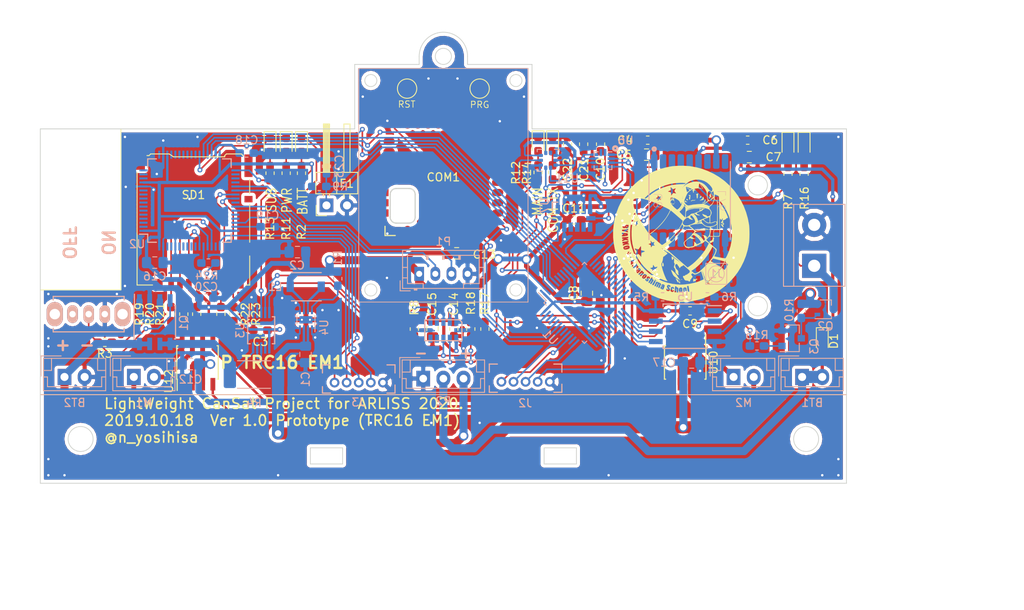
<source format=kicad_pcb>
(kicad_pcb (version 20171130) (host pcbnew "(5.0.0)")
  (layers (0 F.Cu signal) (31 B.Cu signal) (34 B.Paste user) (35 F.Paste user) (36 B.SilkS user) (37 F.SilkS user) (38 B.Mask user) (39 F.Mask user) (44 Edge.Cuts user))
  (net 0 "")
  (net 1 "Net-(L1-Pad1)")
  (net 2 +3V3)
  (net 3 "Net-(U9-Pad7)")
  (net 4 /SDA)
  (net 5 /SCL)
  (net 6 "Net-(R8-Pad1)")
  (net 7 "Net-(J1-Pad1)")
  (net 8 "Net-(COM1-Pad1)")
  (net 9 "Net-(COM1-Pad2)")
  (net 10 "Net-(COM1-Pad3)")
  (net 11 "Net-(COM1-Pad4)")
  (net 12 "Net-(COM1-Pad6)")
  (net 13 "Net-(COM1-Pad7)")
  (net 14 /STM←COM)
  (net 15 /STM→COM)
  (net 16 "Net-(COM1-Pad10)")
  (net 17 "Net-(COM1-Pad11)")
  (net 18 "Net-(COM1-Pad12)")
  (net 19 "Net-(COM1-Pad13)")
  (net 20 "Net-(COM1-Pad14)")
  (net 21 "Net-(COM1-Pad15)")
  (net 22 "Net-(COM1-Pad16)")
  (net 23 "Net-(COM1-Pad17)")
  (net 24 "Net-(COM1-Pad18)")
  (net 25 "Net-(COM1-Pad19)")
  (net 26 "Net-(COM1-Pad21)")
  (net 27 "Net-(COM1-Pad22)")
  (net 28 "Net-(COM1-Pad23)")
  (net 29 "Net-(COM1-Pad24)")
  (net 30 "Net-(COM1-Pad25)")
  (net 31 "Net-(COM1-Pad26)")
  (net 32 "Net-(COM1-Pad27)")
  (net 33 "Net-(COM1-Pad29)")
  (net 34 /TX_F)
  (net 35 /RX_F)
  (net 36 /SWCLK_F)
  (net 37 /SWDIO_F)
  (net 38 /SWDIO_L)
  (net 39 /SWCLK_L)
  (net 40 /RX_L)
  (net 41 /TX_L)
  (net 42 "Net-(U7-Pad3)")
  (net 43 "Net-(U7-Pad11)")
  (net 44 "Net-(U7-Pad9)")
  (net 45 "Net-(U7-Pad10)")
  (net 46 "Net-(U7-Pad8)")
  (net 47 "Net-(U6-Pad7)")
  (net 48 "Net-(C10-Pad1)")
  (net 49 "Net-(U6-Pad11)")
  (net 50 "Net-(U6-Pad12)")
  (net 51 /STM←GNSS)
  (net 52 /STM→GNSS)
  (net 53 "Net-(R7-Pad1)")
  (net 54 "Net-(U8-Pad5)")
  (net 55 +4V)
  (net 56 "Net-(U8-Pad9)")
  (net 57 "Net-(U8-Pad13)")
  (net 58 "Net-(U8-Pad14)")
  (net 59 "Net-(U8-Pad18)")
  (net 60 "Net-(N1-Pad1)")
  (net 61 +BATT)
  (net 62 /DAT3)
  (net 63 "Net-(LED5-Pad2)")
  (net 64 /LED_TX)
  (net 65 "Net-(Q1-Pad1)")
  (net 66 "Net-(R5-Pad1)")
  (net 67 "Net-(LED7-Pad2)")
  (net 68 /FlightPin)
  (net 69 "Net-(Q2-Pad1)")
  (net 70 "Net-(LED2-Pad2)")
  (net 71 "Net-(LED3-Pad2)")
  (net 72 /LED_L0)
  (net 73 "Net-(LED6-Pad2)")
  (net 74 "Net-(LED4-Pad2)")
  (net 75 /LED_F2)
  (net 76 "Net-(R6-Pad2)")
  (net 77 "Net-(R1-Pad1)")
  (net 78 "Net-(LED1-Pad2)")
  (net 79 /SCLK)
  (net 80 "Net-(R24-Pad2)")
  (net 81 /DAT1)
  (net 82 /DAT0)
  (net 83 /CMD)
  (net 84 /DAT2)
  (net 85 /Nichrome)
  (net 86 "Net-(Q3-Pad1)")
  (net 87 /CS)
  (net 88 /MISO)
  (net 89 /MOSI)
  (net 90 /CLK)
  (net 91 "Net-(M2-Pad1)")
  (net 92 /MotorR_1)
  (net 93 /MotorR_0)
  (net 94 "Net-(M2-Pad2)")
  (net 95 "Net-(M1-Pad2)")
  (net 96 /MotorL_0)
  (net 97 /MotorL_1)
  (net 98 "Net-(M1-Pad1)")
  (net 99 "Net-(BT2-Pad1)")
  (net 100 "Net-(LED1-Pad1)")
  (net 101 "Net-(U2-Pad2)")
  (net 102 "Net-(U2-Pad3)")
  (net 103 "Net-(U2-Pad4)")
  (net 104 "Net-(U2-Pad5)")
  (net 105 "Net-(U2-Pad6)")
  (net 106 "Net-(U2-Pad7)")
  (net 107 "Net-(U2-Pad8)")
  (net 108 "Net-(U2-Pad9)")
  (net 109 "Net-(U2-Pad10)")
  (net 110 "Net-(U2-Pad11)")
  (net 111 "Net-(U2-Pad14)")
  (net 112 "Net-(U2-Pad15)")
  (net 113 "Net-(U2-Pad16)")
  (net 114 "Net-(U2-Pad17)")
  (net 115 "Net-(U2-Pad20)")
  (net 116 "Net-(U2-Pad21)")
  (net 117 "Net-(U2-Pad22)")
  (net 118 "Net-(U2-Pad23)")
  (net 119 "Net-(U2-Pad24)")
  (net 120 "Net-(U2-Pad25)")
  (net 121 "Net-(U2-Pad26)")
  (net 122 /SUB_EN)
  (net 123 /MAIN→SUB)
  (net 124 /MAIN←SUB)
  (net 125 "Net-(C18-Pad1)")
  (net 126 "Net-(U2-Pad34)")
  (net 127 "Net-(U2-Pad35)")
  (net 128 "Net-(U2-Pad36)")
  (net 129 /STM→CAM)
  (net 130 /STM←CAM)
  (net 131 "Net-(U2-Pad41)")
  (net 132 "Net-(U2-Pad44)")
  (net 133 "Net-(U2-Pad45)")
  (net 134 "Net-(C19-Pad1)")
  (net 135 "Net-(U2-Pad50)")
  (net 136 "Net-(U2-Pad55)")
  (net 137 "Net-(U2-Pad56)")
  (net 138 "Net-(U2-Pad57)")
  (net 139 "Net-(U2-Pad58)")
  (net 140 "Net-(U2-Pad59)")
  (net 141 "Net-(U2-Pad61)")
  (net 142 "Net-(U2-Pad62)")
  (net 143 "Net-(U1-Pad6)")
  (net 144 "Net-(U1-Pad7)")
  (net 145 "Net-(U1-Pad14)")
  (net 146 "Net-(U1-Pad15)")
  (net 147 "Net-(U1-Pad20)")
  (net 148 "Net-(U1-Pad29)")
  (net 149 "Net-(U1-Pad32)")
  (net 150 "Net-(U1-Pad33)")
  (net 151 "Net-(U1-Pad38)")
  (net 152 "Net-(U1-Pad41)")
  (net 153 "Net-(U1-Pad45)")
  (net 154 "Net-(U1-Pad46)")
  (net 155 "Net-(BT1-Pad1)")
  (net 156 GND)
  (net 157 "Net-(U11-Pad7)")
  (net 158 "Net-(Q1-Pad4)")
  (net 159 "Net-(Q1-Pad5)")
  (net 160 /IMG_MODE)
  (module Capacitor_SMD:C_0603_1608Metric_Pad1.05x0.95mm_HandSolder (layer B.Cu) (at 75.5 75.65 90)
    (fp_text reference C23 (at 0 1.6 90) (layer B.SilkS) (effects (justify mirror)))
    (fp_text value 0.1u)
    (pad 1 smd roundrect (at -0.875 0 90) (size 1.05 0.95) (layers B.Cu B.Paste B.Mask) (net 68 /FlightPin))
    (pad 2 smd roundrect (at 0.875 0 90) (size 1.05 0.95) (layers B.Cu B.Paste B.Mask) (net 156 GND))
  )
  (module Package_SO:SOIJ-8_5.3x5.3mm_P1.27mm (layer B.Cu) (at 120 95.5 180)
    (fp_text reference U5 (at 0 3.68 180) (layer B.SilkS) (effects (justify mirror)))
    (fp_text value W25Q128JVE)
    (pad 1 smd rect (at -3.65 1.905 180) (size 1.7 0.65) (layers B.Cu B.Paste B.Mask) (net 87 /CS))
    (pad 2 smd rect (at -3.65 0.635 180) (size 1.7 0.65) (layers B.Cu B.Paste B.Mask) (net 88 /MISO))
    (pad 3 smd rect (at -3.65 -0.635 180) (size 1.7 0.65) (layers B.Cu B.Paste B.Mask) (net 76 "Net-(R6-Pad2)"))
    (pad 4 smd rect (at -3.65 -1.905 180) (size 1.7 0.65) (layers B.Cu B.Paste B.Mask) (net 156 GND))
    (pad 5 smd rect (at 3.65 -1.905 180) (size 1.7 0.65) (layers B.Cu B.Paste B.Mask) (net 89 /MOSI))
    (pad 6 smd rect (at 3.65 -0.635 180) (size 1.7 0.65) (layers B.Cu B.Paste B.Mask) (net 90 /CLK))
    (pad 7 smd rect (at 3.65 0.635 180) (size 1.7 0.65) (layers B.Cu B.Paste B.Mask) (net 66 "Net-(R5-Pad1)"))
    (pad 8 smd rect (at 3.65 1.905 180) (size 1.7 0.65) (layers B.Cu B.Paste B.Mask) (net 2 +3V3))
  )
  (module Package_QFP:LQFP-64_10x10mm_P0.5mm (layer B.Cu) (at 58.5 79.9)
    (fp_text reference U2 (at -6.5 5.4) (layer B.SilkS) (effects (justify mirror)))
    (fp_text value STM32F205RFTx)
    (pad 1 smd rect (at -5.7 3.75) (size 1 0.25) (layers B.Cu B.Paste B.Mask) (net 2 +3V3))
    (pad 2 smd rect (at -5.7 3.25) (size 1 0.25) (layers B.Cu B.Paste B.Mask) (net 101 "Net-(U2-Pad2)"))
    (pad 3 smd rect (at -5.7 2.75) (size 1 0.25) (layers B.Cu B.Paste B.Mask) (net 102 "Net-(U2-Pad3)"))
    (pad 4 smd rect (at -5.7 2.25) (size 1 0.25) (layers B.Cu B.Paste B.Mask) (net 103 "Net-(U2-Pad4)"))
    (pad 5 smd rect (at -5.7 1.75) (size 1 0.25) (layers B.Cu B.Paste B.Mask) (net 104 "Net-(U2-Pad5)"))
    (pad 6 smd rect (at -5.7 1.25) (size 1 0.25) (layers B.Cu B.Paste B.Mask) (net 105 "Net-(U2-Pad6)"))
    (pad 7 smd rect (at -5.7 0.75) (size 1 0.25) (layers B.Cu B.Paste B.Mask) (net 106 "Net-(U2-Pad7)"))
    (pad 8 smd rect (at -5.7 0.25) (size 1 0.25) (layers B.Cu B.Paste B.Mask) (net 107 "Net-(U2-Pad8)"))
    (pad 9 smd rect (at -5.7 -0.25) (size 1 0.25) (layers B.Cu B.Paste B.Mask) (net 108 "Net-(U2-Pad9)"))
    (pad 10 smd rect (at -5.7 -0.75) (size 1 0.25) (layers B.Cu B.Paste B.Mask) (net 109 "Net-(U2-Pad10)"))
    (pad 11 smd rect (at -5.7 -1.25) (size 1 0.25) (layers B.Cu B.Paste B.Mask) (net 110 "Net-(U2-Pad11)"))
    (pad 12 smd rect (at -5.7 -1.75) (size 1 0.25) (layers B.Cu B.Paste B.Mask) (net 156 GND))
    (pad 13 smd rect (at -5.7 -2.25) (size 1 0.25) (layers B.Cu B.Paste B.Mask) (net 2 +3V3))
    (pad 14 smd rect (at -5.7 -2.75) (size 1 0.25) (layers B.Cu B.Paste B.Mask) (net 111 "Net-(U2-Pad14)"))
    (pad 15 smd rect (at -5.7 -3.25) (size 1 0.25) (layers B.Cu B.Paste B.Mask) (net 112 "Net-(U2-Pad15)"))
    (pad 16 smd rect (at -5.7 -3.75) (size 1 0.25) (layers B.Cu B.Paste B.Mask) (net 113 "Net-(U2-Pad16)"))
    (pad 17 smd rect (at -3.75 -5.7 270) (size 1 0.25) (layers B.Cu B.Paste B.Mask) (net 114 "Net-(U2-Pad17)"))
    (pad 18 smd rect (at -3.25 -5.7 270) (size 1 0.25) (layers B.Cu B.Paste B.Mask) (net 156 GND))
    (pad 19 smd rect (at -2.75 -5.7 270) (size 1 0.25) (layers B.Cu B.Paste B.Mask) (net 2 +3V3))
    (pad 20 smd rect (at -2.25 -5.7 270) (size 1 0.25) (layers B.Cu B.Paste B.Mask) (net 115 "Net-(U2-Pad20)"))
    (pad 21 smd rect (at -1.75 -5.7 270) (size 1 0.25) (layers B.Cu B.Paste B.Mask) (net 116 "Net-(U2-Pad21)"))
    (pad 22 smd rect (at -1.25 -5.7 270) (size 1 0.25) (layers B.Cu B.Paste B.Mask) (net 117 "Net-(U2-Pad22)"))
    (pad 23 smd rect (at -0.75 -5.7 270) (size 1 0.25) (layers B.Cu B.Paste B.Mask) (net 118 "Net-(U2-Pad23)"))
    (pad 24 smd rect (at -0.25 -5.7 270) (size 1 0.25) (layers B.Cu B.Paste B.Mask) (net 119 "Net-(U2-Pad24)"))
    (pad 25 smd rect (at 0.25 -5.7 270) (size 1 0.25) (layers B.Cu B.Paste B.Mask) (net 120 "Net-(U2-Pad25)"))
    (pad 26 smd rect (at 0.75 -5.7 270) (size 1 0.25) (layers B.Cu B.Paste B.Mask) (net 121 "Net-(U2-Pad26)"))
    (pad 27 smd rect (at 1.25 -5.7 270) (size 1 0.25) (layers B.Cu B.Paste B.Mask) (net 160 /IMG_MODE))
    (pad 28 smd rect (at 1.75 -5.7 270) (size 1 0.25) (layers B.Cu B.Paste B.Mask) (net 122 /SUB_EN))
    (pad 29 smd rect (at 2.25 -5.7 270) (size 1 0.25) (layers B.Cu B.Paste B.Mask) (net 123 /MAIN→SUB))
    (pad 30 smd rect (at 2.75 -5.7 270) (size 1 0.25) (layers B.Cu B.Paste B.Mask) (net 124 /MAIN←SUB))
    (pad 31 smd rect (at 3.25 -5.7 270) (size 1 0.25) (layers B.Cu B.Paste B.Mask) (net 125 "Net-(C18-Pad1)"))
    (pad 32 smd rect (at 3.75 -5.7 270) (size 1 0.25) (layers B.Cu B.Paste B.Mask) (net 2 +3V3))
    (pad 33 smd rect (at 5.7 -3.75) (size 1 0.25) (layers B.Cu B.Paste B.Mask) (net 75 /LED_F2))
    (pad 34 smd rect (at 5.7 -3.25) (size 1 0.25) (layers B.Cu B.Paste B.Mask) (net 126 "Net-(U2-Pad34)"))
    (pad 35 smd rect (at 5.7 -2.75) (size 1 0.25) (layers B.Cu B.Paste B.Mask) (net 127 "Net-(U2-Pad35)"))
    (pad 36 smd rect (at 5.7 -2.25) (size 1 0.25) (layers B.Cu B.Paste B.Mask) (net 128 "Net-(U2-Pad36)"))
    (pad 37 smd rect (at 5.7 -1.75) (size 1 0.25) (layers B.Cu B.Paste B.Mask) (net 129 /STM→CAM))
    (pad 38 smd rect (at 5.7 -1.25) (size 1 0.25) (layers B.Cu B.Paste B.Mask) (net 130 /STM←CAM))
    (pad 39 smd rect (at 5.7 -0.75) (size 1 0.25) (layers B.Cu B.Paste B.Mask) (net 82 /DAT0))
    (pad 40 smd rect (at 5.7 -0.25) (size 1 0.25) (layers B.Cu B.Paste B.Mask) (net 81 /DAT1))
    (pad 41 smd rect (at 5.7 0.25) (size 1 0.25) (layers B.Cu B.Paste B.Mask) (net 131 "Net-(U2-Pad41)"))
    (pad 42 smd rect (at 5.7 0.75) (size 1 0.25) (layers B.Cu B.Paste B.Mask) (net 34 /TX_F))
    (pad 43 smd rect (at 5.7 1.25) (size 1 0.25) (layers B.Cu B.Paste B.Mask) (net 35 /RX_F))
    (pad 44 smd rect (at 5.7 1.75) (size 1 0.25) (layers B.Cu B.Paste B.Mask) (net 132 "Net-(U2-Pad44)"))
    (pad 45 smd rect (at 5.7 2.25) (size 1 0.25) (layers B.Cu B.Paste B.Mask) (net 133 "Net-(U2-Pad45)"))
    (pad 46 smd rect (at 5.7 2.75) (size 1 0.25) (layers B.Cu B.Paste B.Mask) (net 37 /SWDIO_F))
    (pad 47 smd rect (at 5.7 3.25) (size 1 0.25) (layers B.Cu B.Paste B.Mask) (net 134 "Net-(C19-Pad1)"))
    (pad 48 smd rect (at 5.7 3.75) (size 1 0.25) (layers B.Cu B.Paste B.Mask) (net 2 +3V3))
    (pad 49 smd rect (at 3.75 5.7 270) (size 1 0.25) (layers B.Cu B.Paste B.Mask) (net 36 /SWCLK_F))
    (pad 50 smd rect (at 3.25 5.7 270) (size 1 0.25) (layers B.Cu B.Paste B.Mask) (net 135 "Net-(U2-Pad50)"))
    (pad 51 smd rect (at 2.75 5.7 270) (size 1 0.25) (layers B.Cu B.Paste B.Mask) (net 84 /DAT2))
    (pad 52 smd rect (at 2.25 5.7 270) (size 1 0.25) (layers B.Cu B.Paste B.Mask) (net 62 /DAT3))
    (pad 53 smd rect (at 1.75 5.7 270) (size 1 0.25) (layers B.Cu B.Paste B.Mask) (net 80 "Net-(R24-Pad2)"))
    (pad 54 smd rect (at 1.25 5.7 270) (size 1 0.25) (layers B.Cu B.Paste B.Mask) (net 83 /CMD))
    (pad 55 smd rect (at 0.75 5.7 270) (size 1 0.25) (layers B.Cu B.Paste B.Mask) (net 136 "Net-(U2-Pad55)"))
    (pad 56 smd rect (at 0.25 5.7 270) (size 1 0.25) (layers B.Cu B.Paste B.Mask) (net 137 "Net-(U2-Pad56)"))
    (pad 57 smd rect (at -0.25 5.7 270) (size 1 0.25) (layers B.Cu B.Paste B.Mask) (net 138 "Net-(U2-Pad57)"))
    (pad 58 smd rect (at -0.75 5.7 270) (size 1 0.25) (layers B.Cu B.Paste B.Mask) (net 139 "Net-(U2-Pad58)"))
    (pad 59 smd rect (at -1.25 5.7 270) (size 1 0.25) (layers B.Cu B.Paste B.Mask) (net 140 "Net-(U2-Pad59)"))
    (pad 60 smd rect (at -1.75 5.7 270) (size 1 0.25) (layers B.Cu B.Paste B.Mask) (net 156 GND))
    (pad 61 smd rect (at -2.25 5.7 270) (size 1 0.25) (layers B.Cu B.Paste B.Mask) (net 141 "Net-(U2-Pad61)"))
    (pad 62 smd rect (at -2.75 5.7 270) (size 1 0.25) (layers B.Cu B.Paste B.Mask) (net 142 "Net-(U2-Pad62)"))
    (pad 63 smd rect (at -3.25 5.7 270) (size 1 0.25) (layers B.Cu B.Paste B.Mask) (net 156 GND))
    (pad 64 smd rect (at -3.75 5.7 270) (size 1 0.25) (layers B.Cu B.Paste B.Mask) (net 2 +3V3))
  )
  (module Connector_JST:JST_EH_B03B-EH-A_1x03_P2.50mm_Vertical (layer B.Cu) (at 87.5 102)
    (fp_text reference P2 (at 2.5 2.8) (layer B.SilkS) (effects (justify mirror)))
    (fp_text value Charge)
    (pad 1 thru_hole rect (at 0 0) (size 1.7 1.95) (drill 0.95) (layers *.Cu *.Mask) (net 156 GND))
    (pad 2 thru_hole oval (at 2.5 0) (size 1.7 1.95) (drill 0.95) (layers *.Cu *.Mask) (net 155 "Net-(BT1-Pad1)"))
    (pad 3 thru_hole oval (at 5 0) (size 1.7 1.95) (drill 0.95) (layers *.Cu *.Mask) (net 99 "Net-(BT2-Pad1)"))
  )
  (module Capacitor_SMD:C_0603_1608Metric_Pad1.05x0.95mm_HandSolder (layer F.Cu) (at 105.4 72.9 90)
    (fp_text reference C22 (at -3.15 0 90) (layer F.SilkS))
    (fp_text value 0.1u)
    (pad 2 smd roundrect (at 0.875 0 90) (size 1.05 0.95) (layers F.Cu F.Paste F.Mask) (net 156 GND))
    (pad 1 smd roundrect (at -0.875 0 90) (size 1.05 0.95) (layers F.Cu F.Paste F.Mask) (net 2 +3V3))
  )
  (module Capacitor_SMD:C_0603_1608Metric_Pad1.05x0.95mm_HandSolder (layer F.Cu) (at 107.4 72.9 90)
    (fp_text reference C21 (at -3.15 0.05 90) (layer F.SilkS))
    (fp_text value 0.1u)
    (pad 1 smd roundrect (at -0.875 0 90) (size 1.05 0.95) (layers F.Cu F.Paste F.Mask) (net 2 +3V3))
    (pad 2 smd roundrect (at 0.875 0 90) (size 1.05 0.95) (layers F.Cu F.Paste F.Mask) (net 156 GND))
  )
  (module Package_LGA:ST_HLGA-10_2.5x2.5mm_P0.6mm_LayoutBorder3x2y (layer B.Cu) (at 103 74.9 90)
    (fp_text reference U11 (at -2.25 2.35 180) (layer B.SilkS) (effects (justify mirror)))
    (fp_text value LPS25HB)
    (pad 1 smd roundrect (at -0.925 0.3 90) (size 0.55 0.4) (layers B.Cu B.Paste B.Mask) (net 2 +3V3))
    (pad 2 smd roundrect (at -0.925 -0.3 90) (size 0.55 0.4) (layers B.Cu B.Paste B.Mask) (net 5 /SCL))
    (pad 3 smd roundrect (at -0.6 -0.925 90) (size 0.4 0.55) (layers B.Cu B.Paste B.Mask) (net 156 GND))
    (pad 4 smd roundrect (at 0 -0.925 90) (size 0.4 0.55) (layers B.Cu B.Paste B.Mask) (net 4 /SDA))
    (pad 5 smd roundrect (at 0.6 -0.925 90) (size 0.4 0.55) (layers B.Cu B.Paste B.Mask) (net 2 +3V3))
    (pad 6 smd roundrect (at 0.925 -0.3 90) (size 0.55 0.4) (layers B.Cu B.Paste B.Mask) (net 2 +3V3))
    (pad 7 smd roundrect (at 0.925 0.3 90) (size 0.55 0.4) (layers B.Cu B.Paste B.Mask) (net 157 "Net-(U11-Pad7)"))
    (pad 8 smd roundrect (at 0.6 0.925 90) (size 0.4 0.55) (layers B.Cu B.Paste B.Mask) (net 156 GND))
    (pad 9 smd roundrect (at 0 0.925 90) (size 0.4 0.55) (layers B.Cu B.Paste B.Mask) (net 156 GND))
    (pad 10 smd roundrect (at -0.6 0.925 90) (size 0.4 0.55) (layers B.Cu B.Paste B.Mask) (net 2 +3V3))
  )
  (module Capacitor_SMD:C_0603_1608Metric_Pad1.05x0.95mm_HandSolder (layer F.Cu) (at 91.3 95.85 270)
    (fp_text reference C14 (at -3.1 0 270) (layer F.SilkS))
    (fp_text value 0.1u)
    (pad 2 smd roundrect (at 0.875 0 270) (size 1.05 0.95) (layers F.Cu F.Paste F.Mask) (net 156 GND))
    (pad 1 smd roundrect (at -0.875 0 270) (size 1.05 0.95) (layers F.Cu F.Paste F.Mask) (net 2 +3V3))
  )
  (module Capacitor_SMD:C_0603_1608Metric_Pad1.05x0.95mm_HandSolder (layer F.Cu) (at 67.3 96 180)
    (fp_text reference C3 (at 0 -1.43 180) (layer F.SilkS))
    (fp_text value 0.1u)
    (pad 1 smd roundrect (at -0.875 0 180) (size 1.05 0.95) (layers F.Cu F.Paste F.Mask) (net 2 +3V3))
    (pad 2 smd roundrect (at 0.875 0 180) (size 1.05 0.95) (layers F.Cu F.Paste F.Mask) (net 156 GND))
  )
  (module Capacitor_SMD:C_0603_1608Metric_Pad1.05x0.95mm_HandSolder (layer F.Cu) (at 115.35 72.4 180)
    (fp_text reference C4 (at 2.8 0 180) (layer F.SilkS))
    (fp_text value 0.1u)
    (pad 2 smd roundrect (at 0.875 0 180) (size 1.05 0.95) (layers F.Cu F.Paste F.Mask) (net 156 GND))
    (pad 1 smd roundrect (at -0.875 0 180) (size 1.05 0.95) (layers F.Cu F.Paste F.Mask) (net 2 +3V3))
  )
  (module Capacitor_SMD:C_0603_1608Metric_Pad1.05x0.95mm_HandSolder (layer F.Cu) (at 127.75 72.4)
    (fp_text reference C6 (at 2.8 0) (layer F.SilkS))
    (fp_text value 0.1u)
    (pad 1 smd roundrect (at -0.875 0) (size 1.05 0.95) (layers F.Cu F.Paste F.Mask) (net 55 +4V))
    (pad 2 smd roundrect (at 0.875 0) (size 1.05 0.95) (layers F.Cu F.Paste F.Mask) (net 156 GND))
  )
  (module Capacitor_SMD:C_0603_1608Metric_Pad1.05x0.95mm_HandSolder (layer B.Cu) (at 60.6 92)
    (fp_text reference C20 (at 0 -1.4) (layer B.SilkS) (effects (justify mirror)))
    (fp_text value 0.1u)
    (pad 2 smd roundrect (at 0.875 0) (size 1.05 0.95) (layers B.Cu B.Paste B.Mask) (net 156 GND))
    (pad 1 smd roundrect (at -0.875 0) (size 1.05 0.95) (layers B.Cu B.Paste B.Mask) (net 2 +3V3))
  )
  (module Capacitor_SMD:C_0603_1608Metric_Pad1.05x0.95mm_HandSolder (layer B.Cu) (at 68.2 83.15)
    (fp_text reference C19 (at 0 -1.4) (layer B.SilkS) (effects (justify mirror)))
    (fp_text value 2.2u)
    (pad 1 smd roundrect (at -0.875 0) (size 1.05 0.95) (layers B.Cu B.Paste B.Mask) (net 134 "Net-(C19-Pad1)"))
    (pad 2 smd roundrect (at 0.875 0) (size 1.05 0.95) (layers B.Cu B.Paste B.Mask) (net 156 GND))
  )
  (module Capacitor_SMD:C_0603_1608Metric_Pad1.05x0.95mm_HandSolder (layer B.Cu) (at 65.6 74)
    (fp_text reference C18 (at 0 -1.6) (layer B.SilkS) (effects (justify mirror)))
    (fp_text value 2.2u)
    (pad 2 smd roundrect (at 0.875 0) (size 1.05 0.95) (layers B.Cu B.Paste B.Mask) (net 156 GND))
    (pad 1 smd roundrect (at -0.875 0) (size 1.05 0.95) (layers B.Cu B.Paste B.Mask) (net 125 "Net-(C18-Pad1)"))
  )
  (module Capacitor_SMD:C_0603_1608Metric_Pad1.05x0.95mm_HandSolder (layer F.Cu) (at 106.2 82.3)
    (fp_text reference C11 (at 0 -1.43) (layer F.SilkS))
    (fp_text value 0.1u)
    (pad 1 smd roundrect (at -0.875 0) (size 1.05 0.95) (layers F.Cu F.Paste F.Mask) (net 2 +3V3))
    (pad 2 smd roundrect (at 0.875 0) (size 1.05 0.95) (layers F.Cu F.Paste F.Mask) (net 156 GND))
  )
  (module Capacitor_SMD:C_0603_1608Metric_Pad1.05x0.95mm_HandSolder (layer F.Cu) (at 109.5 72.9 90)
    (fp_text reference C10 (at -3.1 0 90) (layer F.SilkS))
    (fp_text value 0.1u)
    (pad 2 smd roundrect (at 0.875 0 90) (size 1.05 0.95) (layers F.Cu F.Paste F.Mask) (net 156 GND))
    (pad 1 smd roundrect (at -0.875 0 90) (size 1.05 0.95) (layers F.Cu F.Paste F.Mask) (net 48 "Net-(C10-Pad1)"))
  )
  (module Capacitor_SMD:C_0603_1608Metric_Pad1.05x0.95mm_HandSolder (layer F.Cu) (at 120.6 93.6)
    (fp_text reference C9 (at 0 1.6) (layer F.SilkS))
    (fp_text value 0.1u)
    (pad 1 smd roundrect (at -0.875 0) (size 1.05 0.95) (layers F.Cu F.Paste F.Mask) (net 2 +3V3))
    (pad 2 smd roundrect (at 0.875 0) (size 1.05 0.95) (layers F.Cu F.Paste F.Mask) (net 156 GND))
  )
  (module Capacitor_SMD:C_0805_2012Metric_Pad1.15x1.40mm_HandSolder (layer B.Cu) (at 54.2 87.6)
    (fp_text reference C16 (at 0 1.7) (layer B.SilkS) (effects (justify mirror)))
    (fp_text value 1u)
    (pad 2 smd roundrect (at 1.025 0) (size 1.15 1.4) (layers B.Cu B.Paste B.Mask) (roundrect_rratio 0.217391) (net 156 GND))
    (pad 1 smd roundrect (at -1.025 0) (size 1.15 1.4) (layers B.Cu B.Paste B.Mask) (roundrect_rratio 0.217391) (net 2 +3V3))
  )
  (module Capacitor_SMD:C_0805_2012Metric_Pad1.15x1.40mm_HandSolder (layer F.Cu) (at 88.65 95.8 270)
    (fp_text reference C15 (at -3.05 0.05 270) (layer F.SilkS))
    (fp_text value 4.7u)
    (pad 1 smd roundrect (at -1.025 0 270) (size 1.15 1.4) (layers F.Cu F.Paste F.Mask) (roundrect_rratio 0.217391) (net 2 +3V3))
    (pad 2 smd roundrect (at 1.025 0 270) (size 1.15 1.4) (layers F.Cu F.Paste F.Mask) (roundrect_rratio 0.217391) (net 156 GND))
  )
  (module Capacitor_SMD:C_0805_2012Metric_Pad1.15x1.40mm_HandSolder (layer F.Cu) (at 91.65 86.45)
    (fp_text reference C13 (at 3.45 0.15) (layer F.SilkS))
    (fp_text value 10u)
    (pad 2 smd roundrect (at 1.025 0) (size 1.15 1.4) (layers F.Cu F.Paste F.Mask) (roundrect_rratio 0.217391) (net 156 GND))
    (pad 1 smd roundrect (at -1.025 0) (size 1.15 1.4) (layers F.Cu F.Paste F.Mask) (roundrect_rratio 0.217391) (net 2 +3V3))
  )
  (module Capacitor_SMD:C_0805_2012Metric_Pad1.15x1.40mm_HandSolder (layer B.Cu) (at 58.625 100.2 180)
    (fp_text reference C12 (at 0 -1.9 180) (layer B.SilkS) (effects (justify mirror)))
    (fp_text value 10u)
    (pad 1 smd roundrect (at -1.025 0 180) (size 1.15 1.4) (layers B.Cu B.Paste B.Mask) (roundrect_rratio 0.217391) (net 61 +BATT))
    (pad 2 smd roundrect (at 1.025 0 180) (size 1.15 1.4) (layers B.Cu B.Paste B.Mask) (roundrect_rratio 0.217391) (net 156 GND))
  )
  (module Capacitor_SMD:C_0805_2012Metric_Pad1.15x1.40mm_HandSolder (layer F.Cu) (at 107.8 91.4 90)
    (fp_text reference C8 (at 0 -1.65 90) (layer F.SilkS))
    (fp_text value 1u)
    (pad 2 smd roundrect (at 1.025 0 90) (size 1.15 1.4) (layers F.Cu F.Paste F.Mask) (roundrect_rratio 0.217391) (net 156 GND))
    (pad 1 smd roundrect (at -1.025 0 90) (size 1.15 1.4) (layers F.Cu F.Paste F.Mask) (roundrect_rratio 0.217391) (net 2 +3V3))
  )
  (module Capacitor_SMD:C_0805_2012Metric_Pad1.15x1.40mm_HandSolder (layer B.Cu) (at 120.8 100)
    (fp_text reference C17 (at -3.4 0) (layer B.SilkS) (effects (justify mirror)))
    (fp_text value 10u)
    (pad 1 smd roundrect (at -1.025 0) (size 1.15 1.4) (layers B.Cu B.Paste B.Mask) (roundrect_rratio 0.217391) (net 61 +BATT))
    (pad 2 smd roundrect (at 1.025 0) (size 1.15 1.4) (layers B.Cu B.Paste B.Mask) (roundrect_rratio 0.217391) (net 156 GND))
  )
  (module Capacitor_SMD:C_0805_2012Metric_Pad1.15x1.40mm_HandSolder (layer F.Cu) (at 115.2 74.2 180)
    (fp_text reference C5 (at 2.8 0 180) (layer F.SilkS))
    (fp_text value 4.7u)
    (pad 2 smd roundrect (at 1.025 0 180) (size 1.15 1.4) (layers F.Cu F.Paste F.Mask) (roundrect_rratio 0.217391) (net 156 GND))
    (pad 1 smd roundrect (at -1.025 0 180) (size 1.15 1.4) (layers F.Cu F.Paste F.Mask) (roundrect_rratio 0.217391) (net 2 +3V3))
  )
  (module Capacitor_SMD:C_0805_2012Metric_Pad1.15x1.40mm_HandSolder (layer B.Cu) (at 71.9 86.3 180)
    (fp_text reference C2 (at 0.05 -1.65 180) (layer B.SilkS) (effects (justify mirror)))
    (fp_text value 22u)
    (pad 1 smd roundrect (at -1.025 0 180) (size 1.15 1.4) (layers B.Cu B.Paste B.Mask) (roundrect_rratio 0.217391) (net 2 +3V3))
    (pad 2 smd roundrect (at 1.025 0 180) (size 1.15 1.4) (layers B.Cu B.Paste B.Mask) (roundrect_rratio 0.217391) (net 156 GND))
  )
  (module Capacitor_SMD:C_0805_2012Metric_Pad1.15x1.40mm_HandSolder (layer B.Cu) (at 72.9 99 90)
    (fp_text reference C1 (at -3.1 0 90) (layer B.SilkS) (effects (justify mirror)))
    (fp_text value 22u)
    (pad 2 smd roundrect (at 1.025 0 90) (size 1.15 1.4) (layers B.Cu B.Paste B.Mask) (roundrect_rratio 0.217391) (net 61 +BATT))
    (pad 1 smd roundrect (at -1.025 0 90) (size 1.15 1.4) (layers B.Cu B.Paste B.Mask) (roundrect_rratio 0.217391) (net 156 GND))
  )
  (module Capacitor_SMD:C_0805_2012Metric_Pad1.15x1.40mm_HandSolder (layer F.Cu) (at 127.95 74.5)
    (fp_text reference C7 (at 3 0) (layer F.SilkS))
    (fp_text value 10u)
    (pad 1 smd roundrect (at -1.025 0) (size 1.15 1.4) (layers F.Cu F.Paste F.Mask) (roundrect_rratio 0.217391) (net 55 +4V))
    (pad 2 smd roundrect (at 1.025 0) (size 1.15 1.4) (layers F.Cu F.Paste F.Mask) (roundrect_rratio 0.217391) (net 156 GND))
  )
  (module Connector_Card:microSD_HC_Hirose_DM3AT-SF-PEJM5 (layer F.Cu) (at 59 82.5 180)
    (fp_text reference SD1 (at 0 3.3 180) (layer F.SilkS))
    (fp_text value microSD)
    (pad 9 smd rect (at -5.875 -7.725 180) (size 0.7 1.2) (layers F.Cu F.Paste F.Mask))
    (pad 8 smd rect (at -4.925 -7.725 180) (size 0.7 1.2) (layers F.Cu F.Paste F.Mask) (net 81 /DAT1))
    (pad 1 smd rect (at 2.775 -7.725 180) (size 0.7 1.2) (layers F.Cu F.Paste F.Mask) (net 84 /DAT2))
    (pad 2 smd rect (at 1.675 -7.725 180) (size 0.7 1.2) (layers F.Cu F.Paste F.Mask) (net 62 /DAT3))
    (pad 3 smd rect (at 0.575 -7.725 180) (size 0.7 1.2) (layers F.Cu F.Paste F.Mask) (net 83 /CMD))
    (pad 4 smd rect (at -0.525 -7.725 180) (size 0.7 1.2) (layers F.Cu F.Paste F.Mask) (net 2 +3V3))
    (pad 5 smd rect (at -1.625 -7.725 180) (size 0.7 1.2) (layers F.Cu F.Paste F.Mask) (net 79 /SCLK))
    (pad 6 smd rect (at -2.725 -7.725 180) (size 0.7 1.2) (layers F.Cu F.Paste F.Mask) (net 156 GND))
    (pad 7 smd rect (at -3.825 -7.725 180) (size 0.7 1.2) (layers F.Cu F.Paste F.Mask) (net 82 /DAT0))
    (pad 11 smd rect (at 4.325 -7.725 180) (size 1 1.2) (layers F.Cu F.Paste F.Mask))
    (pad 11 smd rect (at -6.825 -3.425 180) (size 1 1.2) (layers F.Cu F.Paste F.Mask))
    (pad 10 smd rect (at -6.825 2.775 180) (size 1 0.8) (layers F.Cu F.Paste F.Mask))
    (pad 11 smd rect (at -6.825 6.925 180) (size 1 2.8) (layers F.Cu F.Paste F.Mask))
    (pad 11 smd rect (at 6.675 7.375 180) (size 1.3 1.9) (layers F.Cu F.Paste F.Mask))
  )
  (module Connector_JST:JST_EH_B02B-EH-A_1x02_P2.50mm_Vertical (layer B.Cu) (at 51.6 101.8)
    (fp_text reference M1 (at 1.25 3.2) (layer B.SilkS) (effects (justify mirror)))
    (fp_text value Motor_L)
    (pad 2 thru_hole oval (at 2.5 0) (size 1.7 2) (drill 1) (layers *.Cu *.Mask) (net 95 "Net-(M1-Pad2)"))
    (pad 1 thru_hole rect (at 0 0) (size 1.7 2) (drill 1) (layers *.Cu *.Mask) (net 98 "Net-(M1-Pad1)"))
  )
  (module Connector_JST:JST_EH_B02B-EH-A_1x02_P2.50mm_Vertical (layer B.Cu) (at 126 101.8)
    (fp_text reference M2 (at 1.25 3.2) (layer B.SilkS) (effects (justify mirror)))
    (fp_text value Motor_R)
    (pad 1 thru_hole rect (at 0 0) (size 1.7 2) (drill 1) (layers *.Cu *.Mask) (net 91 "Net-(M2-Pad1)"))
    (pad 2 thru_hole oval (at 2.5 0) (size 1.7 2) (drill 1) (layers *.Cu *.Mask) (net 94 "Net-(M2-Pad2)"))
  )
  (module Connector_JST:JST_EH_B02B-EH-A_1x02_P2.50mm_Vertical (layer B.Cu) (at 43 101.8)
    (fp_text reference BT2 (at 1.25 3.2) (layer B.SilkS) (effects (justify mirror)))
    (fp_text value battery)
    (pad 2 thru_hole oval (at 2.5 0) (size 1.7 2) (drill 1) (layers *.Cu *.Mask) (net 156 GND))
    (pad 1 thru_hole rect (at 0 0) (size 1.7 2) (drill 1) (layers *.Cu *.Mask) (net 99 "Net-(BT2-Pad1)"))
  )
  (module Connector_JST:JST_EH_B02B-EH-A_1x02_P2.50mm_Vertical (layer B.Cu) (at 134.5 101.8)
    (fp_text reference BT1 (at 1.25 3.2) (layer B.SilkS) (effects (justify mirror)))
    (fp_text value battery)
    (pad 1 thru_hole rect (at 0 0) (size 1.7 2) (drill 1) (layers *.Cu *.Mask) (net 155 "Net-(BT1-Pad1)"))
    (pad 2 thru_hole oval (at 2.5 0) (size 1.7 2) (drill 1) (layers *.Cu *.Mask) (net 155 "Net-(BT1-Pad1)"))
  )
  (module Connector_JST:JST_PH_B4B-PH-K_1x04_P2.00mm_Vertical (layer B.Cu) (at 87 89)
    (fp_text reference P1 (at 3 -4) (layer B.SilkS) (effects (justify mirror)))
    (fp_text value C1098)
    (pad 1 thru_hole rect (at 0 0) (size 1.2 1.75) (drill 0.75) (layers *.Cu *.Mask) (net 2 +3V3))
    (pad 2 thru_hole oval (at 2 0) (size 1.2 1.75) (drill 0.75) (layers *.Cu *.Mask) (net 130 /STM←CAM))
    (pad 3 thru_hole oval (at 4 0) (size 1.2 1.75) (drill 0.75) (layers *.Cu *.Mask) (net 129 /STM→CAM))
    (pad 4 thru_hole oval (at 6 0) (size 1.2 1.75) (drill 0.75) (layers *.Cu *.Mask) (net 156 GND))
  )
  (module Connector_PinHeader_2.54mm:PinHeader_1x02_P2.54mm_Horizontal (layer F.Cu) (at 75.5 80.5 90)
    (fp_text reference F1 (at 2.7 2.5 180) (layer F.SilkS))
    (fp_text value FLIGHT_PIN)
    (pad 1 thru_hole rect (at 0 0 90) (size 1.7 1.7) (drill 1) (layers *.Cu *.Mask) (net 68 /FlightPin))
    (pad 2 thru_hole oval (at 0 2.54 90) (size 1.7 1.7) (drill 1) (layers *.Cu *.Mask) (net 156 GND))
  )
  (module Diode_SMD:D_0603_1608Metric_Pad1.05x0.95mm_HandSolder (layer F.Cu) (at 137 97.35 270)
    (fp_text reference D1 (at 0 -1.43 270) (layer F.SilkS))
    (fp_text value D_Small)
    (pad 1 smd roundrect (at -0.875 0 270) (size 1.05 0.95) (layers F.Cu F.Paste F.Mask) (net 55 +4V))
    (pad 2 smd roundrect (at 0.875 0 270) (size 1.05 0.95) (layers F.Cu F.Paste F.Mask) (net 155 "Net-(BT1-Pad1)"))
  )
  (module LED_SMD:LED_0603_1608Metric_Pad1.05x0.95mm_HandSolder (layer F.Cu) (at 72.4 73 270)
    (fp_text reference LED1 hide)
    (fp_text value Alert)
    (pad 1 smd roundrect (at -0.875 0 270) (size 1.05 0.95) (layers F.Cu F.Paste F.Mask) (net 100 "Net-(LED1-Pad1)"))
    (pad 2 smd roundrect (at 0.875 0 270) (size 1.05 0.95) (layers F.Cu F.Paste F.Mask) (net 78 "Net-(LED1-Pad2)"))
  )
  (module LED_SMD:LED_0603_1608Metric_Pad1.05x0.95mm_HandSolder (layer F.Cu) (at 70.5 73 270)
    (fp_text reference LED2 hide)
    (fp_text value P)
    (pad 2 smd roundrect (at 0.875 0 270) (size 1.05 0.95) (layers F.Cu F.Paste F.Mask) (net 70 "Net-(LED2-Pad2)"))
    (pad 1 smd roundrect (at -0.875 0 270) (size 1.05 0.95) (layers F.Cu F.Paste F.Mask) (net 156 GND))
  )
  (module LED_SMD:LED_0603_1608Metric_Pad1.05x0.95mm_HandSolder (layer F.Cu) (at 101.75 72.9 270)
    (fp_text reference LED3 hide)
    (fp_text value L0)
    (pad 1 smd roundrect (at -0.875 0 270) (size 1.05 0.95) (layers F.Cu F.Paste F.Mask) (net 156 GND))
    (pad 2 smd roundrect (at 0.875 0 270) (size 1.05 0.95) (layers F.Cu F.Paste F.Mask) (net 71 "Net-(LED3-Pad2)"))
  )
  (module LED_SMD:LED_0603_1608Metric_Pad1.05x0.95mm_HandSolder (layer F.Cu) (at 68.5 73 270)
    (fp_text reference LED4 hide)
    (fp_text value F2)
    (pad 2 smd roundrect (at 0.875 0 270) (size 1.05 0.95) (layers F.Cu F.Paste F.Mask) (net 74 "Net-(LED4-Pad2)"))
    (pad 1 smd roundrect (at -0.875 0 270) (size 1.05 0.95) (layers F.Cu F.Paste F.Mask) (net 156 GND))
  )
  (module LED_SMD:LED_0603_1608Metric_Pad1.05x0.95mm_HandSolder (layer F.Cu) (at 103.55 72.9 270)
    (fp_text reference LED5 hide)
    (fp_text value TX)
    (pad 1 smd roundrect (at -0.875 0 270) (size 1.05 0.95) (layers F.Cu F.Paste F.Mask) (net 156 GND))
    (pad 2 smd roundrect (at 0.875 0 270) (size 1.05 0.95) (layers F.Cu F.Paste F.Mask) (net 63 "Net-(LED5-Pad2)"))
  )
  (module LED_SMD:LED_0603_1608Metric_Pad1.05x0.95mm_HandSolder (layer F.Cu) (at 134.75 73.1 270)
    (fp_text reference LED6 hide)
    (fp_text value Nichrome)
    (pad 2 smd roundrect (at 0.875 0 270) (size 1.05 0.95) (layers F.Cu F.Paste F.Mask) (net 73 "Net-(LED6-Pad2)"))
    (pad 1 smd roundrect (at -0.875 0 270) (size 1.05 0.95) (layers F.Cu F.Paste F.Mask) (net 156 GND))
  )
  (module LED_SMD:LED_0603_1608Metric_Pad1.05x0.95mm_HandSolder (layer F.Cu) (at 132.75 73.1 270)
    (fp_text reference LED7 hide)
    (fp_text value 1PPS)
    (pad 1 smd roundrect (at -0.875 0 270) (size 1.05 0.95) (layers F.Cu F.Paste F.Mask) (net 156 GND))
    (pad 2 smd roundrect (at 0.875 0 270) (size 1.05 0.95) (layers F.Cu F.Paste F.Mask) (net 67 "Net-(LED7-Pad2)"))
  )
  (module Package_QFP:LQFP-48_7x7mm_P0.5mm (layer B.Cu) (at 107.5 92.6 315)
    (fp_text reference U1 (at 0 6 315) (layer B.SilkS) (effects (justify mirror)))
    (fp_text value STM32L081CBTx)
    (pad 1 smd rect (at -4.35 2.75 315) (size 1.3 0.25) (layers B.Cu B.Paste B.Mask) (net 2 +3V3))
    (pad 2 smd rect (at -4.35 2.25 315) (size 1.3 0.25) (layers B.Cu B.Paste B.Mask) (net 72 /LED_L0))
    (pad 3 smd rect (at -4.35 1.749999 315) (size 1.3 0.25) (layers B.Cu B.Paste B.Mask) (net 68 /FlightPin))
    (pad 4 smd rect (at -4.35 1.25 315) (size 1.3 0.25) (layers B.Cu B.Paste B.Mask) (net 122 /SUB_EN))
    (pad 5 smd rect (at -4.35 0.750001 315) (size 1.3 0.25) (layers B.Cu B.Paste B.Mask) (net 160 /IMG_MODE))
    (pad 6 smd rect (at -4.35 0.25 315) (size 1.3 0.25) (layers B.Cu B.Paste B.Mask) (net 143 "Net-(U1-Pad6)"))
    (pad 7 smd rect (at -4.35 -0.25 315) (size 1.3 0.25) (layers B.Cu B.Paste B.Mask) (net 144 "Net-(U1-Pad7)"))
    (pad 8 smd rect (at -4.35 -0.750001 315) (size 1.3 0.25) (layers B.Cu B.Paste B.Mask) (net 156 GND))
    (pad 9 smd rect (at -4.35 -1.25 315) (size 1.3 0.25) (layers B.Cu B.Paste B.Mask) (net 2 +3V3))
    (pad 10 smd rect (at -4.35 -1.749999 315) (size 1.3 0.25) (layers B.Cu B.Paste B.Mask) (net 123 /MAIN→SUB))
    (pad 11 smd rect (at -4.35 -2.25 315) (size 1.3 0.25) (layers B.Cu B.Paste B.Mask) (net 124 /MAIN←SUB))
    (pad 12 smd rect (at -4.35 -2.75 315) (size 1.3 0.25) (layers B.Cu B.Paste B.Mask) (net 52 /STM→GNSS))
    (pad 13 smd rect (at -2.75 -4.35 225) (size 1.3 0.25) (layers B.Cu B.Paste B.Mask) (net 51 /STM←GNSS))
    (pad 14 smd rect (at -2.25 -4.35 225) (size 1.3 0.25) (layers B.Cu B.Paste B.Mask) (net 145 "Net-(U1-Pad14)"))
    (pad 15 smd rect (at -1.749999 -4.35 225) (size 1.3 0.25) (layers B.Cu B.Paste B.Mask) (net 146 "Net-(U1-Pad15)"))
    (pad 16 smd rect (at -1.25 -4.35 225) (size 1.3 0.25) (layers B.Cu B.Paste B.Mask) (net 96 /MotorL_0))
    (pad 17 smd rect (at -0.750001 -4.35 225) (size 1.3 0.25) (layers B.Cu B.Paste B.Mask) (net 97 /MotorL_1))
    (pad 18 smd rect (at -0.25 -4.35 225) (size 1.3 0.25) (layers B.Cu B.Paste B.Mask) (net 93 /MotorR_0))
    (pad 19 smd rect (at 0.25 -4.35 225) (size 1.3 0.25) (layers B.Cu B.Paste B.Mask) (net 92 /MotorR_1))
    (pad 20 smd rect (at 0.750001 -4.35 225) (size 1.3 0.25) (layers B.Cu B.Paste B.Mask) (net 147 "Net-(U1-Pad20)"))
    (pad 21 smd rect (at 1.25 -4.35 225) (size 1.3 0.25) (layers B.Cu B.Paste B.Mask) (net 64 /LED_TX))
    (pad 22 smd rect (at 1.749999 -4.35 225) (size 1.3 0.25) (layers B.Cu B.Paste B.Mask) (net 85 /Nichrome))
    (pad 23 smd rect (at 2.25 -4.35 225) (size 1.3 0.25) (layers B.Cu B.Paste B.Mask) (net 156 GND))
    (pad 24 smd rect (at 2.75 -4.35 225) (size 1.3 0.25) (layers B.Cu B.Paste B.Mask) (net 2 +3V3))
    (pad 25 smd rect (at 4.35 -2.75 315) (size 1.3 0.25) (layers B.Cu B.Paste B.Mask) (net 87 /CS))
    (pad 26 smd rect (at 4.35 -2.25 315) (size 1.3 0.25) (layers B.Cu B.Paste B.Mask) (net 90 /CLK))
    (pad 27 smd rect (at 4.35 -1.749999 315) (size 1.3 0.25) (layers B.Cu B.Paste B.Mask) (net 88 /MISO))
    (pad 28 smd rect (at 4.35 -1.25 315) (size 1.3 0.25) (layers B.Cu B.Paste B.Mask) (net 89 /MOSI))
    (pad 29 smd rect (at 4.35 -0.750001 315) (size 1.3 0.25) (layers B.Cu B.Paste B.Mask) (net 148 "Net-(U1-Pad29)"))
    (pad 30 smd rect (at 4.35 -0.25 315) (size 1.3 0.25) (layers B.Cu B.Paste B.Mask) (net 5 /SCL))
    (pad 31 smd rect (at 4.35 0.25 315) (size 1.3 0.25) (layers B.Cu B.Paste B.Mask) (net 4 /SDA))
    (pad 32 smd rect (at 4.35 0.750001 315) (size 1.3 0.25) (layers B.Cu B.Paste B.Mask) (net 149 "Net-(U1-Pad32)"))
    (pad 33 smd rect (at 4.35 1.25 315) (size 1.3 0.25) (layers B.Cu B.Paste B.Mask) (net 150 "Net-(U1-Pad33)"))
    (pad 34 smd rect (at 4.35 1.749999 315) (size 1.3 0.25) (layers B.Cu B.Paste B.Mask) (net 38 /SWDIO_L))
    (pad 35 smd rect (at 4.35 2.25 315) (size 1.3 0.25) (layers B.Cu B.Paste B.Mask) (net 156 GND))
    (pad 36 smd rect (at 4.35 2.75 315) (size 1.3 0.25) (layers B.Cu B.Paste B.Mask) (net 2 +3V3))
    (pad 37 smd rect (at 2.75 4.35 225) (size 1.3 0.25) (layers B.Cu B.Paste B.Mask) (net 39 /SWCLK_L))
    (pad 38 smd rect (at 2.25 4.35 225) (size 1.3 0.25) (layers B.Cu B.Paste B.Mask) (net 151 "Net-(U1-Pad38)"))
    (pad 39 smd rect (at 1.749999 4.35 225) (size 1.3 0.25) (layers B.Cu B.Paste B.Mask) (net 41 /TX_L))
    (pad 40 smd rect (at 1.25 4.35 225) (size 1.3 0.25) (layers B.Cu B.Paste B.Mask) (net 40 /RX_L))
    (pad 41 smd rect (at 0.750001 4.35 225) (size 1.3 0.25) (layers B.Cu B.Paste B.Mask) (net 152 "Net-(U1-Pad41)"))
    (pad 42 smd rect (at 0.25 4.35 225) (size 1.3 0.25) (layers B.Cu B.Paste B.Mask) (net 15 /STM→COM))
    (pad 43 smd rect (at -0.25 4.35 225) (size 1.3 0.25) (layers B.Cu B.Paste B.Mask) (net 14 /STM←COM))
    (pad 44 smd rect (at -0.750001 4.35 225) (size 1.3 0.25) (layers B.Cu B.Paste B.Mask) (net 156 GND))
    (pad 45 smd rect (at -1.25 4.35 225) (size 1.3 0.25) (layers B.Cu B.Paste B.Mask) (net 153 "Net-(U1-Pad45)"))
    (pad 46 smd rect (at -1.749999 4.35 225) (size 1.3 0.25) (layers B.Cu B.Paste B.Mask) (net 154 "Net-(U1-Pad46)"))
    (pad 47 smd rect (at -2.25 4.35 225) (size 1.3 0.25) (layers B.Cu B.Paste B.Mask) (net 156 GND))
    (pad 48 smd rect (at -2.75 4.35 225) (size 1.3 0.25) (layers B.Cu B.Paste B.Mask) (net 2 +3V3))
  )
  (module Package_SO:MSOP-10_3x3mm_P0.5mm (layer B.Cu) (at 67.4 96 270)
    (fp_text reference U3 (at 0 2.6 270) (layer B.SilkS) (effects (justify mirror)))
    (fp_text value INA226)
    (pad 1 smd rect (at -2.2 1 270) (size 1.4 0.3) (layers B.Cu B.Paste B.Mask) (net 156 GND))
    (pad 2 smd rect (at -2.2 0.5 270) (size 1.4 0.3) (layers B.Cu B.Paste B.Mask) (net 156 GND))
    (pad 3 smd rect (at -2.2 0 270) (size 1.4 0.3) (layers B.Cu B.Paste B.Mask) (net 100 "Net-(LED1-Pad1)"))
    (pad 4 smd rect (at -2.2 -0.5 270) (size 1.4 0.3) (layers B.Cu B.Paste B.Mask) (net 4 /SDA))
    (pad 5 smd rect (at -2.2 -1 270) (size 1.4 0.3) (layers B.Cu B.Paste B.Mask) (net 5 /SCL))
    (pad 6 smd rect (at 2.2 -1 270) (size 1.4 0.3) (layers B.Cu B.Paste B.Mask) (net 2 +3V3))
    (pad 7 smd rect (at 2.2 -0.5 270) (size 1.4 0.3) (layers B.Cu B.Paste B.Mask) (net 156 GND))
    (pad 8 smd rect (at 2.2 0 270) (size 1.4 0.3) (layers B.Cu B.Paste B.Mask) (net 61 +BATT))
    (pad 9 smd rect (at 2.2 0.5 270) (size 1.4 0.3) (layers B.Cu B.Paste B.Mask) (net 61 +BATT))
    (pad 10 smd rect (at 2.2 1 270) (size 1.4 0.3) (layers B.Cu B.Paste B.Mask) (net 159 "Net-(Q1-Pad5)"))
  )
  (module Package_SO:SOIC-8_3.9x4.9mm_P1.27mm (layer B.Cu) (at 54.2 95 270)
    (fp_text reference Q1 (at 0.1 -3.6 270) (layer B.SilkS) (effects (justify mirror)))
    (fp_text value FDS4935A)
    (pad 1 smd rect (at -2.7 1.905 270) (size 1.55 0.6) (layers B.Cu B.Paste B.Mask) (net 65 "Net-(Q1-Pad1)"))
    (pad 2 smd rect (at -2.7 0.635 270) (size 1.55 0.6) (layers B.Cu B.Paste B.Mask) (net 156 GND))
    (pad 3 smd rect (at -2.7 -0.635 270) (size 1.55 0.6) (layers B.Cu B.Paste B.Mask) (net 65 "Net-(Q1-Pad1)"))
    (pad 4 smd rect (at -2.7 -1.905 270) (size 1.55 0.6) (layers B.Cu B.Paste B.Mask) (net 158 "Net-(Q1-Pad4)"))
    (pad 5 smd rect (at 2.7 -1.905 270) (size 1.55 0.6) (layers B.Cu B.Paste B.Mask) (net 159 "Net-(Q1-Pad5)"))
    (pad 6 smd rect (at 2.7 -0.635 270) (size 1.55 0.6) (layers B.Cu B.Paste B.Mask) (net 159 "Net-(Q1-Pad5)"))
    (pad 7 smd rect (at 2.7 0.635 270) (size 1.55 0.6) (layers B.Cu B.Paste B.Mask) (net 99 "Net-(BT2-Pad1)"))
    (pad 8 smd rect (at 2.7 1.905 270) (size 1.55 0.6) (layers B.Cu B.Paste B.Mask) (net 99 "Net-(BT2-Pad1)"))
  )
  (module Package_SO:SOIC-8_3.9x4.9mm_P1.27mm (layer F.Cu) (at 59.5 100 90)
    (fp_text reference U12 (at -2.35 -3.55 90) (layer F.SilkS))
    (fp_text value BD6231F)
    (pad 8 smd rect (at 2.7 -1.905 90) (size 1.55 0.6) (layers F.Cu F.Paste F.Mask) (net 156 GND))
    (pad 7 smd rect (at 2.7 -0.635 90) (size 1.55 0.6) (layers F.Cu F.Paste F.Mask) (net 95 "Net-(M1-Pad2)"))
    (pad 6 smd rect (at 2.7 0.635 90) (size 1.55 0.6) (layers F.Cu F.Paste F.Mask) (net 61 +BATT))
    (pad 5 smd rect (at 2.7 1.905 90) (size 1.55 0.6) (layers F.Cu F.Paste F.Mask) (net 96 /MotorL_0))
    (pad 4 smd rect (at -2.7 1.905 90) (size 1.55 0.6) (layers F.Cu F.Paste F.Mask) (net 97 /MotorL_1))
    (pad 3 smd rect (at -2.7 0.635 90) (size 1.55 0.6) (layers F.Cu F.Paste F.Mask) (net 61 +BATT))
    (pad 2 smd rect (at -2.7 -0.635 90) (size 1.55 0.6) (layers F.Cu F.Paste F.Mask) (net 61 +BATT))
    (pad 1 smd rect (at -2.7 -1.905 90) (size 1.55 0.6) (layers F.Cu F.Paste F.Mask) (net 98 "Net-(M1-Pad1)"))
  )
  (module Package_SO:SOIC-8_3.9x4.9mm_P1.27mm (layer F.Cu) (at 120 100 270)
    (fp_text reference U10 (at 0 -3.5 270) (layer F.SilkS))
    (fp_text value BD6231F)
    (pad 1 smd rect (at -2.7 -1.905 270) (size 1.55 0.6) (layers F.Cu F.Paste F.Mask) (net 91 "Net-(M2-Pad1)"))
    (pad 2 smd rect (at -2.7 -0.635 270) (size 1.55 0.6) (layers F.Cu F.Paste F.Mask) (net 61 +BATT))
    (pad 3 smd rect (at -2.7 0.635 270) (size 1.55 0.6) (layers F.Cu F.Paste F.Mask) (net 61 +BATT))
    (pad 4 smd rect (at -2.7 1.905 270) (size 1.55 0.6) (layers F.Cu F.Paste F.Mask) (net 92 /MotorR_1))
    (pad 5 smd rect (at 2.7 1.905 270) (size 1.55 0.6) (layers F.Cu F.Paste F.Mask) (net 93 /MotorR_0))
    (pad 6 smd rect (at 2.7 0.635 270) (size 1.55 0.6) (layers F.Cu F.Paste F.Mask) (net 61 +BATT))
    (pad 7 smd rect (at 2.7 -0.635 270) (size 1.55 0.6) (layers F.Cu F.Paste F.Mask) (net 94 "Net-(M2-Pad2)"))
    (pad 8 smd rect (at 2.7 -1.905 270) (size 1.55 0.6) (layers F.Cu F.Paste F.Mask) (net 156 GND))
  )
  (module Package_SON:WSON-8-1EP_2x2mm_P0.5mm_EP0.9x1.6mm_ThermalVias (layer B.Cu) (at 72.95 94.7 90)
    (fp_text reference U4 (at -0.95 2.25 90) (layer B.SilkS) (effects (justify mirror)))
    (fp_text value TPS62162DSG)
    (pad 3 smd rect (at -0.95 -0.25 90) (size 0.5 0.25) (layers B.Cu B.Paste B.Mask) (net 61 +BATT))
    (pad 7 smd rect (at 0.95 0.25 90) (size 0.5 0.25) (layers B.Cu B.Paste B.Mask) (net 1 "Net-(L1-Pad1)"))
    (pad 8 smd rect (at 0.95 0.75 90) (size 0.5 0.25) (layers B.Cu B.Paste B.Mask) (net 77 "Net-(R1-Pad1)"))
    (pad 9 thru_hole circle (at 0 0.5 90) (size 0.6 0.6) (drill 0.25) (layers *.Cu) (net 156 GND))
    (pad 9 thru_hole circle (at 0 -0.5 90) (size 0.6 0.6) (drill 0.25) (layers *.Cu) (net 156 GND))
    (pad 9 smd rect (at 0 0 90) (size 0.9 1.6) (layers B.Cu B.Mask) (net 156 GND))
    (pad 1 smd rect (at -0.95 0.75 90) (size 0.5 0.25) (layers B.Cu B.Paste B.Mask) (net 156 GND))
    (pad 2 smd rect (at -0.95 0.25 90) (size 0.5 0.25) (layers B.Cu B.Paste B.Mask) (net 61 +BATT))
    (pad 4 smd rect (at -0.95 -0.75 90) (size 0.5 0.25) (layers B.Cu B.Paste B.Mask) (net 156 GND))
    (pad 5 smd rect (at 0.95 -0.75 90) (size 0.5 0.25) (layers B.Cu B.Paste B.Mask) (net 156 GND))
    (pad 6 smd rect (at 0.95 -0.25 90) (size 0.5 0.25) (layers B.Cu B.Paste B.Mask) (net 2 +3V3))
    (pad 9 smd rect (at 0 0 90) (size 0.9 1.6) (layers F.Cu) (net 156 GND))
  )
  (module Package_TO_SOT_SMD:SC-59 (layer B.Cu) (at 133.2 97)
    (fp_text reference Q3 (at 2.8 1 270) (layer B.SilkS) (effects (justify mirror)))
    (fp_text value 2SC2712)
    (pad 1 smd rect (at -1.2 0.95) (size 0.9 0.8) (layers B.Cu B.Paste B.Mask) (net 86 "Net-(Q3-Pad1)"))
    (pad 2 smd rect (at -1.2 -0.95) (size 0.9 0.8) (layers B.Cu B.Paste B.Mask) (net 156 GND))
    (pad 3 smd rect (at 1.2 0) (size 0.9 0.8) (layers B.Cu B.Paste B.Mask) (net 69 "Net-(Q2-Pad1)"))
  )
  (module Package_TO_SOT_SMD:SOT-323_SC-70 (layer B.Cu) (at 137.4 93.4)
    (fp_text reference Q2 (at 0 2.1) (layer B.SilkS) (effects (justify mirror)))
    (fp_text value MTM231102LBF)
    (pad 1 smd rect (at -1 0.65 90) (size 0.45 0.7) (layers B.Cu B.Paste B.Mask) (net 69 "Net-(Q2-Pad1)"))
    (pad 2 smd rect (at -1 -0.65 90) (size 0.45 0.7) (layers B.Cu B.Paste B.Mask) (net 61 +BATT))
    (pad 3 smd rect (at 1 0 90) (size 0.45 0.7) (layers B.Cu B.Paste B.Mask) (net 60 "Net-(N1-Pad1)"))
  )
  (module Resistor_SMD:R_0603_1608Metric_Pad1.05x0.95mm_HandSolder (layer B.Cu) (at 128.9 97.95)
    (fp_text reference R15 (at 0 -1.35) (layer B.SilkS) (effects (justify mirror)))
    (fp_text value 10k)
    (pad 1 smd roundrect (at -0.875 0) (size 1.05 0.95) (layers B.Cu B.Paste B.Mask) (net 85 /Nichrome))
    (pad 2 smd roundrect (at 0.875 0) (size 1.05 0.95) (layers B.Cu B.Paste B.Mask) (net 86 "Net-(Q3-Pad1)"))
  )
  (module Resistor_SMD:R_0603_1608Metric_Pad1.05x0.95mm_HandSolder (layer F.Cu) (at 93.4 95.85 270)
    (fp_text reference R18 (at -3.2 0 270) (layer F.SilkS))
    (fp_text value 2.2k)
    (pad 2 smd roundrect (at 0.875 0 270) (size 1.05 0.95) (layers F.Cu F.Paste F.Mask) (net 5 /SCL))
    (pad 1 smd roundrect (at -0.875 0 270) (size 1.05 0.95) (layers F.Cu F.Paste F.Mask) (net 2 +3V3))
  )
  (module Resistor_SMD:R_0603_1608Metric_Pad1.05x0.95mm_HandSolder (layer F.Cu) (at 56.2 94 270)
    (fp_text reference R19 (at 0 3.9 270) (layer F.SilkS))
    (fp_text value 2.2k)
    (pad 1 smd roundrect (at -0.875 0 270) (size 1.05 0.95) (layers F.Cu F.Paste F.Mask) (net 84 /DAT2))
    (pad 2 smd roundrect (at 0.875 0 270) (size 1.05 0.95) (layers F.Cu F.Paste F.Mask) (net 2 +3V3))
  )
  (module Resistor_SMD:R_0603_1608Metric_Pad1.05x0.95mm_HandSolder (layer F.Cu) (at 59.4 94 270)
    (fp_text reference R21 (at 0 4.55 270) (layer F.SilkS))
    (fp_text value 2.2k)
    (pad 2 smd roundrect (at 0.875 0 270) (size 1.05 0.95) (layers F.Cu F.Paste F.Mask) (net 2 +3V3))
    (pad 1 smd roundrect (at -0.875 0 270) (size 1.05 0.95) (layers F.Cu F.Paste F.Mask) (net 83 /CMD))
  )
  (module Resistor_SMD:R_0603_1608Metric_Pad1.05x0.95mm_HandSolder (layer F.Cu) (at 62.4 94 270)
    (fp_text reference R22 (at 0 -3.05 270) (layer F.SilkS))
    (fp_text value 2.2k)
    (pad 1 smd roundrect (at -0.875 0 270) (size 1.05 0.95) (layers F.Cu F.Paste F.Mask) (net 82 /DAT0))
    (pad 2 smd roundrect (at 0.875 0 270) (size 1.05 0.95) (layers F.Cu F.Paste F.Mask) (net 2 +3V3))
  )
  (module Resistor_SMD:R_0603_1608Metric_Pad1.05x0.95mm_HandSolder (layer F.Cu) (at 64 94 270)
    (fp_text reference R23 (at 0 -2.75 270) (layer F.SilkS))
    (fp_text value 2.2k)
    (pad 2 smd roundrect (at 0.875 0 270) (size 1.05 0.95) (layers F.Cu F.Paste F.Mask) (net 2 +3V3))
    (pad 1 smd roundrect (at -0.875 0 270) (size 1.05 0.95) (layers F.Cu F.Paste F.Mask) (net 81 /DAT1))
  )
  (module Resistor_SMD:R_0603_1608Metric_Pad1.05x0.95mm_HandSolder (layer B.Cu) (at 60.85 87.65 180)
    (fp_text reference R24 (at 0.2 -1.55 180) (layer B.SilkS) (effects (justify mirror)))
    (fp_text value 10)
    (pad 1 smd roundrect (at -0.875 0 180) (size 1.05 0.95) (layers B.Cu B.Paste B.Mask) (net 79 /SCLK))
    (pad 2 smd roundrect (at 0.875 0 180) (size 1.05 0.95) (layers B.Cu B.Paste B.Mask) (net 80 "Net-(R24-Pad2)"))
  )
  (module Resistor_SMD:R_0603_1608Metric_Pad1.05x0.95mm_HandSolder (layer F.Cu) (at 72.4 76.5 90)
    (fp_text reference R2 (at -7.3 0 90) (layer F.SilkS))
    (fp_text value 1k)
    (pad 2 smd roundrect (at 0.875 0 90) (size 1.05 0.95) (layers F.Cu F.Paste F.Mask) (net 78 "Net-(LED1-Pad2)"))
    (pad 1 smd roundrect (at -0.875 0 90) (size 1.05 0.95) (layers F.Cu F.Paste F.Mask) (net 2 +3V3))
  )
  (module Resistor_SMD:R_0603_1608Metric_Pad1.05x0.95mm_HandSolder (layer B.Cu) (at 76.9 89.6 90)
    (fp_text reference R1 (at 2.55 0 90) (layer B.SilkS) (effects (justify mirror)))
    (fp_text value 100k)
    (pad 1 smd roundrect (at -0.875 0 90) (size 1.05 0.95) (layers B.Cu B.Paste B.Mask) (net 77 "Net-(R1-Pad1)"))
    (pad 2 smd roundrect (at 0.875 0 90) (size 1.05 0.95) (layers B.Cu B.Paste B.Mask) (net 2 +3V3))
  )
  (module Resistor_SMD:R_0603_1608Metric_Pad1.05x0.95mm_HandSolder (layer B.Cu) (at 122.75 91.85)
    (fp_text reference R6 (at 2.7 0) (layer B.SilkS) (effects (justify mirror)))
    (fp_text value 10k)
    (pad 2 smd roundrect (at 0.875 0) (size 1.05 0.95) (layers B.Cu B.Paste B.Mask) (net 76 "Net-(R6-Pad2)"))
    (pad 1 smd roundrect (at -0.875 0) (size 1.05 0.95) (layers B.Cu B.Paste B.Mask) (net 2 +3V3))
  )
  (module Resistor_SMD:R_0603_1608Metric_Pad1.05x0.95mm_HandSolder (layer F.Cu) (at 95.15 95.85 90)
    (fp_text reference R17 (at 3.2 0 90) (layer F.SilkS))
    (fp_text value 2.2k)
    (pad 1 smd roundrect (at -0.875 0 90) (size 1.05 0.95) (layers F.Cu F.Paste F.Mask) (net 4 /SDA))
    (pad 2 smd roundrect (at 0.875 0 90) (size 1.05 0.95) (layers F.Cu F.Paste F.Mask) (net 2 +3V3))
  )
  (module Resistor_SMD:R_0603_1608Metric_Pad1.05x0.95mm_HandSolder (layer F.Cu) (at 68.5 76.5 90)
    (fp_text reference R13 (at -6.85 0 90) (layer F.SilkS))
    (fp_text value 1k)
    (pad 2 smd roundrect (at 0.875 0 90) (size 1.05 0.95) (layers F.Cu F.Paste F.Mask) (net 74 "Net-(LED4-Pad2)"))
    (pad 1 smd roundrect (at -0.875 0 90) (size 1.05 0.95) (layers F.Cu F.Paste F.Mask) (net 75 /LED_F2))
  )
  (module Resistor_SMD:R_0603_1608Metric_Pad1.05x0.95mm_HandSolder (layer F.Cu) (at 134.75 76.6 90)
    (fp_text reference R16 (at -3 0.05 90) (layer F.SilkS))
    (fp_text value 1k)
    (pad 1 smd roundrect (at -0.875 0 90) (size 1.05 0.95) (layers F.Cu F.Paste F.Mask) (net 60 "Net-(N1-Pad1)"))
    (pad 2 smd roundrect (at 0.875 0 90) (size 1.05 0.95) (layers F.Cu F.Paste F.Mask) (net 73 "Net-(LED6-Pad2)"))
  )
  (module Resistor_SMD:R_0603_1608Metric_Pad1.05x0.95mm_HandSolder (layer F.Cu) (at 101.75 76.4 90)
    (fp_text reference R12 (at -0.05 -2.75 90) (layer F.SilkS))
    (fp_text value 1k)
    (pad 2 smd roundrect (at 0.875 0 90) (size 1.05 0.95) (layers F.Cu F.Paste F.Mask) (net 71 "Net-(LED3-Pad2)"))
    (pad 1 smd roundrect (at -0.875 0 90) (size 1.05 0.95) (layers F.Cu F.Paste F.Mask) (net 72 /LED_L0))
  )
  (module Resistor_SMD:R_0603_1608Metric_Pad1.05x0.95mm_HandSolder (layer F.Cu) (at 70.5 76.5 90)
    (fp_text reference R11 (at -6.85 0 90) (layer F.SilkS))
    (fp_text value 1k)
    (pad 1 smd roundrect (at -0.875 0 90) (size 1.05 0.95) (layers F.Cu F.Paste F.Mask) (net 2 +3V3))
    (pad 2 smd roundrect (at 0.875 0 90) (size 1.05 0.95) (layers F.Cu F.Paste F.Mask) (net 70 "Net-(LED2-Pad2)"))
  )
  (module Resistor_SMD:R_0603_1608Metric_Pad1.05x0.95mm_HandSolder (layer B.Cu) (at 134.4 93.6 90)
    (fp_text reference R10 (at 0.1 -1.5 90) (layer B.SilkS) (effects (justify mirror)))
    (fp_text value 10k)
    (pad 2 smd roundrect (at 0.875 0 90) (size 1.05 0.95) (layers B.Cu B.Paste B.Mask) (net 61 +BATT))
    (pad 1 smd roundrect (at -0.875 0 90) (size 1.05 0.95) (layers B.Cu B.Paste B.Mask) (net 69 "Net-(Q2-Pad1)"))
  )
  (module Resistor_SMD:R_0603_1608Metric_Pad1.05x0.95mm_HandSolder (layer B.Cu) (at 74.6 78.15 180)
    (fp_text reference R9 (at -2.6 0 180) (layer B.SilkS) (effects (justify mirror)))
    (fp_text value 10k)
    (pad 1 smd roundrect (at -0.875 0 180) (size 1.05 0.95) (layers B.Cu B.Paste B.Mask) (net 68 /FlightPin))
    (pad 2 smd roundrect (at 0.875 0 180) (size 1.05 0.95) (layers B.Cu B.Paste B.Mask) (net 2 +3V3))
  )
  (module Resistor_SMD:R_0603_1608Metric_Pad1.05x0.95mm_HandSolder (layer F.Cu) (at 86.4 95.85 90)
    (fp_text reference R8 (at 2.65 0 90) (layer F.SilkS))
    (fp_text value 10k)
    (pad 2 smd roundrect (at 0.875 0 90) (size 1.05 0.95) (layers F.Cu F.Paste F.Mask) (net 2 +3V3))
    (pad 1 smd roundrect (at -0.875 0 90) (size 1.05 0.95) (layers F.Cu F.Paste F.Mask) (net 6 "Net-(R8-Pad1)"))
  )
  (module Resistor_SMD:R_0603_1608Metric_Pad1.05x0.95mm_HandSolder (layer F.Cu) (at 132.75 76.6 90)
    (fp_text reference R7 (at -3.45 0 90) (layer F.SilkS))
    (fp_text value 1k)
    (pad 1 smd roundrect (at -0.875 0 90) (size 1.05 0.95) (layers F.Cu F.Paste F.Mask) (net 53 "Net-(R7-Pad1)"))
    (pad 2 smd roundrect (at 0.875 0 90) (size 1.05 0.95) (layers F.Cu F.Paste F.Mask) (net 67 "Net-(LED7-Pad2)"))
  )
  (module Resistor_SMD:R_0603_1608Metric_Pad1.05x0.95mm_HandSolder (layer B.Cu) (at 117.2 91.85 180)
    (fp_text reference R5 (at 2.65 -0.05 180) (layer B.SilkS) (effects (justify mirror)))
    (fp_text value 10k)
    (pad 2 smd roundrect (at 0.875 0 180) (size 1.05 0.95) (layers B.Cu B.Paste B.Mask) (net 2 +3V3))
    (pad 1 smd roundrect (at -0.875 0 180) (size 1.05 0.95) (layers B.Cu B.Paste B.Mask) (net 66 "Net-(R5-Pad1)"))
  )
  (module Resistor_SMD:R_0603_1608Metric_Pad1.05x0.95mm_HandSolder (layer F.Cu) (at 48 97.5 180)
    (fp_text reference R3 (at 0 -1.4 180) (layer F.SilkS))
    (fp_text value 10k)
    (pad 1 smd roundrect (at -0.875 0 180) (size 1.05 0.95) (layers F.Cu F.Paste F.Mask) (net 65 "Net-(Q1-Pad1)"))
    (pad 2 smd roundrect (at 0.875 0 180) (size 1.05 0.95) (layers F.Cu F.Paste F.Mask) (net 158 "Net-(Q1-Pad4)"))
  )
  (module Resistor_SMD:R_0603_1608Metric_Pad1.05x0.95mm_HandSolder (layer F.Cu) (at 103.55 76.4 90)
    (fp_text reference R14 (at -0.05 -3.2 90) (layer F.SilkS))
    (fp_text value 1k)
    (pad 2 smd roundrect (at 0.875 0 90) (size 1.05 0.95) (layers F.Cu F.Paste F.Mask) (net 63 "Net-(LED5-Pad2)"))
    (pad 1 smd roundrect (at -0.875 0 90) (size 1.05 0.95) (layers F.Cu F.Paste F.Mask) (net 64 /LED_TX))
  )
  (module Resistor_SMD:R_0603_1608Metric_Pad1.05x0.95mm_HandSolder (layer F.Cu) (at 57.8 94 270)
    (fp_text reference R20 (at 0 4.2 270) (layer F.SilkS))
    (fp_text value 2.2k)
    (pad 1 smd roundrect (at -0.875 0 270) (size 1.05 0.95) (layers F.Cu F.Paste F.Mask) (net 62 /DAT3))
    (pad 2 smd roundrect (at 0.875 0 270) (size 1.05 0.95) (layers F.Cu F.Paste F.Mask) (net 2 +3V3))
  )
  (module Resistor_SMD:R_2512_6332Metric_Pad1.52x3.35mm_HandSolder (layer B.Cu) (at 66.5 101.5)
    (fp_text reference R4 (at 0 3.5) (layer B.SilkS) (effects (justify mirror)))
    (fp_text value 10m)
    (pad 1 smd roundrect (at -2.9875 0) (size 1.525 3.35) (layers B.Cu B.Paste B.Mask) (roundrect_rratio 0.163934) (net 159 "Net-(Q1-Pad5)"))
    (pad 2 smd roundrect (at 2.9875 0) (size 1.525 3.35) (layers B.Cu B.Paste B.Mask) (roundrect_rratio 0.163934) (net 61 +BATT))
  )
  (module TerminalBlock:TerminalBlock_bornier-2_P5.08mm (layer B.Cu) (at 136 88 90)
    (fp_text reference N1 hide)
    (fp_text value NICHROME)
    (pad 1 thru_hole rect (at 0 0 90) (size 3 3) (drill 1.52) (layers *.Cu *.Mask) (net 60 "Net-(N1-Pad1)"))
    (pad 2 thru_hole circle (at 5.08 0 90) (size 3 3) (drill 1.52) (layers *.Cu *.Mask) (net 156 GND))
  )
  (module TestPoint:TestPoint_Pad_D2.0mm (layer F.Cu) (at 94.5 66)
    (fp_text reference TP1 hide)
    (fp_text value COM_RST)
    (pad 1 smd circle (at 0 0) (size 2 2) (layers F.Cu F.Mask) (net 26 "Net-(COM1-Pad21)"))
  )
  (module TestPoint:TestPoint_Pad_D2.0mm (layer F.Cu) (at 85.5 66)
    (fp_text reference TP2 hide)
    (fp_text value COM_PRG)
    (pad 1 smd circle (at 0 0) (size 2 2) (layers F.Cu F.Mask) (net 9 "Net-(COM1-Pad2)"))
  )
  (module user:L76 (layer B.Cu) (at 120.55 79.9 270)
    (fp_text reference U8 (at 0 3.9 270) (layer B.SilkS) (effects (font (size 1.00163 1.00163) (thickness 0.05)) (justify mirror)))
    (fp_text value L76 (at 0 -4 270) (layer B.SilkS) (effects (font (size 1.00025 1.00025) (thickness 0.05)) (justify mirror)))
    (pad 1 smd roundrect (at -4.85 4.4 270) (size 1.8 0.8) (layers B.Cu B.Paste B.Mask) (net 156 GND))
    (pad 2 smd roundrect (at -4.85 3.3 270) (size 1.8 0.8) (layers B.Cu B.Paste B.Mask) (net 51 /STM←GNSS))
    (pad 3 smd roundrect (at -4.85 2.2 270) (size 1.8 0.8) (layers B.Cu B.Paste B.Mask) (net 52 /STM→GNSS))
    (pad 4 smd roundrect (at -4.85 1.1 270) (size 1.8 0.8) (layers B.Cu B.Paste B.Mask) (net 53 "Net-(R7-Pad1)"))
    (pad 5 smd roundrect (at -4.85 0 270) (size 1.8 0.8) (layers B.Cu B.Paste B.Mask) (net 54 "Net-(U8-Pad5)"))
    (pad 6 smd roundrect (at -4.85 -1.1 270) (size 1.8 0.8) (layers B.Cu B.Paste B.Mask) (net 55 +4V))
    (pad 7 smd roundrect (at -4.85 -2.2 270) (size 1.8 0.8) (layers B.Cu B.Paste B.Mask))
    (pad 8 smd roundrect (at -4.85 -3.3 270) (size 1.8 0.8) (layers B.Cu B.Paste B.Mask) (net 2 +3V3))
    (pad 9 smd roundrect (at -4.85 -4.4 270) (size 1.8 0.8) (layers B.Cu B.Paste B.Mask) (net 56 "Net-(U8-Pad9)"))
    (pad 10 smd roundrect (at 4.85 -4.4 270) (size 1.8 0.8) (layers B.Cu B.Paste B.Mask) (net 156 GND))
    (pad 11 smd roundrect (at 4.85 -3.3 270) (size 1.8 0.8) (layers B.Cu B.Paste B.Mask) (net 7 "Net-(J1-Pad1)"))
    (pad 12 smd roundrect (at 4.85 -2.2 270) (size 1.8 0.8) (layers B.Cu B.Paste B.Mask) (net 156 GND))
    (pad 13 smd roundrect (at 4.85 -1.1 270) (size 1.8 0.8) (layers B.Cu B.Paste B.Mask) (net 57 "Net-(U8-Pad13)"))
    (pad 14 smd roundrect (at 4.85 0 270) (size 1.8 0.8) (layers B.Cu B.Paste B.Mask) (net 58 "Net-(U8-Pad14)"))
    (pad 15 smd roundrect (at 4.85 1.1 270) (size 1.8 0.8) (layers B.Cu B.Paste B.Mask))
    (pad 16 smd roundrect (at 4.85 2.2 270) (size 1.8 0.8) (layers B.Cu B.Paste B.Mask))
    (pad 17 smd roundrect (at 4.85 3.3 270) (size 1.8 0.8) (layers B.Cu B.Paste B.Mask))
    (pad 18 smd roundrect (at 4.85 4.4 270) (size 1.8 0.8) (layers B.Cu B.Paste B.Mask) (net 59 "Net-(U8-Pad18)"))
  )
  (module user:LGA-12_2x2mm_P0.5mm_HandSolder (layer B.Cu) (at 109.8 74.95 180)
    (fp_text reference U6 (at -2.8 2.5 180) (layer B.SilkS) (effects (justify mirror)))
    (fp_text value LSM303AGR)
    (pad 2 smd rect (at -1.016 0.25 180) (size 0.875 0.35) (layers B.Cu B.Paste B.Mask) (net 2 +3V3))
    (pad 3 smd rect (at -1.016 -0.254 180) (size 0.875 0.35) (layers B.Cu B.Paste B.Mask) (net 2 +3V3))
    (pad 9 smd rect (at 1.016 0.25 180) (size 0.875 0.35) (layers B.Cu B.Paste B.Mask) (net 2 +3V3))
    (pad 8 smd rect (at 1.016 -0.25 180) (size 0.875 0.35) (layers B.Cu B.Paste B.Mask) (net 156 GND))
    (pad 4 smd rect (at -1.016 -0.75 180) (size 0.875 0.35) (layers B.Cu B.Paste B.Mask) (net 4 /SDA))
    (pad 7 smd rect (at 1.016 -0.762 180) (size 0.875 0.35) (layers B.Cu B.Paste B.Mask) (net 47 "Net-(U6-Pad7)"))
    (pad 1 smd rect (at -1.016 0.75 180) (size 0.875 0.35) (layers B.Cu B.Paste B.Mask) (net 5 /SCL))
    (pad 10 smd rect (at 1.016 0.75 180) (size 0.875 0.35) (layers B.Cu B.Paste B.Mask) (net 2 +3V3))
    (pad 5 smd rect (at -0.25 -1.016 90) (size 0.875 0.35) (layers B.Cu B.Paste B.Mask) (net 48 "Net-(C10-Pad1)"))
    (pad 6 smd rect (at 0.25 -1.016 90) (size 0.875 0.35) (layers B.Cu B.Paste B.Mask) (net 156 GND))
    (pad 11 smd rect (at 0.254 1.016 90) (size 0.875 0.35) (layers B.Cu B.Paste B.Mask) (net 49 "Net-(U6-Pad11)"))
    (pad 12 smd rect (at -0.25 1.016 90) (size 0.875 0.35) (layers B.Cu B.Paste B.Mask) (net 50 "Net-(U6-Pad12)"))
  )
  (module user:LGA_CC-14-1 (layer B.Cu) (at 106.2 82.1 270)
    (fp_text reference U7 (at -1.6 3.65 270) (layer B.SilkS) (effects (justify mirror)))
    (fp_text value ADXL375)
    (pad 3 smd rect (at -1.0975 0.4 180) (size 0.55 1.145) (layers B.Cu B.Paste B.Mask) (net 42 "Net-(U7-Pad3)"))
    (pad 2 smd rect (at -1.0975 1.2 180) (size 0.55 1.145) (layers B.Cu B.Paste B.Mask) (net 156 GND))
    (pad 1 smd rect (at -1.0975 2 180) (size 0.55 1.145) (layers B.Cu B.Paste B.Mask) (net 2 +3V3))
    (pad 4 smd rect (at -1.0975 -0.4 180) (size 0.55 1.145) (layers B.Cu B.Paste B.Mask) (net 156 GND))
    (pad 5 smd rect (at -1.0975 -1.2 180) (size 0.55 1.145) (layers B.Cu B.Paste B.Mask) (net 156 GND))
    (pad 6 smd rect (at -1.0975 -2 180) (size 0.55 1.145) (layers B.Cu B.Paste B.Mask) (net 2 +3V3))
    (pad 12 smd rect (at 1.0975 1.2 180) (size 0.55 1.145) (layers B.Cu B.Paste B.Mask) (net 156 GND))
    (pad 11 smd rect (at 1.0975 0.4 180) (size 0.55 1.145) (layers B.Cu B.Paste B.Mask) (net 43 "Net-(U7-Pad11)"))
    (pad 9 smd rect (at 1.0975 -1.2 180) (size 0.55 1.145) (layers B.Cu B.Paste B.Mask) (net 44 "Net-(U7-Pad9)"))
    (pad 10 smd rect (at 1.0975 -0.4 180) (size 0.55 1.145) (layers B.Cu B.Paste B.Mask) (net 45 "Net-(U7-Pad10)"))
    (pad 13 smd rect (at 1.0975 2 180) (size 0.55 1.145) (layers B.Cu B.Paste B.Mask) (net 4 /SDA))
    (pad 8 smd rect (at 1.0975 -2 180) (size 0.55 1.145) (layers B.Cu B.Paste B.Mask) (net 46 "Net-(U7-Pad8)"))
    (pad 14 smd rect (at 0 2.0975 270) (size 0.55 1.145) (layers B.Cu B.Paste B.Mask) (net 5 /SCL))
    (pad 7 smd rect (at 0 -2.0975 270) (size 0.55 1.145) (layers B.Cu B.Paste B.Mask) (net 2 +3V3))
  )
  (module user:SS-12D01-VG4 (layer B.Cu) (at 46 94 180)
    (fp_text reference SW1 hide)
    (fp_text value POWER hide)
    (pad "" thru_hole oval (at -4.2 0 180) (size 2 3) (drill 1.3) (layers *.Cu *.Mask B.SilkS))
    (pad "" thru_hole oval (at 4.2 0 180) (size 2 3) (drill 1.3) (layers *.Cu *.Mask B.SilkS))
    (pad 1 thru_hole oval (at -2 0 180) (size 1.3 2.2) (drill 0.8) (layers *.Cu *.Mask B.SilkS) (net 156 GND))
    (pad 2 thru_hole oval (at 0 0 180) (size 1.3 2.2) (drill 0.8) (layers *.Cu *.Mask B.SilkS) (net 158 "Net-(Q1-Pad4)"))
    (pad 3 thru_hole oval (at 2 0 180) (size 1.3 2.2) (drill 0.8) (layers *.Cu *.Mask B.SilkS))
  )
  (module user:STlink (layer B.Cu) (at 97.2 102.4)
    (fp_text reference J2 (at 2.95 2.65) (layer B.SilkS) (effects (justify mirror)))
    (fp_text value Debug_L0)
    (pad 5 thru_hole circle (at 6 0) (size 1.2 1.2) (drill 0.7) (layers *.Cu *.Mask) (net 156 GND))
    (pad 4 thru_hole circle (at 4.5 0) (size 1.2 1.2) (drill 0.7) (layers *.Cu *.Mask) (net 38 /SWDIO_L))
    (pad 3 thru_hole circle (at 3 0) (size 1.2 1.2) (drill 0.7) (layers *.Cu *.Mask) (net 39 /SWCLK_L))
    (pad 2 thru_hole circle (at 1.5 0) (size 1.2 1.2) (drill 0.7) (layers *.Cu *.Mask) (net 40 /RX_L))
    (pad 1 thru_hole circle (at 0 0) (size 1.2 1.2) (drill 0.7) (layers *.Cu *.Mask) (net 41 /TX_L))
  )
  (module user:STlink (layer B.Cu) (at 76.5 102.5)
    (fp_text reference J3 (at 2.95 2.45) (layer B.SilkS) (effects (justify mirror)))
    (fp_text value Debug_F2)
    (pad 1 thru_hole circle (at 0 0) (size 1.2 1.2) (drill 0.7) (layers *.Cu *.Mask) (net 34 /TX_F))
    (pad 2 thru_hole circle (at 1.5 0) (size 1.2 1.2) (drill 0.7) (layers *.Cu *.Mask) (net 35 /RX_F))
    (pad 3 thru_hole circle (at 3 0) (size 1.2 1.2) (drill 0.7) (layers *.Cu *.Mask) (net 36 /SWCLK_F))
    (pad 4 thru_hole circle (at 4.5 0) (size 1.2 1.2) (drill 0.7) (layers *.Cu *.Mask) (net 37 /SWDIO_F))
    (pad 5 thru_hole circle (at 6 0) (size 1.2 1.2) (drill 0.7) (layers *.Cu *.Mask) (net 156 GND))
  )
  (module user:TWE-001L-SMD (layer F.Cu) (at 90 77 90)
    (fp_text reference COM1 (at 0 0 180) (layer F.SilkS))
    (fp_text value TWE_LITE_SMD hide)
    (fp_arc (start -4.95 -4.25) (end -4.95 -3.5) (angle 90) (layer Edge.Cuts) (width 0.15))
    (fp_line (start -5.7 -4.25) (end -5.7 -5.85) (layer Edge.Cuts) (width 0.15))
    (fp_arc (start -4.95 -5.85) (end -5.7 -5.85) (angle 90) (layer Edge.Cuts) (width 0.15))
    (fp_line (start -2.15 -6.6) (end -4.95 -6.6) (layer Edge.Cuts) (width 0.15))
    (fp_arc (start -2.15 -5.85) (end -2.15 -6.6) (angle 90) (layer Edge.Cuts) (width 0.15))
    (fp_line (start -1.4 -5.85) (end -1.4 -4.25) (layer Edge.Cuts) (width 0.15))
    (fp_arc (start -2.15 -4.25) (end -1.4 -4.25) (angle 90) (layer Edge.Cuts) (width 0.15))
    (fp_line (start -2.15 -3.5) (end -4.95 -3.5) (layer Edge.Cuts) (width 0.15))
    (pad 1 smd oval (at -6.735 -4.445 180) (size 0.9 1.4) (layers F.Cu F.Paste F.Mask) (net 8 "Net-(COM1-Pad1)"))
    (pad 2 smd oval (at -6.735 -3.175 180) (size 0.9 1.4) (layers F.Cu F.Paste F.Mask) (net 9 "Net-(COM1-Pad2)"))
    (pad 3 smd oval (at -6.735 -1.905 180) (size 0.9 1.4) (layers F.Cu F.Paste F.Mask) (net 10 "Net-(COM1-Pad3)"))
    (pad 4 smd oval (at -6.735 -0.635 180) (size 0.9 1.4) (layers F.Cu F.Paste F.Mask) (net 11 "Net-(COM1-Pad4)"))
    (pad 5 smd oval (at -6.735 0.635 180) (size 0.9 1.4) (layers F.Cu F.Paste F.Mask) (net 2 +3V3))
    (pad 6 smd oval (at -6.735 1.905 180) (size 0.9 1.4) (layers F.Cu F.Paste F.Mask) (net 12 "Net-(COM1-Pad6)"))
    (pad 7 smd oval (at -6.735 3.175 180) (size 0.9 1.4) (layers F.Cu F.Paste F.Mask) (net 13 "Net-(COM1-Pad7)"))
    (pad 8 smd oval (at -6.735 4.445 180) (size 0.9 1.4) (layers F.Cu F.Paste F.Mask) (net 14 /STM←COM))
    (pad 9 smd oval (at -4.445 6.735 90) (size 0.9 1.4) (layers F.Cu F.Paste F.Mask) (net 15 /STM→COM))
    (pad 10 smd oval (at -3.175 6.735 90) (size 0.9 1.4) (layers F.Cu F.Paste F.Mask) (net 16 "Net-(COM1-Pad10)"))
    (pad 11 smd oval (at -1.905 6.735 90) (size 0.9 1.4) (layers F.Cu F.Paste F.Mask) (net 17 "Net-(COM1-Pad11)"))
    (pad 12 smd oval (at -0.635 6.735 90) (size 0.9 1.4) (layers F.Cu F.Paste F.Mask) (net 18 "Net-(COM1-Pad12)"))
    (pad 13 smd oval (at 0.635 6.735 90) (size 0.9 1.4) (layers F.Cu F.Paste F.Mask) (net 19 "Net-(COM1-Pad13)"))
    (pad 14 smd oval (at 1.905 6.735 90) (size 0.9 1.4) (layers F.Cu F.Paste F.Mask) (net 20 "Net-(COM1-Pad14)"))
    (pad 15 smd oval (at 3.175 6.735 90) (size 0.9 1.4) (layers F.Cu F.Paste F.Mask) (net 21 "Net-(COM1-Pad15)"))
    (pad 16 smd oval (at 4.445 6.735 90) (size 0.9 1.4) (layers F.Cu F.Paste F.Mask) (net 22 "Net-(COM1-Pad16)"))
    (pad 17 smd oval (at 6.735 4.445 180) (size 0.9 1.4) (layers F.Cu F.Paste F.Mask) (net 23 "Net-(COM1-Pad17)"))
    (pad 18 smd oval (at 6.735 3.175 180) (size 0.9 1.4) (layers F.Cu F.Paste F.Mask) (net 24 "Net-(COM1-Pad18)"))
    (pad 19 smd oval (at 6.735 1.905 180) (size 0.9 1.4) (layers F.Cu F.Paste F.Mask) (net 25 "Net-(COM1-Pad19)"))
    (pad 20 smd oval (at 6.735 0.635 180) (size 0.9 1.4) (layers F.Cu F.Paste F.Mask) (net 156 GND))
    (pad 21 smd oval (at 6.735 -0.635 180) (size 0.9 1.4) (layers F.Cu F.Paste F.Mask) (net 26 "Net-(COM1-Pad21)"))
    (pad 22 smd oval (at 6.735 -1.905 180) (size 0.9 1.4) (layers F.Cu F.Paste F.Mask) (net 27 "Net-(COM1-Pad22)"))
    (pad 23 smd oval (at 6.735 -3.175 180) (size 0.9 1.4) (layers F.Cu F.Paste F.Mask) (net 28 "Net-(COM1-Pad23)"))
    (pad 24 smd oval (at 6.735 -4.445 180) (size 0.9 1.4) (layers F.Cu F.Paste F.Mask) (net 29 "Net-(COM1-Pad24)"))
    (pad 25 smd oval (at 4.445 -6.735 90) (size 0.9 1.4) (layers F.Cu F.Paste F.Mask) (net 30 "Net-(COM1-Pad25)"))
    (pad 26 smd oval (at 3.175 -6.735 90) (size 0.9 1.4) (layers F.Cu F.Paste F.Mask) (net 31 "Net-(COM1-Pad26)"))
    (pad 27 smd oval (at 1.905 -6.735 90) (size 0.9 1.4) (layers F.Cu F.Paste F.Mask) (net 32 "Net-(COM1-Pad27)"))
    (pad 28 smd oval (at 0.635 -6.735 90) (size 0.9 1.4) (layers F.Cu F.Paste F.Mask) (net 156 GND))
    (pad 29 smd oval (at -0.635 -6.735 90) (size 0.9 1.4) (layers F.Cu F.Paste F.Mask) (net 33 "Net-(COM1-Pad29)"))
    (pad 30 smd rect (at -1.905 -7.1 90) (size 0.9 0.6) (layers F.Cu F.Paste F.Mask) (net 156 GND))
    (pad 31 smd rect (at -3.175 -7.1 90) (size 0.9 0.6) (layers F.Cu F.Paste F.Mask) (net 156 GND))
    (pad 32 smd rect (at -4.445 -7.1 90) (size 0.9 0.6) (layers F.Cu F.Paste F.Mask) (net 156 GND))
  )
  (module user:U.FL-R-SMT-1 (layer B.Cu) (at 123.85 89 180)
    (fp_text reference J1 (at 0 0 180) (layer B.SilkS) (effects (justify mirror)))
    (fp_text value "GNSS Antenna")
    (pad 1 smd rect (at 0 1.725 180) (size 1 1.55) (layers B.Cu B.Paste B.Mask) (net 7 "Net-(J1-Pad1)"))
    (pad 2 smd rect (at -1.475 0 180) (size 1.05 2.2) (layers B.Cu B.Paste B.Mask) (net 156 GND))
    (pad 2 smd rect (at 1.475 0 180) (size 1.05 2.2) (layers B.Cu B.Paste B.Mask) (net 156 GND))
  )
  (module user:VL53L0X (layer B.Cu) (at 90 96)
    (fp_text reference U9 hide)
    (fp_text value VL53L0X hide)
    (pad 12 smd rect (at 2.1 0) (size 1.5 0.5) (layers B.Cu B.Paste B.Mask) (net 156 GND))
    (pad 7 smd rect (at -1.6 1.05) (size 0.5 1) (layers B.Cu B.Paste B.Mask) (net 3 "Net-(U9-Pad7)"))
    (pad 8 smd rect (at -0.8 1.05) (size 0.5 1) (layers B.Cu B.Paste B.Mask))
    (pad 9 smd rect (at 0 1.05) (size 0.5 1) (layers B.Cu B.Paste B.Mask) (net 4 /SDA))
    (pad 10 smd rect (at 0.8 1.05) (size 0.5 1) (layers B.Cu B.Paste B.Mask) (net 5 /SCL))
    (pad 11 smd rect (at 1.6 1.05) (size 0.5 1) (layers B.Cu B.Paste B.Mask) (net 2 +3V3))
    (pad 6 smd rect (at -2.1 0) (size 1.5 0.5) (layers B.Cu B.Paste B.Mask) (net 156 GND))
    (pad 4 smd rect (at -0.8 -1.05) (size 0.5 1) (layers B.Cu B.Paste B.Mask) (net 156 GND))
    (pad 5 smd rect (at -1.6 -1.05) (size 0.5 1) (layers B.Cu B.Paste B.Mask) (net 6 "Net-(R8-Pad1)"))
    (pad 3 smd rect (at 0 -1.05) (size 0.5 1) (layers B.Cu B.Paste B.Mask) (net 156 GND))
    (pad 2 smd rect (at 0.8 -1.05) (size 0.5 1) (layers B.Cu B.Paste B.Mask) (net 2 +3V3))
    (pad 1 smd rect (at 1.6 -1.05) (size 0.5 1) (layers B.Cu B.Paste B.Mask) (net 156 GND))
  )
  (module user:inductor_VLF4012-2R2 (layer B.Cu) (at 73 90.6 180)
    (fp_text reference L1 (at 3.85 0 180) (layer B.SilkS) (effects (justify mirror)))
    (fp_text value 2.2u)
    (pad 1 smd rect (at -1.85 0 180) (size 0.9 1.3) (layers B.Cu B.Paste B.Mask) (net 1 "Net-(L1-Pad1)"))
    (pad 2 smd rect (at 2 0 180) (size 0.9 1.3) (layers B.Cu B.Paste B.Mask) (net 2 +3V3))
  )
  (module CanSat2020_P:byakko_logo (layer F.Cu) (at 119.5 84)
    (fp_text reference G*** hide)
    (fp_text value LOGO hide)
  )
  (gr_text "P TRC16 EM1" (at 70 100) (layer F.SilkS) (effects (font (size 1.5 1.5) (thickness 0.3))))
  (gr_text "+    -" (at 90 98.8) (layer B.SilkS) (effects (font (size 1.3 1.3) (thickness 0.25)) (justify mirror)))
  (gr_text "+ -" (at 44.3 98 180) (layer B.SilkS) (effects (font (size 1.5 1.5) (thickness 0.3)) (justify mirror)))
  (gr_text "LightWeight CanSat Project for ARLISS 2020.\n2019.10.18  Ver 1.0 Prototype (TRC16 EM1)\n@n_yosihisa " (at 47.8 107.2) (layer F.SilkS) (effects (font (size 1.3 1.3) (thickness 0.2)) (justify left)))
  (gr_text RST (at 85.45 67.95) (layer F.SilkS) (effects (font (size 0.8 0.8) (thickness 0.1))))
  (gr_text PRG (at 94.5 68) (layer F.SilkS) (effects (font (size 0.8 0.8) (thickness 0.1))))
  (gr_text "MAIN\nCOM TX" (at 102.65 78.15 90) (layer F.SilkS) (effects (font (size 1.2 1)) (justify right)))
  (gr_circle (center 129 93) (end 130.2 93) (layer Edge.Cuts) (width 0.1))
  (gr_circle (center 129 78) (end 130.2 78) (layer Edge.Cuts) (width 0.1))
  (gr_text "ON\n\nOFF" (at 46 85.1 270) (layer B.SilkS) (effects (font (size 1.5 1.5) (thickness 0.3)) (justify mirror)))
  (gr_text "SUB\nPWR\nBATT" (at 70.6 78.2 90) (layer F.SilkS) (effects (font (size 1.2 1)) (justify right)))
  (gr_line (start 79.5 63.5) (end 79.5 92.5) (layer B.SilkS) (width 0.1))
  (gr_line (start 100.5 63.5) (end 79.5 63.5) (layer B.SilkS) (width 0.1))
  (gr_line (start 100.5 92.5) (end 100.5 63.5) (layer B.SilkS) (width 0.1))
  (gr_line (start 79.5 92.5) (end 100.5 92.5) (layer B.SilkS) (width 0.1))
  (gr_line (start 40 104) (end 140 104) (layer B.SilkS) (width 0.1))
  (gr_line (start 50 91) (end 40 91) (layer F.SilkS) (width 0.1))
  (gr_line (start 50 71) (end 50 91) (layer F.SilkS) (width 0.1))
  (gr_line (start 140 104) (end 40 104) (layer F.SilkS) (width 0.1))
  (gr_circle (center 81 91) (end 81.75 91) (layer Edge.Cuts) (width 0.1))
  (gr_line (start 101 63) (end 93 63) (layer Edge.Cuts) (width 0.1))
  (gr_line (start 79 63) (end 87 63) (layer Edge.Cuts) (width 0.1))
  (gr_circle (center 135 109.5) (end 136.55 109.5) (layer Edge.Cuts) (width 0.1))
  (gr_circle (center 45 109.5) (end 46.55 109.5) (layer Edge.Cuts) (width 0.1))
  (gr_line (start 87 63) (end 87 62) (layer Edge.Cuts) (width 0.1))
  (gr_circle (center 99 64.999999) (end 99.75 64.999999) (layer Edge.Cuts) (width 0.1))
  (gr_circle (center 81 64.999999) (end 81.75 64.999999) (layer Edge.Cuts) (width 0.1))
  (gr_line (start 93 62) (end 93 63) (layer Edge.Cuts) (width 0.1))
  (gr_arc (start 90 62) (end 93 62) (angle -180.0000026) (layer Edge.Cuts) (width 0.1))
  (gr_circle (center 90 62) (end 91 62) (layer Edge.Cuts) (width 0.1))
  (gr_circle (center 99 91) (end 99.75 91) (layer Edge.Cuts) (width 0.1))
  (gr_line (start 102.5 110.6) (end 102.5 112.6) (layer Edge.Cuts) (width 0.1))
  (gr_line (start 106.5 110.6) (end 102.5 110.6) (layer Edge.Cuts) (width 0.1))
  (gr_line (start 106.5 112.6) (end 106.5 110.6) (layer Edge.Cuts) (width 0.1))
  (gr_line (start 73.5 112.6) (end 77.5 112.6) (layer Edge.Cuts) (width 0.1))
  (gr_line (start 79 71) (end 79 63) (layer Edge.Cuts) (width 0.1))
  (gr_line (start 40 71) (end 79 71) (layer Edge.Cuts) (width 0.1))
  (gr_line (start 102.5 112.6) (end 106.5 112.6) (layer Edge.Cuts) (width 0.1))
  (gr_line (start 77.5 112.6) (end 77.5 110.6) (layer Edge.Cuts) (width 0.1))
  (gr_line (start 73.5 110.6) (end 73.5 112.6) (layer Edge.Cuts) (width 0.1))
  (gr_line (start 77.5 110.6) (end 73.5 110.6) (layer Edge.Cuts) (width 0.1))
  (gr_line (start 101 71) (end 140 71) (layer Edge.Cuts) (width 0.1))
  (gr_line (start 101 63) (end 101 71) (layer Edge.Cuts) (width 0.1))
  (gr_line (start 140 71) (end 140 115) (layer Edge.Cuts) (width 0.1))
  (gr_line (start 40 115) (end 40 71) (layer Edge.Cuts) (width 0.1))
  (gr_line (start 140 115) (end 40 115) (layer Edge.Cuts) (width 0.1))
  (segment (start 73.2 93.75) (end 73.2 92.6) (width 0.2) (layer B.Cu) (net 1))
  (segment (start 74.85 90.8) (end 74.85 90.6) (width 0.3) (layer B.Cu) (net 1))
  (segment (start 73.2 92.45) (end 74.85 90.8) (width 0.3) (layer B.Cu) (net 1))
  (segment (start 73.2 92.6) (end 73.2 92.45) (width 0.3) (layer B.Cu) (net 1))
  (segment (start 72.7 93.75) (end 72.7 92.5) (width 0.2) (layer B.Cu) (net 2))
  (segment (start 71 90.8) (end 71 90.6) (width 0.3) (layer B.Cu) (net 2))
  (segment (start 72.7 92.5) (end 71 90.8) (width 0.3) (layer B.Cu) (net 2))
  (segment (start 71 90.6) (end 71 89.6) (width 0.8) (layer B.Cu) (net 2))
  (segment (start 71 89.6) (end 71.875 88.725) (width 0.8) (layer B.Cu) (net 2))
  (segment (start 56.2 94.875) (end 57.8 94.875) (width 0.2) (layer F.Cu) (net 2))
  (segment (start 57.8 94.875) (end 59.4 94.875) (width 0.2) (layer F.Cu) (net 2))
  (segment (start 62.4 94.875) (end 64 94.875) (width 0.2) (layer F.Cu) (net 2))
  (segment (start 59.525 90.225) (end 59.525 91.225) (width 0.4) (layer F.Cu) (net 2))
  (via (at 60.9 93.15) (size 0.6048) (drill 0.3) (layers F.Cu B.Cu) (net 2))
  (segment (start 59.525 91.225) (end 60.9 92.6) (width 0.4) (layer F.Cu) (net 2))
  (segment (start 60.9 92.6) (end 60.9 93.15) (width 0.4) (layer F.Cu) (net 2))
  (segment (start 60.9 93.15) (end 60.9 94.875) (width 0.3) (layer F.Cu) (net 2))
  (segment (start 59.4 94.875) (end 60.9 94.875) (width 0.3) (layer F.Cu) (net 2))
  (segment (start 60.9 94.875) (end 62.4 94.875) (width 0.3) (layer F.Cu) (net 2))
  (segment (start 53.5 77.65) (end 52.8 77.65) (width 0.2) (layer B.Cu) (net 2))
  (segment (start 62.25 74.2) (end 62.25 74.9) (width 0.2) (layer B.Cu) (net 2))
  (segment (start 54.75 85.6) (end 54.75 84.9) (width 0.2) (layer B.Cu) (net 2))
  (segment (start 54.75 84.9) (end 54.75 83.65) (width 0.2) (layer B.Cu) (net 2))
  (segment (start 54.75 81.85) (end 54.75 81.3) (width 0.2) (layer B.Cu) (net 2))
  (segment (start 54.75 83.65) (end 54.75 81.85) (width 0.2) (layer B.Cu) (net 2))
  (segment (start 52.8 77.65) (end 53.6 77.65) (width 0.3) (layer B.Cu) (net 2))
  (segment (start 62.25 76.7) (end 62.25 74.2) (width 0.3) (layer B.Cu) (net 2))
  (segment (start 55.75 74.2) (end 55.75 77.652401) (width 0.3) (layer B.Cu) (net 2))
  (segment (start 54.75 81.3) (end 54.75 77.652401) (width 0.2) (layer B.Cu) (net 2))
  (segment (start 54.75 77.652401) (end 54.75 77.65) (width 0.2) (layer B.Cu) (net 2))
  (segment (start 52.8 83.65) (end 54.75 83.65) (width 0.3) (layer B.Cu) (net 2))
  (segment (start 54.75 81.85) (end 60.55 81.85) (width 0.3) (layer B.Cu) (net 2))
  (segment (start 60.55 81.85) (end 62.35 83.65) (width 0.3) (layer B.Cu) (net 2))
  (segment (start 62.35 83.65) (end 64.2 83.65) (width 0.3) (layer B.Cu) (net 2))
  (segment (start 54.75 85.6) (end 54.75 84.45) (width 0.3) (layer B.Cu) (net 2))
  (segment (start 59.225928 91.500928) (end 59.725 92) (width 0.6) (layer B.Cu) (net 2))
  (segment (start 57.425 89.7) (end 59.225928 91.500928) (width 0.6) (layer B.Cu) (net 2))
  (segment (start 55.275 89.7) (end 57.425 89.7) (width 0.6) (layer B.Cu) (net 2))
  (segment (start 53.175 87.6) (end 55.275 89.7) (width 0.6) (layer B.Cu) (net 2))
  (segment (start 59.725 92) (end 59.725 92.975) (width 0.6) (layer B.Cu) (net 2))
  (segment (start 59.9 93.15) (end 60.9 93.15) (width 0.6) (layer B.Cu) (net 2))
  (segment (start 59.725 92.975) (end 59.9 93.15) (width 0.6) (layer B.Cu) (net 2))
  (segment (start 60.9 93.15) (end 63.2 93.15) (width 0.6) (layer B.Cu) (net 2))
  (via (at 69.7 95.9) (size 0.6048) (drill 0.3) (layers F.Cu B.Cu) (net 2))
  (segment (start 68.175 96) (end 69.6 96) (width 0.3) (layer F.Cu) (net 2))
  (segment (start 69.6 96) (end 69.7 95.9) (width 0.3) (layer F.Cu) (net 2))
  (segment (start 69.7 95.9) (end 69.6 96) (width 0.3) (layer F.Cu) (net 2))
  (segment (start 65.95 95.9) (end 63.2 93.15) (width 0.3) (layer B.Cu) (net 2))
  (segment (start 68.4 95.95) (end 68.45 95.9) (width 0.3) (layer B.Cu) (net 2))
  (segment (start 68.4 98.2) (end 68.4 95.95) (width 0.3) (layer B.Cu) (net 2))
  (segment (start 69.7 95.9) (end 68.45 95.9) (width 0.3) (layer B.Cu) (net 2))
  (segment (start 68.45 95.9) (end 65.95 95.9) (width 0.3) (layer B.Cu) (net 2))
  (segment (start 53.175 87.6) (end 53.175 84.975) (width 0.4) (layer B.Cu) (net 2))
  (segment (start 53.3 84.85) (end 53.7 84.45) (width 0.4) (layer B.Cu) (net 2))
  (segment (start 53.3 84.85) (end 53.175 84.975) (width 0.3) (layer B.Cu) (net 2))
  (segment (start 53.175 84.975) (end 53.7 84.45) (width 0.4) (layer B.Cu) (net 2))
  (segment (start 53.7 84.45) (end 54.75 84.45) (width 0.4) (layer B.Cu) (net 2))
  (segment (start 54.752401 77.702401) (end 54.75 77.702401) (width 0.4) (layer B.Cu) (net 2))
  (segment (start 54.752401 78.887153) (end 54.752401 77.702401) (width 0.4) (layer B.Cu) (net 2))
  (segment (start 54.75 78.889554) (end 54.752401 78.887153) (width 0.4) (layer B.Cu) (net 2))
  (segment (start 54.75 84.45) (end 54.75 78.889554) (width 0.4) (layer B.Cu) (net 2))
  (segment (start 54.75 77.702401) (end 54.75 77.652401) (width 0.3) (layer B.Cu) (net 2))
  (segment (start 54.7 77.652401) (end 54.75 77.702401) (width 0.3) (layer B.Cu) (net 2))
  (segment (start 53.602401 77.652401) (end 54.7 77.652401) (width 0.3) (layer B.Cu) (net 2))
  (segment (start 53.6 77.65) (end 53.602401 77.652401) (width 0.3) (layer B.Cu) (net 2))
  (segment (start 54.7 77.652401) (end 55.75 77.652401) (width 0.4) (layer B.Cu) (net 2))
  (segment (start 61.297599 77.652401) (end 62.25 76.7) (width 0.4) (layer B.Cu) (net 2))
  (segment (start 55.75 77.652401) (end 61.297599 77.652401) (width 0.4) (layer B.Cu) (net 2))
  (segment (start 63.6 75.35) (end 62.25 76.7) (width 0.4) (layer B.Cu) (net 2))
  (segment (start 66.25 75.35) (end 63.6 75.35) (width 0.4) (layer B.Cu) (net 2))
  (via (at 73.65 75.35) (size 0.6048) (drill 0.3) (layers F.Cu B.Cu) (net 2))
  (segment (start 66.25 75.35) (end 73.65 75.35) (width 0.4) (layer B.Cu) (net 2))
  (segment (start 73.725 75.425) (end 73.65 75.35) (width 0.2) (layer B.Cu) (net 2))
  (segment (start 73.725 78.15) (end 73.725 75.425) (width 0.2) (layer B.Cu) (net 2))
  (segment (start 70.5 77.375) (end 72.4 77.375) (width 0.2) (layer F.Cu) (net 2))
  (segment (start 73.65 76.125) (end 73.65 75.35) (width 0.2) (layer F.Cu) (net 2))
  (segment (start 72.4 77.375) (end 73.65 76.125) (width 0.2) (layer F.Cu) (net 2))
  (via (at 75.9 87.3) (size 1.2) (drill 0.8) (layers F.Cu B.Cu) (net 2))
  (segment (start 75.9 88.725) (end 75.9 87.3) (width 1) (layer B.Cu) (net 2))
  (segment (start 75.9 88.725) (end 76.9 88.725) (width 1) (layer B.Cu) (net 2))
  (segment (start 85.3 87.3) (end 87 89) (width 1) (layer F.Cu) (net 2))
  (segment (start 75.9 87.3) (end 85.3 87.3) (width 1) (layer F.Cu) (net 2))
  (segment (start 87 89) (end 87 89.275) (width 1) (layer F.Cu) (net 2))
  (segment (start 87 89.275) (end 87 90.1) (width 1) (layer F.Cu) (net 2))
  (segment (start 87 90.1) (end 88.05 91.15) (width 1) (layer F.Cu) (net 2))
  (segment (start 88.65 91.2) (end 88.6 91.15) (width 0.4) (layer F.Cu) (net 2))
  (segment (start 88.65 94.775) (end 88.65 91.2) (width 0.4) (layer F.Cu) (net 2))
  (segment (start 88.05 91.15) (end 88.6 91.15) (width 1) (layer F.Cu) (net 2))
  (segment (start 91.1 94.775) (end 91.3 94.975) (width 0.4) (layer F.Cu) (net 2))
  (via (at 90.8 93.5) (size 0.6048) (drill 0.3) (layers F.Cu B.Cu) (net 2))
  (segment (start 90.8 94.95) (end 90.8 93.5) (width 0.2) (layer B.Cu) (net 2))
  (segment (start 90.8 94.775) (end 91.1 94.775) (width 0.4) (layer F.Cu) (net 2))
  (segment (start 90.8 93.5) (end 90.8 94.775) (width 0.4) (layer F.Cu) (net 2))
  (segment (start 88.625 94.75) (end 88.65 94.775) (width 0.2) (layer F.Cu) (net 2))
  (via (at 91.6 98.55) (size 0.6048) (drill 0.3) (layers F.Cu B.Cu) (net 2))
  (segment (start 91.6 97.05) (end 91.6 98.55) (width 0.4) (layer B.Cu) (net 2))
  (segment (start 90.05 97.427658) (end 90.05 94.775) (width 0.4) (layer F.Cu) (net 2))
  (segment (start 91.172342 98.55) (end 90.05 97.427658) (width 0.4) (layer F.Cu) (net 2))
  (segment (start 91.6 98.55) (end 91.172342 98.55) (width 0.4) (layer F.Cu) (net 2))
  (segment (start 88.65 94.775) (end 90.05 94.775) (width 0.4) (layer F.Cu) (net 2))
  (segment (start 90.05 94.775) (end 90.8 94.775) (width 0.4) (layer F.Cu) (net 2))
  (segment (start 91.3 94.975) (end 93.4 94.975) (width 0.2) (layer F.Cu) (net 2))
  (segment (start 93.4 94.975) (end 95.15 94.975) (width 0.2) (layer F.Cu) (net 2))
  (segment (start 86.6 94.775) (end 86.4 94.975) (width 0.2) (layer F.Cu) (net 2))
  (segment (start 88.65 94.775) (end 86.6 94.775) (width 0.2) (layer F.Cu) (net 2))
  (segment (start 90.625 83.745) (end 90.635 83.735) (width 0.6) (layer F.Cu) (net 2))
  (segment (start 90.625 86.45) (end 90.625 83.745) (width 0.6) (layer F.Cu) (net 2))
  (segment (start 86.15 86.45) (end 85.3 87.3) (width 0.6) (layer F.Cu) (net 2))
  (segment (start 90.625 86.45) (end 86.15 86.45) (width 0.6) (layer F.Cu) (net 2))
  (via (at 117.95 93.6) (size 0.6048) (drill 0.3) (layers F.Cu B.Cu) (net 2))
  (segment (start 116.35 93.595) (end 117.945 93.595) (width 0.4) (layer B.Cu) (net 2))
  (segment (start 117.945 93.595) (end 117.95 93.6) (width 0.4) (layer B.Cu) (net 2))
  (segment (start 117.95 93.6) (end 119.725 93.6) (width 0.4) (layer F.Cu) (net 2))
  (segment (start 103.310913 92.3) (end 102.479542 91.468629) (width 0.3) (layer B.Cu) (net 2))
  (segment (start 103.560913 92.65) (end 102.479542 93.731371) (width 0.3) (layer B.Cu) (net 2))
  (segment (start 103.660913 92.65) (end 103.560913 92.65) (width 0.3) (layer B.Cu) (net 2))
  (segment (start 103.660913 92.65) (end 103.310913 92.3) (width 0.3) (layer B.Cu) (net 2))
  (segment (start 108.631371 97.620458) (end 103.660913 92.65) (width 0.3) (layer B.Cu) (net 2))
  (segment (start 103.660913 92.65) (end 103.660913 92.639087) (width 0.3) (layer B.Cu) (net 2))
  (via (at 106.3 92.45) (size 0.6048) (drill 0.3) (layers F.Cu B.Cu) (net 2))
  (segment (start 103.660913 92.639087) (end 103.85 92.45) (width 0.3) (layer B.Cu) (net 2))
  (segment (start 103.85 92.45) (end 106.3 92.45) (width 0.3) (layer B.Cu) (net 2))
  (segment (start 106.3 89.632233) (end 106.3 92.45) (width 0.3) (layer B.Cu) (net 2))
  (segment (start 105.307969 88.640202) (end 106.3 89.632233) (width 0.3) (layer B.Cu) (net 2))
  (segment (start 107.775 92.45) (end 107.8 92.425) (width 0.6) (layer F.Cu) (net 2))
  (segment (start 106.3 92.45) (end 107.775 92.45) (width 0.6) (layer F.Cu) (net 2))
  (via (at 96.8 87.15) (size 1.2) (drill 0.8) (layers F.Cu B.Cu) (net 2))
  (segment (start 88.6 91.15) (end 93.648528 91.15) (width 1) (layer F.Cu) (net 2))
  (via (at 100.3 87.2) (size 1.2) (drill 0.8) (layers F.Cu B.Cu) (net 2))
  (segment (start 96.9 87.25) (end 96.8 87.15) (width 0.6) (layer B.Cu) (net 2))
  (segment (start 100.25 87.15) (end 100.3 87.2) (width 0.6) (layer B.Cu) (net 2))
  (segment (start 96.8 87.15) (end 100.25 87.15) (width 0.6) (layer B.Cu) (net 2))
  (segment (start 105.872342 92.45) (end 106.3 92.45) (width 0.6) (layer F.Cu) (net 2))
  (segment (start 104.701472 92.45) (end 105.872342 92.45) (width 0.6) (layer F.Cu) (net 2))
  (segment (start 100.3 88.048528) (end 104.701472 92.45) (width 0.6) (layer F.Cu) (net 2))
  (segment (start 100.3 87.2) (end 100.3 88.048528) (width 0.6) (layer F.Cu) (net 2))
  (segment (start 102.7 72.95) (end 102.7 73.975) (width 0.2) (layer B.Cu) (net 2))
  (segment (start 100.2 74.3) (end 100.1 74.2) (width 0.2) (layer B.Cu) (net 2))
  (segment (start 102.075 74.3) (end 100.2 74.3) (width 0.2) (layer B.Cu) (net 2))
  (segment (start 100.1 74.2) (end 100.1 73.15) (width 0.2) (layer B.Cu) (net 2))
  (via (at 106.3 74.7) (size 0.6048) (drill 0.3) (layers F.Cu B.Cu) (net 2))
  (segment (start 106.3 75.5) (end 106.3 74.7) (width 0.2) (layer B.Cu) (net 2))
  (segment (start 103.925 75.5) (end 106.3 75.5) (width 0.2) (layer B.Cu) (net 2))
  (segment (start 103.3 75.825) (end 103.3 77.45) (width 0.2) (layer B.Cu) (net 2))
  (segment (start 108.784 74.7) (end 108.1465 74.7) (width 0.2) (layer B.Cu) (net 2))
  (via (at 107.35 74.7) (size 0.6048) (drill 0.3) (layers F.Cu B.Cu) (net 2))
  (segment (start 107.4 74.65) (end 107.35 74.7) (width 0.2) (layer F.Cu) (net 2))
  (segment (start 107.4 73.725) (end 107.4 74.65) (width 0.2) (layer F.Cu) (net 2))
  (segment (start 108.1465 74.7) (end 107.35 74.7) (width 0.2) (layer B.Cu) (net 2))
  (segment (start 107.35 74.25) (end 107.35 74.7) (width 0.2) (layer B.Cu) (net 2))
  (segment (start 108.784 74.2) (end 107.4 74.2) (width 0.2) (layer B.Cu) (net 2))
  (segment (start 107.4 74.2) (end 107.35 74.25) (width 0.2) (layer B.Cu) (net 2))
  (segment (start 111.4535 75.204) (end 111.4575 75.2) (width 0.2) (layer B.Cu) (net 2))
  (segment (start 110.816 75.204) (end 111.4535 75.204) (width 0.2) (layer B.Cu) (net 2))
  (segment (start 111.4535 75.204) (end 112.946 75.204) (width 0.2) (layer B.Cu) (net 2))
  (segment (start 110.816 74.7) (end 112.95 74.7) (width 0.2) (layer B.Cu) (net 2))
  (segment (start 112.95 75.2) (end 112.946 75.204) (width 0.2) (layer B.Cu) (net 2))
  (segment (start 112.95 74.7) (end 112.95 75.2) (width 0.2) (layer B.Cu) (net 2))
  (segment (start 104.35 77.45) (end 106.3 75.5) (width 0.2) (layer B.Cu) (net 2))
  (segment (start 103.3 77.45) (end 104.35 77.45) (width 0.2) (layer B.Cu) (net 2))
  (segment (start 106.3 73.75) (end 105.25 72.7) (width 0.4) (layer B.Cu) (net 2))
  (segment (start 106.3 74.7) (end 106.3 73.75) (width 0.4) (layer B.Cu) (net 2))
  (segment (start 100.55 72.7) (end 100.1 73.15) (width 0.4) (layer B.Cu) (net 2))
  (segment (start 102.7 72.75) (end 102.65 72.7) (width 0.2) (layer B.Cu) (net 2))
  (segment (start 102.7 73.975) (end 102.7 72.75) (width 0.2) (layer B.Cu) (net 2))
  (segment (start 105.25 72.7) (end 102.65 72.7) (width 0.4) (layer B.Cu) (net 2))
  (segment (start 102.65 72.7) (end 100.55 72.7) (width 0.4) (layer B.Cu) (net 2))
  (segment (start 100.425 87.2) (end 100.3 87.2) (width 0.6) (layer F.Cu) (net 2))
  (segment (start 105.325 82.3) (end 100.425 87.2) (width 0.6) (layer F.Cu) (net 2))
  (segment (start 106.3 79.9) (end 106.35 79.95) (width 0.6) (layer F.Cu) (net 2))
  (segment (start 106.3 74.7) (end 106.3 79.9) (width 0.6) (layer F.Cu) (net 2))
  (segment (start 94.30001 90.498518) (end 94.301482 90.498518) (width 1) (layer F.Cu) (net 2))
  (segment (start 93.648528 91.15) (end 94.30001 90.498518) (width 1) (layer F.Cu) (net 2))
  (segment (start 94.301482 90.498518) (end 95.95 88.85) (width 1) (layer F.Cu) (net 2))
  (segment (start 95.95 88) (end 96.8 87.15) (width 1) (layer F.Cu) (net 2))
  (segment (start 95.95 88.85) (end 95.95 88) (width 1) (layer F.Cu) (net 2))
  (via (at 104.2 79.3) (size 0.6048) (drill 0.3) (layers F.Cu B.Cu) (net 2))
  (via (at 109.55 80.65) (size 0.6048) (drill 0.3) (layers F.Cu B.Cu) (net 2))
  (segment (start 108.9 79.3) (end 108.2 79.3) (width 0.2) (layer B.Cu) (net 2))
  (segment (start 106.35 81.275) (end 105.325 82.3) (width 0.6) (layer F.Cu) (net 2))
  (segment (start 106.3 74.7) (end 107.35 74.7) (width 0.4) (layer F.Cu) (net 2))
  (segment (start 107.35 73.825) (end 107.4 73.775) (width 0.4) (layer F.Cu) (net 2))
  (segment (start 107.35 74.7) (end 107.35 73.825) (width 0.4) (layer F.Cu) (net 2))
  (segment (start 106.3 74.675) (end 105.4 73.775) (width 0.4) (layer F.Cu) (net 2))
  (segment (start 106.3 74.7) (end 106.3 74.675) (width 0.4) (layer F.Cu) (net 2))
  (segment (start 104.2 81.175) (end 105.325 82.3) (width 0.4) (layer F.Cu) (net 2))
  (segment (start 104.2 79.3) (end 104.2 81.175) (width 0.4) (layer F.Cu) (net 2))
  (via (at 110.5 82.1) (size 0.6048) (drill 0.3) (layers F.Cu B.Cu) (net 2))
  (segment (start 108.2975 82.1) (end 110.5 82.1) (width 0.2) (layer B.Cu) (net 2))
  (segment (start 104.2 81.0025) (end 104.2 79.3) (width 0.4) (layer B.Cu) (net 2))
  (segment (start 108.2 81.0025) (end 108.2 79.3) (width 0.4) (layer B.Cu) (net 2))
  (segment (start 108.2 79.3) (end 108.877182 79.3) (width 0.4) (layer B.Cu) (net 2))
  (segment (start 110.5 82.1) (end 110.5 81.672342) (width 0.2) (layer F.Cu) (net 2))
  (via (at 123.85 72.4) (size 1.2) (drill 0.8) (layers F.Cu B.Cu) (net 2))
  (segment (start 116.225 74.2) (end 116.225 72.4) (width 0.6) (layer F.Cu) (net 2))
  (segment (start 116.225 72.4) (end 123.85 72.4) (width 0.6) (layer F.Cu) (net 2))
  (segment (start 123.85 75.05) (end 123.85 72.4) (width 0.6) (layer B.Cu) (net 2))
  (segment (start 116.325 93.57) (end 116.35 93.595) (width 0.3) (layer B.Cu) (net 2))
  (segment (start 116.325 91.85) (end 116.325 93.57) (width 0.3) (layer B.Cu) (net 2))
  (segment (start 116.35 93.595) (end 114.845 93.595) (width 0.4) (layer B.Cu) (net 2))
  (segment (start 114.845 93.595) (end 113.85 92.6) (width 0.4) (layer B.Cu) (net 2))
  (segment (start 107.6 92.45) (end 106.3 92.45) (width 0.4) (layer B.Cu) (net 2))
  (segment (start 107.75 92.6) (end 107.6 92.45) (width 0.4) (layer B.Cu) (net 2))
  (segment (start 111.75 92.239087) (end 112.520458 91.468629) (width 0.2) (layer B.Cu) (net 2))
  (segment (start 111.75 92.6) (end 111.75 92.239087) (width 0.2) (layer B.Cu) (net 2))
  (segment (start 111.75 92.6) (end 107.75 92.6) (width 0.4) (layer B.Cu) (net 2))
  (segment (start 113.85 92.6) (end 111.75 92.6) (width 0.4) (layer B.Cu) (net 2))
  (via (at 120.15 91.85) (size 0.6048) (drill 0.3) (layers F.Cu B.Cu) (net 2))
  (segment (start 121.875 91.85) (end 120.15 91.85) (width 0.2) (layer B.Cu) (net 2))
  (segment (start 119.725 92.275) (end 120.15 91.85) (width 0.2) (layer F.Cu) (net 2))
  (segment (start 119.725 93.6) (end 119.725 92.275) (width 0.2) (layer F.Cu) (net 2))
  (segment (start 70.85 87.7) (end 71.875 88.725) (width 0.6) (layer B.Cu) (net 2))
  (segment (start 68.7 87.7) (end 70.85 87.7) (width 0.6) (layer B.Cu) (net 2))
  (segment (start 63.2 93.15) (end 63.25 93.15) (width 0.6) (layer B.Cu) (net 2))
  (segment (start 63.25 93.15) (end 68.7 87.7) (width 0.6) (layer B.Cu) (net 2))
  (segment (start 73.125 88.7) (end 73.1 88.725) (width 0.6) (layer B.Cu) (net 2))
  (segment (start 71.875 88.725) (end 73.1 88.725) (width 1) (layer B.Cu) (net 2))
  (segment (start 73.1 88.725) (end 75.9 88.725) (width 1) (layer B.Cu) (net 2))
  (segment (start 72.925 88.55) (end 73.1 88.725) (width 1) (layer B.Cu) (net 2))
  (segment (start 72.925 86.3) (end 72.925 88.55) (width 1) (layer B.Cu) (net 2))
  (segment (start 106.4 80.65) (end 106.35 80.7) (width 0.6) (layer F.Cu) (net 2))
  (segment (start 116.225 78.625) (end 114.2 80.65) (width 0.6) (layer F.Cu) (net 2))
  (segment (start 106.35 79.95) (end 106.35 80.7) (width 0.6) (layer F.Cu) (net 2))
  (segment (start 106.35 80.7) (end 106.35 81.275) (width 0.6) (layer F.Cu) (net 2))
  (segment (start 108.877182 79.549524) (end 108.877182 79.3) (width 0.4) (layer B.Cu) (net 2))
  (segment (start 109.55 80.222342) (end 108.877182 79.549524) (width 0.4) (layer B.Cu) (net 2))
  (segment (start 109.55 80.65) (end 109.55 80.222342) (width 0.4) (layer B.Cu) (net 2))
  (segment (start 110.5 81.672342) (end 110.5 80.65) (width 0.2) (layer F.Cu) (net 2))
  (segment (start 114.2 80.65) (end 110.5 80.65) (width 0.6) (layer F.Cu) (net 2))
  (segment (start 110.5 80.65) (end 106.4 80.65) (width 0.6) (layer F.Cu) (net 2))
  (via (at 112.946 75.204) (size 0.6048) (drill 0.3) (layers F.Cu B.Cu) (net 2))
  (segment (start 113.492 75.75) (end 112.946 75.204) (width 0.2) (layer F.Cu) (net 2))
  (segment (start 116.225 75.75) (end 113.492 75.75) (width 0.2) (layer F.Cu) (net 2))
  (segment (start 116.225 75.75) (end 116.225 78.625) (width 0.6) (layer F.Cu) (net 2))
  (segment (start 116.225 74.2) (end 116.225 75.75) (width 0.6) (layer F.Cu) (net 2))
  (segment (start 67.9 93.8) (end 67.9 91.75) (width 0.2) (layer B.Cu) (net 4))
  (segment (start 67.9 91.75) (end 68.35 91.3) (width 0.2) (layer B.Cu) (net 4))
  (via (at 69.4 89.2) (size 0.6048) (drill 0.3) (layers F.Cu B.Cu) (net 4))
  (segment (start 68.35 91.3) (end 68.35 90.25) (width 0.2) (layer B.Cu) (net 4))
  (segment (start 68.35 90.25) (end 69.4 89.2) (width 0.2) (layer B.Cu) (net 4))
  (segment (start 90 97.05) (end 90 98.85) (width 0.2) (layer B.Cu) (net 4))
  (segment (start 75.615698 89.2) (end 85.568099 99.152401) (width 0.2) (layer F.Cu) (net 4))
  (segment (start 69.4 89.2) (end 75.615698 89.2) (width 0.2) (layer F.Cu) (net 4))
  (via (at 90 99.152401) (size 0.6048) (drill 0.3) (layers F.Cu B.Cu) (net 4))
  (segment (start 90 98.85) (end 90 99.152401) (width 0.2) (layer B.Cu) (net 4))
  (segment (start 85.568099 99.152401) (end 90 99.152401) (width 0.2) (layer F.Cu) (net 4))
  (segment (start 90 99.152401) (end 93.647599 99.152401) (width 0.2) (layer F.Cu) (net 4))
  (segment (start 93.647599 99.152401) (end 93.65 99.15) (width 0.2) (layer F.Cu) (net 4))
  (via (at 108.75 95) (size 0.6048) (drill 0.3) (layers F.Cu B.Cu) (net 4))
  (segment (start 110.399138 95.852691) (end 109.546447 95) (width 0.2) (layer B.Cu) (net 4))
  (segment (start 109.546447 95) (end 108.75 95) (width 0.2) (layer B.Cu) (net 4))
  (segment (start 95.15 97.35) (end 95.15 96.725) (width 0.2) (layer F.Cu) (net 4))
  (segment (start 95.15 97.691554) (end 95.15 97.35) (width 0.2) (layer F.Cu) (net 4))
  (segment (start 93.689153 99.152401) (end 95.15 97.691554) (width 0.2) (layer F.Cu) (net 4))
  (segment (start 93.647599 99.152401) (end 93.689153 99.152401) (width 0.2) (layer F.Cu) (net 4))
  (segment (start 95.725 96.725) (end 96.6 95.85) (width 0.2) (layer F.Cu) (net 4))
  (segment (start 95.15 96.725) (end 95.725 96.725) (width 0.2) (layer F.Cu) (net 4))
  (via (at 96.6 94.1) (size 0.6048) (drill 0.3) (layers F.Cu B.Cu) (net 4))
  (segment (start 96.6 95.85) (end 96.6 94.1) (width 0.2) (layer F.Cu) (net 4))
  (via (at 99.15 95) (size 0.6048) (drill 0.3) (layers F.Cu B.Cu) (net 4))
  (segment (start 97.5 95) (end 99.15 95) (width 0.2) (layer B.Cu) (net 4))
  (segment (start 96.6 94.1) (end 97.5 95) (width 0.2) (layer B.Cu) (net 4))
  (segment (start 108.322342 95) (end 99.15 95) (width 0.2) (layer F.Cu) (net 4))
  (segment (start 108.75 95) (end 108.322342 95) (width 0.2) (layer F.Cu) (net 4))
  (via (at 101.55 79.55) (size 0.6048) (drill 0.3) (layers F.Cu B.Cu) (net 4))
  (segment (start 99.35 77.35) (end 101.55 79.55) (width 0.2) (layer B.Cu) (net 4))
  (segment (start 99.35 75.2) (end 99.35 77.35) (width 0.2) (layer B.Cu) (net 4))
  (segment (start 102.075 74.9) (end 99.65 74.9) (width 0.2) (layer B.Cu) (net 4))
  (segment (start 99.65 74.9) (end 99.35 75.2) (width 0.2) (layer B.Cu) (net 4))
  (segment (start 101.55 79.55) (end 101.55 82.2) (width 0.2) (layer F.Cu) (net 4))
  (via (at 101.55 82.4) (size 0.6048) (drill 0.3) (layers F.Cu B.Cu) (net 4))
  (segment (start 102.25 83.1) (end 101.55 82.4) (width 0.2) (layer B.Cu) (net 4))
  (segment (start 102.25 83.6) (end 102.25 83.1) (width 0.2) (layer B.Cu) (net 4))
  (segment (start 103.55 84.9) (end 102.25 83.6) (width 0.2) (layer B.Cu) (net 4))
  (segment (start 104.2 83.1975) (end 104.2 84.9) (width 0.2) (layer B.Cu) (net 4))
  (segment (start 104.2 84.9) (end 103.55 84.9) (width 0.2) (layer B.Cu) (net 4))
  (segment (start 96.6 90.5) (end 96.6 94.1) (width 0.2) (layer F.Cu) (net 4))
  (segment (start 98.6 88.5) (end 96.6 90.5) (width 0.2) (layer F.Cu) (net 4))
  (segment (start 98.6 86.4) (end 98.6 88.5) (width 0.2) (layer F.Cu) (net 4))
  (segment (start 101.55 82.4) (end 101.55 83.45) (width 0.2) (layer F.Cu) (net 4))
  (segment (start 101.55 83.45) (end 98.6 86.4) (width 0.2) (layer F.Cu) (net 4))
  (segment (start 101.55 79.55) (end 103 79.55) (width 0.2) (layer B.Cu) (net 4))
  (segment (start 103 79.55) (end 103.9 78.65) (width 0.2) (layer B.Cu) (net 4))
  (segment (start 108.941506 78.657204) (end 108.95 78.665698) (width 0.2) (layer B.Cu) (net 4))
  (segment (start 103.907204 78.657204) (end 108.941506 78.657204) (width 0.2) (layer B.Cu) (net 4))
  (segment (start 103.9 78.65) (end 103.907204 78.657204) (width 0.2) (layer B.Cu) (net 4))
  (segment (start 109.486703 79.202401) (end 108.941506 78.657204) (width 0.2) (layer B.Cu) (net 4))
  (segment (start 112.397599 79.202401) (end 109.486703 79.202401) (width 0.2) (layer B.Cu) (net 4))
  (segment (start 113.2 78.4) (end 112.397599 79.202401) (width 0.2) (layer B.Cu) (net 4))
  (segment (start 113.2 76.65) (end 113.2 78.4) (width 0.2) (layer B.Cu) (net 4))
  (segment (start 112.25 75.7) (end 113.2 76.65) (width 0.2) (layer B.Cu) (net 4))
  (segment (start 110.816 75.7) (end 112.25 75.7) (width 0.2) (layer B.Cu) (net 4))
  (segment (start 68.4 91.815698) (end 68.75 91.465698) (width 0.2) (layer B.Cu) (net 5))
  (segment (start 68.4 93.8) (end 68.4 91.815698) (width 0.2) (layer B.Cu) (net 5))
  (via (at 69.4 90.15) (size 0.6048) (drill 0.3) (layers F.Cu B.Cu) (net 5))
  (segment (start 68.75 91.465698) (end 68.75 90.8) (width 0.2) (layer B.Cu) (net 5))
  (segment (start 68.75 90.8) (end 69.4 90.15) (width 0.2) (layer B.Cu) (net 5))
  (segment (start 69.4 90.15) (end 69.827658 90.15) (width 0.2) (layer F.Cu) (net 5))
  (segment (start 69.827658 90.15) (end 76 90.15) (width 0.2) (layer F.Cu) (net 5))
  (segment (start 76 90.15) (end 81.75 95.9) (width 0.2) (layer F.Cu) (net 5))
  (segment (start 81.75 95.9) (end 82.2 96.35) (width 0.2) (layer F.Cu) (net 5))
  (segment (start 82.2 96.35) (end 85.1 99.25) (width 0.2) (layer F.Cu) (net 5))
  (segment (start 85.1 99.25) (end 85.100008 99.250008) (width 0.2) (layer F.Cu) (net 5))
  (segment (start 85.1 99.25) (end 85.5 99.65) (width 0.2) (layer F.Cu) (net 5))
  (segment (start 85.5 99.65) (end 85.8 99.95) (width 0.2) (layer F.Cu) (net 5))
  (via (at 90.8 99.95) (size 0.6048) (drill 0.3) (layers F.Cu B.Cu) (net 5))
  (segment (start 90.8 97.05) (end 90.8 99.95) (width 0.2) (layer B.Cu) (net 5))
  (segment (start 85.8 99.95) (end 90.8 99.95) (width 0.2) (layer F.Cu) (net 5))
  (segment (start 90.8 99.95) (end 93.415698 99.95) (width 0.2) (layer F.Cu) (net 5))
  (via (at 93.4 98.55) (size 0.6048) (drill 0.3) (layers F.Cu B.Cu) (net 5))
  (segment (start 93.4 96.725) (end 93.4 98.55) (width 0.2) (layer F.Cu) (net 5))
  (via (at 93.415698 99.95) (size 0.6048) (drill 0.3) (layers F.Cu B.Cu) (net 5))
  (segment (start 93.4 98.55) (end 93.4 99.934302) (width 0.2) (layer B.Cu) (net 5))
  (segment (start 93.4 99.934302) (end 93.415698 99.95) (width 0.2) (layer B.Cu) (net 5))
  (via (at 108.75 94.195197) (size 0.6048) (drill 0.3) (layers F.Cu B.Cu) (net 5))
  (segment (start 110.752691 95.499138) (end 109.44875 94.195197) (width 0.2) (layer B.Cu) (net 5))
  (segment (start 109.44875 94.195197) (end 108.75 94.195197) (width 0.2) (layer B.Cu) (net 5))
  (segment (start 93.843356 99.95) (end 97.65 96.143356) (width 0.2) (layer F.Cu) (net 5))
  (segment (start 93.415698 99.95) (end 93.843356 99.95) (width 0.2) (layer F.Cu) (net 5))
  (segment (start 97.654803 94.195197) (end 97.65 94.2) (width 0.2) (layer F.Cu) (net 5))
  (segment (start 108.75 94.195197) (end 97.654803 94.195197) (width 0.2) (layer F.Cu) (net 5))
  (segment (start 97.65 96.143356) (end 97.65 94.2) (width 0.2) (layer F.Cu) (net 5))
  (via (at 102.7 78.35) (size 0.6048) (drill 0.3) (layers F.Cu B.Cu) (net 5))
  (segment (start 110.816 74.2) (end 111.4535 74.2) (width 0.2) (layer B.Cu) (net 5))
  (via (at 112.2 73.85) (size 0.6048) (drill 0.3) (layers F.Cu B.Cu) (net 5))
  (segment (start 111.4535 74.2) (end 111.85 74.2) (width 0.2) (layer B.Cu) (net 5))
  (segment (start 111.85 74.2) (end 112.2 73.85) (width 0.2) (layer B.Cu) (net 5))
  (segment (start 112.2 73.85) (end 112.2 77.35) (width 0.2) (layer F.Cu) (net 5))
  (segment (start 112.2 77.35) (end 110.65 78.9) (width 0.2) (layer F.Cu) (net 5))
  (via (at 102.7 82.1) (size 0.6048) (drill 0.3) (layers F.Cu B.Cu) (net 5))
  (segment (start 104.1025 82.1) (end 102.7 82.1) (width 0.2) (layer B.Cu) (net 5))
  (segment (start 102.7 78.9) (end 102.7 82.1) (width 0.2) (layer F.Cu) (net 5))
  (segment (start 102.7 82.1) (end 102.7 82.2) (width 0.2) (layer F.Cu) (net 5))
  (segment (start 97.65 90.1) (end 97.65 94.2) (width 0.2) (layer F.Cu) (net 5))
  (segment (start 99.2 88.55) (end 97.65 90.1) (width 0.2) (layer F.Cu) (net 5))
  (segment (start 99.2 86.7) (end 99.2 88.55) (width 0.2) (layer F.Cu) (net 5))
  (segment (start 102.7 82.1) (end 102.7 83.2) (width 0.2) (layer F.Cu) (net 5))
  (segment (start 102.7 83.2) (end 99.2 86.7) (width 0.2) (layer F.Cu) (net 5))
  (segment (start 102.7 75.825) (end 102.7 78.35) (width 0.2) (layer B.Cu) (net 5))
  (segment (start 102.7 78.35) (end 103.1 77.95) (width 0.2) (layer B.Cu) (net 5))
  (via (at 105.4976 78.054803) (size 0.6048) (drill 0.3) (layers F.Cu B.Cu) (net 5))
  (segment (start 103.1 77.95) (end 105.392797 77.95) (width 0.2) (layer B.Cu) (net 5))
  (segment (start 105.392797 77.95) (end 105.4976 78.054803) (width 0.2) (layer B.Cu) (net 5))
  (via (at 107.15 78.05) (size 0.6048) (drill 0.3) (layers F.Cu B.Cu) (net 5))
  (segment (start 105.4976 78.054803) (end 107.145197 78.054803) (width 0.2) (layer B.Cu) (net 5))
  (segment (start 107.145197 78.054803) (end 107.15 78.05) (width 0.2) (layer B.Cu) (net 5))
  (segment (start 107.15 78.05) (end 109 78.05) (width 0.2) (layer F.Cu) (net 5))
  (segment (start 109.85 78.9) (end 110.65 78.9) (width 0.2) (layer F.Cu) (net 5))
  (segment (start 109 78.05) (end 109.85 78.9) (width 0.2) (layer F.Cu) (net 5))
  (segment (start 102.7 78.9) (end 102.7 78.35) (width 0.2) (layer F.Cu) (net 5))
  (via (at 86.4 93.15) (size 0.6048) (drill 0.3) (layers F.Cu B.Cu) (net 6))
  (segment (start 86.4 93.15) (end 88.05 93.15) (width 0.2) (layer B.Cu) (net 6))
  (segment (start 88.4 93.5) (end 88.4 94.95) (width 0.2) (layer B.Cu) (net 6))
  (segment (start 88.05 93.15) (end 88.4 93.5) (width 0.2) (layer B.Cu) (net 6))
  (segment (start 86.4 96.725) (end 85.625 96.725) (width 0.2) (layer F.Cu) (net 6))
  (segment (start 85.625 96.725) (end 84.8 95.9) (width 0.2) (layer F.Cu) (net 6))
  (segment (start 84.8 94.75) (end 86.4 93.15) (width 0.2) (layer F.Cu) (net 6))
  (segment (start 84.8 95.9) (end 84.8 94.75) (width 0.2) (layer F.Cu) (net 6))
  (segment (start 123.85 84.75) (end 123.85 87.275) (width 0.8) (layer B.Cu) (net 7))
  (segment (start 85.5 66) (end 83.95 67.55) (width 0.2) (layer F.Cu) (net 9))
  (segment (start 83.95 67.55) (end 83.95 70.95) (width 0.2) (layer F.Cu) (net 9))
  (segment (start 83.95 70.95) (end 87.7 74.7) (width 0.2) (layer F.Cu) (net 9))
  (segment (start 87.7 74.7) (end 87.7 81.6) (width 0.2) (layer F.Cu) (net 9))
  (segment (start 86.825 82.475) (end 86.825 83.735) (width 0.2) (layer F.Cu) (net 9))
  (segment (start 87.7 81.6) (end 86.825 82.475) (width 0.2) (layer F.Cu) (net 9))
  (segment (start 103.71698 96.029467) (end 104.247309 95.499138) (width 0.2) (layer B.Cu) (net 14))
  (segment (start 102.896437 96.85001) (end 103.71698 96.029467) (width 0.2) (layer B.Cu) (net 14))
  (segment (start 97.252401 95.802391) (end 98.30002 96.85001) (width 0.2) (layer B.Cu) (net 14))
  (segment (start 98.30002 96.85001) (end 102.896437 96.85001) (width 0.2) (layer B.Cu) (net 14))
  (segment (start 95.35001 93.9) (end 97.252401 95.802391) (width 0.2) (layer B.Cu) (net 14))
  (segment (start 95.85 85.55) (end 95.35001 86.04999) (width 0.2) (layer B.Cu) (net 14))
  (segment (start 95.35001 86.04999) (end 95.35001 93.9) (width 0.2) (layer B.Cu) (net 14))
  (via (at 95.85 85.55) (size 0.6048) (drill 0.3) (layers F.Cu B.Cu) (net 14))
  (segment (start 95.547601 85.247601) (end 95.85 85.55) (width 0.2) (layer F.Cu) (net 14))
  (segment (start 94.445 84.145) (end 95.547601 85.247601) (width 0.2) (layer F.Cu) (net 14))
  (segment (start 94.445 83.735) (end 94.445 84.145) (width 0.2) (layer F.Cu) (net 14))
  (segment (start 103.103553 97.35) (end 98.2 97.35) (width 0.2) (layer B.Cu) (net 15))
  (segment (start 104.600862 95.852691) (end 103.103553 97.35) (width 0.2) (layer B.Cu) (net 15))
  (via (at 97.85 83.45) (size 0.6048) (drill 0.3) (layers F.Cu B.Cu) (net 15))
  (segment (start 96.735 81.445) (end 96.735 82.335) (width 0.2) (layer F.Cu) (net 15))
  (segment (start 96.735 82.335) (end 97.85 83.45) (width 0.2) (layer F.Cu) (net 15))
  (segment (start 96.75 95.9) (end 96.65 95.8) (width 0.2) (layer B.Cu) (net 15))
  (segment (start 98.2 97.35) (end 96.75 95.9) (width 0.2) (layer B.Cu) (net 15))
  (segment (start 97.422342 83.45) (end 97.85 83.45) (width 0.2) (layer B.Cu) (net 15))
  (segment (start 97.058446 83.45) (end 97.422342 83.45) (width 0.2) (layer B.Cu) (net 15))
  (segment (start 94.95 85.558446) (end 97.058446 83.45) (width 0.2) (layer B.Cu) (net 15))
  (segment (start 94.95 94.1) (end 94.95 85.558446) (width 0.2) (layer B.Cu) (net 15))
  (segment (start 96.75 95.9) (end 94.95 94.1) (width 0.2) (layer B.Cu) (net 15))
  (segment (start 89.365 67.635) (end 89.365 70.265) (width 0.2) (layer F.Cu) (net 26))
  (segment (start 94.5 66) (end 91 66) (width 0.2) (layer F.Cu) (net 26))
  (segment (start 91 66) (end 89.365 67.635) (width 0.2) (layer F.Cu) (net 26))
  (segment (start 72.681368 83.799972) (end 77.549972 83.799972) (width 0.2) (layer B.Cu) (net 34))
  (segment (start 64.2 80.65) (end 69.531396 80.65) (width 0.2) (layer B.Cu) (net 34))
  (segment (start 69.531396 80.65) (end 72.681368 83.799972) (width 0.2) (layer B.Cu) (net 34))
  (segment (start 79.05 85.302903) (end 79.10003 85.352933) (width 0.2) (layer B.Cu) (net 34))
  (segment (start 77.549972 83.799972) (end 79.05 85.3) (width 0.2) (layer B.Cu) (net 34))
  (segment (start 79.05 85.3) (end 79.05 85.302903) (width 0.2) (layer B.Cu) (net 34))
  (via (at 79.30242 96.95) (size 0.6048) (drill 0.3) (layers F.Cu B.Cu) (net 34))
  (segment (start 79.30242 97.007469) (end 79.30242 96.95) (width 0.2) (layer F.Cu) (net 34))
  (segment (start 76.5 102.5) (end 76.5 99.809889) (width 0.2) (layer F.Cu) (net 34))
  (segment (start 76.5 99.809889) (end 79.30242 97.007469) (width 0.2) (layer F.Cu) (net 34))
  (segment (start 79.10003 96.319952) (end 79.10003 96.1) (width 0.2) (layer B.Cu) (net 34))
  (segment (start 79.30242 96.522342) (end 79.10003 96.319952) (width 0.2) (layer B.Cu) (net 34))
  (segment (start 79.30242 96.95) (end 79.30242 96.522342) (width 0.2) (layer B.Cu) (net 34))
  (segment (start 79.10003 85.352933) (end 79.10003 96.1) (width 0.2) (layer B.Cu) (net 34))
  (segment (start 69.465698 81.15) (end 69.91569 81.599992) (width 0.2) (layer B.Cu) (net 35))
  (segment (start 64.2 81.15) (end 69.465698 81.15) (width 0.2) (layer B.Cu) (net 35))
  (segment (start 77.381379 84.199982) (end 78.70002 85.518622) (width 0.2) (layer B.Cu) (net 35))
  (segment (start 69.91569 81.599992) (end 72.51568 84.199982) (width 0.2) (layer B.Cu) (net 35))
  (segment (start 72.51568 84.199982) (end 77.381379 84.199982) (width 0.2) (layer B.Cu) (net 35))
  (segment (start 78.70002 85.518622) (end 78.70002 96.5) (width 0.2) (layer B.Cu) (net 35))
  (via (at 78.90241 98.299033) (size 0.6048) (drill 0.3) (layers F.Cu B.Cu) (net 35))
  (segment (start 78.70002 96.5) (end 78.70002 98.096643) (width 0.2) (layer B.Cu) (net 35))
  (segment (start 78.70002 98.096643) (end 78.90241 98.299033) (width 0.2) (layer B.Cu) (net 35))
  (segment (start 78 99.201443) (end 78 102.5) (width 0.2) (layer F.Cu) (net 35))
  (segment (start 78.90241 98.299033) (end 78 99.201443) (width 0.2) (layer F.Cu) (net 35))
  (segment (start 62.25 85) (end 62.25 85.2) (width 0.2) (layer B.Cu) (net 36))
  (segment (start 63 84.25) (end 62.25 85) (width 0.2) (layer B.Cu) (net 36))
  (segment (start 71.434302 84.25) (end 63 84.25) (width 0.2) (layer B.Cu) (net 36))
  (segment (start 79.5 102.5) (end 79.5 101.651472) (width 0.2) (layer B.Cu) (net 36))
  (segment (start 79.5 101.651472) (end 77.9 100.051472) (width 0.2) (layer B.Cu) (net 36))
  (segment (start 77.9 100.051472) (end 77.9 85.85) (width 0.2) (layer B.Cu) (net 36))
  (segment (start 77.9 85.85) (end 77.05 85) (width 0.2) (layer B.Cu) (net 36))
  (segment (start 62.25 85.2) (end 62.25 85.6) (width 0.2) (layer B.Cu) (net 36))
  (segment (start 77.05 85) (end 72.184302 85) (width 0.2) (layer B.Cu) (net 36))
  (segment (start 72.184302 85) (end 71.434302 84.25) (width 0.2) (layer B.Cu) (net 36))
  (segment (start 64.2 82.65) (end 65.45 82.65) (width 0.2) (layer B.Cu) (net 37))
  (segment (start 65.45 82.65) (end 66.1 82) (width 0.2) (layer B.Cu) (net 37))
  (segment (start 66.1 82) (end 69.75 82) (width 0.2) (layer B.Cu) (net 37))
  (segment (start 69.75 82) (end 72.35 84.6) (width 0.2) (layer B.Cu) (net 37))
  (segment (start 72.35 84.6) (end 76.3 84.6) (width 0.2) (layer B.Cu) (net 37))
  (segment (start 77.21569 84.599992) (end 78.30001 85.684311) (width 0.2) (layer B.Cu) (net 37))
  (segment (start 76.3 84.6) (end 76.300008 84.599992) (width 0.2) (layer B.Cu) (net 37))
  (segment (start 76.300008 84.599992) (end 77.21569 84.599992) (width 0.2) (layer B.Cu) (net 37))
  (segment (start 78.30001 85.684311) (end 78.30001 96.54999) (width 0.2) (layer B.Cu) (net 37))
  (segment (start 81 101.24999) (end 78.30001 98.55) (width 0.2) (layer B.Cu) (net 37))
  (segment (start 81 102.5) (end 81 101.24999) (width 0.2) (layer B.Cu) (net 37))
  (segment (start 78.30001 96.54999) (end 78.30001 98.55) (width 0.2) (layer B.Cu) (net 37))
  (segment (start 110.7 98.274873) (end 109.338478 96.913351) (width 0.2) (layer B.Cu) (net 38))
  (segment (start 110.7 100.1) (end 110.7 98.274873) (width 0.2) (layer B.Cu) (net 38))
  (segment (start 109.95 100.85) (end 110.7 100.1) (width 0.2) (layer B.Cu) (net 38))
  (segment (start 102.85 100.85) (end 109.95 100.85) (width 0.2) (layer B.Cu) (net 38))
  (segment (start 101.7 102.4) (end 101.7 102) (width 0.2) (layer B.Cu) (net 38))
  (segment (start 101.7 102) (end 102.85 100.85) (width 0.2) (layer B.Cu) (net 38))
  (segment (start 100.2 102.4) (end 102.85 99.75) (width 0.2) (layer B.Cu) (net 39))
  (segment (start 104.239087 99.75) (end 106.368629 97.620458) (width 0.2) (layer B.Cu) (net 39))
  (segment (start 102.85 99.75) (end 104.239087 99.75) (width 0.2) (layer B.Cu) (net 39))
  (segment (start 99.299999 101.800001) (end 98.7 102.4) (width 0.2) (layer B.Cu) (net 40))
  (segment (start 103.25 97.85) (end 99.299999 101.800001) (width 0.2) (layer B.Cu) (net 40))
  (segment (start 104.017767 97.85) (end 103.25 97.85) (width 0.2) (layer B.Cu) (net 40))
  (segment (start 105.307969 96.559798) (end 104.017767 97.85) (width 0.2) (layer B.Cu) (net 40))
  (via (at 103.6 98.8) (size 0.6048) (drill 0.3) (layers F.Cu B.Cu) (net 41))
  (segment (start 105.661522 96.913351) (end 103.774873 98.8) (width 0.2) (layer B.Cu) (net 41))
  (segment (start 103.774873 98.8) (end 103.6 98.8) (width 0.2) (layer B.Cu) (net 41))
  (segment (start 103.172342 98.8) (end 100.772342 101.2) (width 0.2) (layer F.Cu) (net 41))
  (segment (start 103.6 98.8) (end 103.172342 98.8) (width 0.2) (layer F.Cu) (net 41))
  (segment (start 98.4 101.2) (end 97.2 102.4) (width 0.2) (layer F.Cu) (net 41))
  (segment (start 100.772342 101.2) (end 98.4 101.2) (width 0.2) (layer F.Cu) (net 41))
  (via (at 110.05 77.85) (size 0.6048) (drill 0.3) (layers F.Cu B.Cu) (net 48))
  (segment (start 110.05 75.966) (end 110.05 77.85) (width 0.2) (layer B.Cu) (net 48))
  (segment (start 110.05 74.275) (end 109.5 73.725) (width 0.2) (layer F.Cu) (net 48))
  (segment (start 110.05 77.85) (end 110.05 74.275) (width 0.2) (layer F.Cu) (net 48))
  (segment (start 117.25 75.05) (end 117.25 79.1) (width 0.2) (layer B.Cu) (net 51))
  (via (at 114.8 81.55) (size 0.6048) (drill 0.3) (layers F.Cu B.Cu) (net 51))
  (segment (start 117.25 79.1) (end 114.8 81.55) (width 0.2) (layer B.Cu) (net 51))
  (via (at 113.1 81.55) (size 0.6048) (drill 0.3) (layers F.Cu B.Cu) (net 51))
  (segment (start 114.8 81.55) (end 113.1 81.55) (width 0.2) (layer F.Cu) (net 51))
  (segment (start 108.631371 87.579542) (end 113.1 83.110913) (width 0.2) (layer B.Cu) (net 51))
  (segment (start 113.1 83.110913) (end 113.1 83.1) (width 0.2) (layer B.Cu) (net 51))
  (segment (start 113.1 83.110913) (end 113.1 81.55) (width 0.2) (layer B.Cu) (net 51))
  (via (at 114.85 82.4) (size 0.6048) (drill 0.3) (layers F.Cu B.Cu) (net 52))
  (segment (start 118.35 75.05) (end 118.35 78.9) (width 0.2) (layer B.Cu) (net 52))
  (segment (start 118.35 78.9) (end 114.85 82.4) (width 0.2) (layer B.Cu) (net 52))
  (via (at 112.2 82.4) (size 0.6048) (drill 0.3) (layers F.Cu B.Cu) (net 52))
  (segment (start 114.85 82.4) (end 112.2 82.4) (width 0.2) (layer F.Cu) (net 52))
  (segment (start 105.8383 87.049213) (end 105.8383 87.0383) (width 0.2) (layer B.Cu) (net 52))
  (segment (start 106.368629 87.579542) (end 105.8383 87.049213) (width 0.2) (layer B.Cu) (net 52))
  (segment (start 105.8383 87.0383) (end 105.2 86.4) (width 0.2) (layer B.Cu) (net 52))
  (segment (start 105.2 86.4) (end 105.2 85.85) (width 0.2) (layer B.Cu) (net 52))
  (segment (start 105.2 85.85) (end 106.25 84.8) (width 0.2) (layer B.Cu) (net 52))
  (segment (start 109.8 84.8) (end 112.2 82.4) (width 0.2) (layer B.Cu) (net 52))
  (segment (start 106.25 84.8) (end 109.8 84.8) (width 0.2) (layer B.Cu) (net 52))
  (segment (start 119.45 76.05) (end 123.3 79.9) (width 0.2) (layer B.Cu) (net 53))
  (segment (start 119.45 75.05) (end 119.45 76.05) (width 0.2) (layer B.Cu) (net 53))
  (via (at 131.5 79.1) (size 0.6048) (drill 0.3) (layers F.Cu B.Cu) (net 53))
  (segment (start 123.3 79.9) (end 130.7 79.9) (width 0.2) (layer B.Cu) (net 53))
  (segment (start 130.7 79.9) (end 131.5 79.1) (width 0.2) (layer B.Cu) (net 53))
  (segment (start 132.75 77.85) (end 132.75 77.475) (width 0.2) (layer F.Cu) (net 53))
  (segment (start 131.5 79.1) (end 132.75 77.85) (width 0.2) (layer F.Cu) (net 53))
  (segment (start 137 96.475) (end 138.3 95.175) (width 0.4) (layer F.Cu) (net 55))
  (segment (start 121.65 75.05) (end 121.65 74) (width 0.4) (layer B.Cu) (net 55))
  (segment (start 121.65 74) (end 122.25 73.4) (width 0.4) (layer B.Cu) (net 55))
  (segment (start 126.875 74.45) (end 126.925 74.5) (width 0.6) (layer F.Cu) (net 55))
  (via (at 122.25 73.4) (size 0.6048) (drill 0.3) (layers F.Cu B.Cu) (net 55))
  (segment (start 125.875 73.4) (end 126.875 73.4) (width 0.4) (layer F.Cu) (net 55))
  (segment (start 122.25 73.4) (end 125.875 73.4) (width 0.4) (layer F.Cu) (net 55))
  (segment (start 126.875 72.4) (end 126.875 73.4) (width 0.6) (layer F.Cu) (net 55))
  (segment (start 126.875 73.4) (end 126.875 74.45) (width 0.6) (layer F.Cu) (net 55))
  (via (at 138.3 79.4) (size 0.6048) (drill 0.3) (layers F.Cu B.Cu) (net 55))
  (segment (start 138.3 95.175) (end 138.3 79.4) (width 0.4) (layer F.Cu) (net 55))
  (segment (start 126.9 74.525) (end 126.925 74.5) (width 0.4) (layer F.Cu) (net 55))
  (via (at 126.9 76) (size 0.6048) (drill 0.3) (layers F.Cu B.Cu) (net 55))
  (segment (start 126.925 74.5) (end 126.925 75.975) (width 0.4) (layer F.Cu) (net 55))
  (segment (start 126.925 75.975) (end 126.9 76) (width 0.4) (layer F.Cu) (net 55))
  (segment (start 138.3 77.3) (end 138.3 79.4) (width 0.4) (layer B.Cu) (net 55))
  (segment (start 126.9 76) (end 137 76) (width 0.4) (layer B.Cu) (net 55))
  (segment (start 137 76) (end 138.3 77.3) (width 0.4) (layer B.Cu) (net 55))
  (segment (start 138.4 90.4) (end 138.4 93.4) (width 1) (layer B.Cu) (net 60))
  (segment (start 136 88) (end 138.4 90.4) (width 1) (layer B.Cu) (net 60))
  (segment (start 134.75 78.45) (end 134.75 77.475) (width 0.2) (layer F.Cu) (net 60))
  (segment (start 132.65 80.55) (end 134.75 78.45) (width 0.2) (layer F.Cu) (net 60))
  (segment (start 132.65 86.35) (end 132.65 80.55) (width 0.2) (layer F.Cu) (net 60))
  (segment (start 134.3 88) (end 132.65 86.35) (width 0.2) (layer F.Cu) (net 60))
  (segment (start 136 88) (end 134.3 88) (width 0.2) (layer F.Cu) (net 60))
  (segment (start 67.4 100.275) (end 67.4 99.9) (width 0.2) (layer B.Cu) (net 61))
  (segment (start 68.625 101.5) (end 67.4 100.275) (width 0.2) (layer B.Cu) (net 61))
  (segment (start 69.4875 101.5) (end 68.625 101.5) (width 0.2) (layer B.Cu) (net 61))
  (segment (start 66.9 99.5) (end 67.4 99.5) (width 0.2) (layer B.Cu) (net 61))
  (segment (start 66.9 98.2) (end 66.9 99.5) (width 0.2) (layer B.Cu) (net 61))
  (segment (start 67.4 98.2) (end 67.4 99.5) (width 0.2) (layer B.Cu) (net 61))
  (segment (start 67.4 99.5) (end 67.4 99.9) (width 0.2) (layer B.Cu) (net 61))
  (via (at 61.1 100.2) (size 1.2) (drill 0.8) (layers F.Cu B.Cu) (net 61))
  (segment (start 59.65 100.2) (end 61.1 100.2) (width 0.8) (layer B.Cu) (net 61))
  (segment (start 60.135 100.165) (end 60.1 100.2) (width 0.6) (layer F.Cu) (net 61))
  (segment (start 60.135 97.3) (end 60.135 100.165) (width 0.6) (layer F.Cu) (net 61))
  (segment (start 61.1 100.2) (end 60.1 100.2) (width 0.8) (layer F.Cu) (net 61))
  (segment (start 60.1 100.2) (end 59.1 100.2) (width 0.8) (layer F.Cu) (net 61))
  (segment (start 60.135 100.235) (end 60.1 100.2) (width 0.6) (layer F.Cu) (net 61))
  (segment (start 60.135 102.7) (end 60.135 100.235) (width 0.6) (layer F.Cu) (net 61))
  (segment (start 58.865 100.435) (end 59.1 100.2) (width 0.6) (layer F.Cu) (net 61))
  (segment (start 58.865 102.7) (end 58.865 100.435) (width 0.6) (layer F.Cu) (net 61))
  (segment (start 120.36 98.95) (end 119.365 98.95) (width 0.6) (layer F.Cu) (net 61))
  (segment (start 120.635 98.675) (end 120.36 98.95) (width 0.6) (layer F.Cu) (net 61))
  (segment (start 120.635 97.3) (end 120.635 98.675) (width 0.6) (layer F.Cu) (net 61))
  (segment (start 119.365 97.3) (end 119.365 98.95) (width 0.6) (layer F.Cu) (net 61))
  (via (at 118.2 100) (size 1.2) (drill 0.8) (layers F.Cu B.Cu) (net 61))
  (segment (start 118.25 99.95) (end 118.2 100) (width 0.6) (layer F.Cu) (net 61))
  (segment (start 119.365 99.95) (end 118.25 99.95) (width 0.6) (layer F.Cu) (net 61))
  (segment (start 119.365 99.95) (end 119.365 102.7) (width 0.6) (layer F.Cu) (net 61))
  (segment (start 119.365 98.95) (end 119.365 99.95) (width 0.6) (layer F.Cu) (net 61))
  (segment (start 119.775 100) (end 118.2 100) (width 0.8) (layer B.Cu) (net 61))
  (segment (start 69.4875 99.2125) (end 69.4875 101.5) (width 0.8) (layer B.Cu) (net 61))
  (segment (start 72.9 97.975) (end 70.725 97.975) (width 0.8) (layer B.Cu) (net 61))
  (segment (start 70.725 97.975) (end 69.4875 99.2125) (width 0.8) (layer B.Cu) (net 61))
  (segment (start 72.7 97.775) (end 72.9 97.975) (width 0.3) (layer B.Cu) (net 61))
  (segment (start 72.7 95.65) (end 72.7 97.775) (width 0.3) (layer B.Cu) (net 61))
  (segment (start 73.2 97.675) (end 72.9 97.975) (width 0.3) (layer B.Cu) (net 61))
  (segment (start 73.2 95.65) (end 73.2 97.675) (width 0.3) (layer B.Cu) (net 61))
  (segment (start 136.375 92.725) (end 136.4 92.75) (width 1) (layer B.Cu) (net 61))
  (via (at 135.5 91.45) (size 1.2) (drill 0.8) (layers F.Cu B.Cu) (net 61))
  (segment (start 135.5 92.725) (end 135.5 91.45) (width 1) (layer B.Cu) (net 61))
  (segment (start 135.5 92.725) (end 136.375 92.725) (width 1) (layer B.Cu) (net 61))
  (segment (start 134.4 92.725) (end 135.5 92.725) (width 1) (layer B.Cu) (net 61))
  (via (at 69.4875 108.8125) (size 1.2) (drill 0.8) (layers F.Cu B.Cu) (net 61))
  (segment (start 78.0125 108.8125) (end 69.4875 108.8125) (width 1.5) (layer F.Cu) (net 61))
  (segment (start 131.6 95.35) (end 131.6 103.8) (width 1.5) (layer F.Cu) (net 61))
  (segment (start 135.5 91.45) (end 131.6 95.35) (width 1.5) (layer F.Cu) (net 61))
  (segment (start 131.6 103.8) (end 127.35 108.05) (width 1.5) (layer F.Cu) (net 61))
  (segment (start 80.8 111.6) (end 78.0125 108.8125) (width 1.5) (layer F.Cu) (net 61))
  (segment (start 97.8 108.05) (end 94.25 111.6) (width 1.5) (layer F.Cu) (net 61))
  (segment (start 94.25 111.6) (end 80.8 111.6) (width 1.5) (layer F.Cu) (net 61))
  (segment (start 69.3875 104.9) (end 69.4875 104.8) (width 0.8) (layer B.Cu) (net 61))
  (segment (start 61 104.9) (end 69.3875 104.9) (width 0.8) (layer B.Cu) (net 61))
  (segment (start 59.65 103.55) (end 61 104.9) (width 0.8) (layer B.Cu) (net 61))
  (segment (start 59.65 100.2) (end 59.65 103.55) (width 0.8) (layer B.Cu) (net 61))
  (segment (start 69.4875 101.5) (end 69.4875 104.8) (width 1.5) (layer B.Cu) (net 61))
  (segment (start 69.4875 104.8) (end 69.4875 108.8125) (width 1.5) (layer B.Cu) (net 61))
  (via (at 119.75 108.05) (size 1.2) (drill 0.8) (layers F.Cu B.Cu) (net 61))
  (segment (start 119.775 108.025) (end 119.75 108.05) (width 1) (layer B.Cu) (net 61))
  (segment (start 119.775 100) (end 119.775 108.025) (width 1) (layer B.Cu) (net 61))
  (segment (start 127.35 108.05) (end 119.75 108.05) (width 1.5) (layer F.Cu) (net 61))
  (segment (start 119.75 108.05) (end 97.8 108.05) (width 1.5) (layer F.Cu) (net 61))
  (segment (start 57.325 90.225) (end 57.325 91.375) (width 0.2) (layer F.Cu) (net 62))
  (segment (start 57.8 92.5) (end 57.8 93.125) (width 0.2) (layer F.Cu) (net 62))
  (segment (start 57.8 91.85) (end 57.8 92.5) (width 0.2) (layer F.Cu) (net 62))
  (segment (start 57.325 91.375) (end 57.8 91.85) (width 0.2) (layer F.Cu) (net 62))
  (segment (start 60.75 85.6) (end 60.75 84.508446) (width 0.2) (layer B.Cu) (net 62))
  (segment (start 60.75 84.508446) (end 60.75 84.3) (width 0.2) (layer B.Cu) (net 62))
  (via (at 58.45 83) (size 0.6048) (drill 0.3) (layers F.Cu B.Cu) (net 62))
  (segment (start 60.75 84.3) (end 59.45 83) (width 0.2) (layer B.Cu) (net 62))
  (segment (start 59.45 83) (end 58.45 83) (width 0.2) (layer B.Cu) (net 62))
  (segment (start 57.325 84.125) (end 58.45 83) (width 0.2) (layer F.Cu) (net 62))
  (segment (start 57.325 90.225) (end 57.325 84.125) (width 0.2) (layer F.Cu) (net 62))
  (segment (start 103.55 75.525) (end 103.55 73.775) (width 0.2) (layer F.Cu) (net 63))
  (segment (start 103.55 77.275) (end 104.575 77.275) (width 0.2) (layer F.Cu) (net 64))
  (via (at 111.95 78.6) (size 0.6048) (drill 0.3) (layers F.Cu B.Cu) (net 64))
  (via (at 113.6 78.95) (size 0.6048) (drill 0.3) (layers F.Cu B.Cu) (net 64))
  (segment (start 111.95 78.6) (end 113.25 78.6) (width 0.2) (layer F.Cu) (net 64))
  (segment (start 113.25 78.6) (end 113.6 78.95) (width 0.2) (layer F.Cu) (net 64))
  (segment (start 111.990127 89.87764) (end 111.459798 90.407969) (width 0.2) (layer B.Cu) (net 64))
  (segment (start 114.002401 87.865366) (end 111.990127 89.87764) (width 0.2) (layer B.Cu) (net 64))
  (segment (start 114.002401 79.352401) (end 114.002401 87.865366) (width 0.2) (layer B.Cu) (net 64))
  (segment (start 113.6 78.95) (end 114.002401 79.352401) (width 0.2) (layer B.Cu) (net 64))
  (via (at 105.4976 77.25) (size 0.6048) (drill 0.3) (layers F.Cu B.Cu) (net 64))
  (segment (start 104.575 77.275) (end 105.4726 77.275) (width 0.2) (layer F.Cu) (net 64))
  (segment (start 105.4726 77.275) (end 105.4976 77.25) (width 0.2) (layer F.Cu) (net 64))
  (segment (start 109.45 78.6) (end 111.95 78.6) (width 0.2) (layer B.Cu) (net 64))
  (segment (start 105.4976 77.25) (end 108.1 77.25) (width 0.2) (layer B.Cu) (net 64))
  (segment (start 108.1 77.25) (end 109.45 78.6) (width 0.2) (layer B.Cu) (net 64))
  (segment (start 52.295 92.3) (end 52.295 93.995) (width 0.8) (layer B.Cu) (net 65))
  (segment (start 52.295 93.995) (end 53.1 94.8) (width 0.8) (layer B.Cu) (net 65))
  (segment (start 53.1 94.8) (end 54.2 94.8) (width 0.8) (layer B.Cu) (net 65))
  (segment (start 54.835 94.165) (end 54.835 92.3) (width 0.8) (layer B.Cu) (net 65))
  (segment (start 54.2 94.8) (end 54.835 94.165) (width 0.8) (layer B.Cu) (net 65))
  (segment (start 50.4 97.5) (end 53.1 94.8) (width 0.2) (layer F.Cu) (net 65))
  (segment (start 48.875 97.5) (end 50.4 97.5) (width 0.2) (layer F.Cu) (net 65))
  (via (at 53.1 94.8) (size 0.6048) (drill 0.3) (layers F.Cu B.Cu) (net 65))
  (segment (start 116.35 94.865) (end 117.985 94.865) (width 0.2) (layer B.Cu) (net 66))
  (segment (start 117.985 94.865) (end 118.8 94.05) (width 0.2) (layer B.Cu) (net 66))
  (segment (start 118.8 92.575) (end 118.075 91.85) (width 0.2) (layer B.Cu) (net 66))
  (segment (start 118.8 94.05) (end 118.8 92.575) (width 0.2) (layer B.Cu) (net 66))
  (segment (start 132.75 73.975) (end 132.75 75.725) (width 0.2) (layer F.Cu) (net 67))
  (segment (start 75.475 80.475) (end 75.5 80.5) (width 0.2) (layer B.Cu) (net 68))
  (segment (start 75.475 78.15) (end 75.475 80.475) (width 0.2) (layer B.Cu) (net 68))
  (segment (start 103.186649 90.761522) (end 102.39998 89.974853) (width 0.2) (layer B.Cu) (net 68))
  (segment (start 102.39998 89.974853) (end 102.39998 86.79998) (width 0.2) (layer B.Cu) (net 68))
  (segment (start 102.39998 86.79998) (end 88.900022 73.300022) (width 0.2) (layer B.Cu) (net 68))
  (segment (start 77.569337 78.15) (end 76.85 78.15) (width 0.2) (layer B.Cu) (net 68))
  (segment (start 82.419315 73.300022) (end 77.569337 78.15) (width 0.2) (layer B.Cu) (net 68))
  (segment (start 88.900022 73.300022) (end 82.419315 73.300022) (width 0.2) (layer B.Cu) (net 68))
  (segment (start 75.475 78.15) (end 76.85 78.15) (width 0.2) (layer B.Cu) (net 68))
  (segment (start 76.85 78.15) (end 76.957252 78.15) (width 0.2) (layer B.Cu) (net 68))
  (segment (start 75.475 76.55) (end 75.5 76.525) (width 0.2) (layer B.Cu) (net 68))
  (segment (start 75.475 78.15) (end 75.475 76.55) (width 0.2) (layer B.Cu) (net 68))
  (segment (start 135.975 94.475) (end 136.4 94.05) (width 0.2) (layer B.Cu) (net 69))
  (segment (start 134.4 94.475) (end 135.975 94.475) (width 0.2) (layer B.Cu) (net 69))
  (segment (start 134.4 94.475) (end 134.4 97) (width 0.2) (layer B.Cu) (net 69))
  (segment (start 70.5 73.875) (end 70.5 75.625) (width 0.2) (layer F.Cu) (net 70))
  (segment (start 101.75 73.775) (end 101.75 75.525) (width 0.2) (layer F.Cu) (net 71))
  (segment (start 99.8 79.225) (end 99.8 83.3) (width 0.2) (layer F.Cu) (net 72))
  (segment (start 101.75 77.275) (end 99.8 79.225) (width 0.2) (layer F.Cu) (net 72))
  (via (at 97.3 88.55) (size 0.6048) (drill 0.3) (layers F.Cu B.Cu) (net 72))
  (segment (start 98.19999 87.65001) (end 97.3 88.55) (width 0.2) (layer F.Cu) (net 72))
  (segment (start 99.8 83.3) (end 98.19999 84.90001) (width 0.2) (layer F.Cu) (net 72))
  (segment (start 98.19999 84.90001) (end 98.19999 87.65001) (width 0.2) (layer F.Cu) (net 72))
  (segment (start 100.268019 88.55) (end 102.833095 91.115076) (width 0.2) (layer B.Cu) (net 72))
  (segment (start 97.3 88.55) (end 100.268019 88.55) (width 0.2) (layer B.Cu) (net 72))
  (segment (start 134.75 75.725) (end 134.75 73.975) (width 0.2) (layer F.Cu) (net 73))
  (segment (start 68.5 73.875) (end 68.5 75.625) (width 0.2) (layer F.Cu) (net 74))
  (segment (start 68.475 77.35) (end 68.5 77.375) (width 0.2) (layer F.Cu) (net 75))
  (via (at 67.1 77.35) (size 0.6048) (drill 0.3) (layers F.Cu B.Cu) (net 75))
  (segment (start 68.5 77.375) (end 67.125 77.375) (width 0.2) (layer F.Cu) (net 75))
  (segment (start 67.125 77.375) (end 67.1 77.35) (width 0.2) (layer F.Cu) (net 75))
  (segment (start 65.9 76.15) (end 64.2 76.15) (width 0.2) (layer B.Cu) (net 75))
  (segment (start 67.1 77.35) (end 65.9 76.15) (width 0.2) (layer B.Cu) (net 75))
  (segment (start 124.7 96.135) (end 126.6 94.235) (width 0.2) (layer B.Cu) (net 76))
  (segment (start 123.65 96.135) (end 124.7 96.135) (width 0.2) (layer B.Cu) (net 76))
  (segment (start 126.6 94.235) (end 126.6 92.8) (width 0.2) (layer B.Cu) (net 76))
  (segment (start 125.65 91.85) (end 123.625 91.85) (width 0.2) (layer B.Cu) (net 76))
  (segment (start 126.6 92.8) (end 125.65 91.85) (width 0.2) (layer B.Cu) (net 76))
  (segment (start 73.7 93.75) (end 73.7 93.6) (width 0.2) (layer B.Cu) (net 77))
  (segment (start 73.7 93.6) (end 73.7 93.1) (width 0.2) (layer B.Cu) (net 77))
  (segment (start 73.7 93.1) (end 74.6 92.2) (width 0.2) (layer B.Cu) (net 77))
  (segment (start 74.6 92.2) (end 76.3 92.2) (width 0.2) (layer B.Cu) (net 77))
  (segment (start 76.9 91.6) (end 76.3 92.2) (width 0.2) (layer B.Cu) (net 77))
  (segment (start 76.9 90.475) (end 76.9 91.6) (width 0.2) (layer B.Cu) (net 77))
  (segment (start 72.4 73.875) (end 72.4 75.625) (width 0.2) (layer F.Cu) (net 78))
  (via (at 60.65 88.95) (size 0.6048) (drill 0.3) (layers F.Cu B.Cu) (net 79))
  (segment (start 60.625 90.225) (end 60.625 88.975) (width 0.2) (layer F.Cu) (net 79))
  (segment (start 60.625 88.975) (end 60.65 88.95) (width 0.2) (layer F.Cu) (net 79))
  (segment (start 60.65 88.725) (end 61.725 87.65) (width 0.2) (layer B.Cu) (net 79))
  (segment (start 60.65 88.95) (end 60.65 88.725) (width 0.2) (layer B.Cu) (net 79))
  (segment (start 60.25 87.375) (end 59.975 87.65) (width 0.2) (layer B.Cu) (net 80))
  (segment (start 60.25 85.6) (end 60.25 87.375) (width 0.2) (layer B.Cu) (net 80))
  (segment (start 64 93.125) (end 64 91.95) (width 0.2) (layer F.Cu) (net 81))
  (segment (start 63.925 91.875) (end 63.925 90.225) (width 0.2) (layer F.Cu) (net 81))
  (segment (start 64 91.95) (end 63.925 91.875) (width 0.2) (layer F.Cu) (net 81))
  (via (at 62.6 80.05) (size 0.6048) (drill 0.3) (layers F.Cu B.Cu) (net 81))
  (segment (start 64.2 79.65) (end 63 79.65) (width 0.2) (layer B.Cu) (net 81))
  (segment (start 63 79.65) (end 62.6 80.05) (width 0.2) (layer B.Cu) (net 81))
  (segment (start 62.6 80.05) (end 63.925 81.375) (width 0.2) (layer F.Cu) (net 81))
  (segment (start 63.925 81.375) (end 63.925 90.225) (width 0.2) (layer F.Cu) (net 81))
  (segment (start 62.825 90.225) (end 62.825 91.575) (width 0.2) (layer F.Cu) (net 82))
  (segment (start 62.4 92) (end 62.4 93.125) (width 0.2) (layer F.Cu) (net 82))
  (segment (start 62.825 91.575) (end 62.4 92) (width 0.2) (layer F.Cu) (net 82))
  (via (at 62.3 79.15) (size 0.6048) (drill 0.3) (layers F.Cu B.Cu) (net 82))
  (segment (start 64.2 79.15) (end 62.3 79.15) (width 0.2) (layer B.Cu) (net 82))
  (segment (start 61.85 80.191554) (end 62.825 81.166554) (width 0.2) (layer F.Cu) (net 82))
  (segment (start 62.3 79.15) (end 61.85 79.6) (width 0.2) (layer F.Cu) (net 82))
  (segment (start 61.85 79.6) (end 61.85 80.191554) (width 0.2) (layer F.Cu) (net 82))
  (segment (start 62.825 90.225) (end 62.825 81.166554) (width 0.2) (layer F.Cu) (net 82))
  (segment (start 58.425 91.025) (end 59.4 92) (width 0.2) (layer F.Cu) (net 83))
  (segment (start 58.425 90.225) (end 58.425 91.025) (width 0.2) (layer F.Cu) (net 83))
  (segment (start 59.4 92) (end 59.4 93.125) (width 0.2) (layer F.Cu) (net 83))
  (via (at 59.1 83.75) (size 0.6048) (drill 0.3) (layers F.Cu B.Cu) (net 83))
  (segment (start 59.75 85.6) (end 59.75 84.4) (width 0.2) (layer B.Cu) (net 83))
  (segment (start 59.75 84.4) (end 59.1 83.75) (width 0.2) (layer B.Cu) (net 83))
  (segment (start 58.425 84.425) (end 59.1 83.75) (width 0.2) (layer F.Cu) (net 83))
  (segment (start 58.425 90.225) (end 58.425 84.425) (width 0.2) (layer F.Cu) (net 83))
  (segment (start 56.225 93.1) (end 56.2 93.125) (width 0.2) (layer F.Cu) (net 84))
  (segment (start 56.225 90.225) (end 56.225 93.1) (width 0.2) (layer F.Cu) (net 84))
  (via (at 60.2 82.55) (size 0.6048) (drill 0.3) (layers F.Cu B.Cu) (net 84))
  (segment (start 61.25 85.6) (end 61.25 83.6) (width 0.2) (layer B.Cu) (net 84))
  (segment (start 61.25 83.6) (end 60.2 82.55) (width 0.2) (layer B.Cu) (net 84))
  (segment (start 59.897601 82.247601) (end 57.802399 82.247601) (width 0.2) (layer F.Cu) (net 84))
  (segment (start 60.2 82.55) (end 59.897601 82.247601) (width 0.2) (layer F.Cu) (net 84))
  (segment (start 56.225 83.825) (end 56.225 84.333446) (width 0.2) (layer F.Cu) (net 84))
  (segment (start 57.802399 82.247601) (end 56.225 83.825) (width 0.2) (layer F.Cu) (net 84))
  (segment (start 56.225 84.333446) (end 56.225 90.225) (width 0.2) (layer F.Cu) (net 84))
  (via (at 116.5 89.05) (size 0.6048) (drill 0.3) (layers F.Cu B.Cu) (net 85))
  (segment (start 111.813351 90.761522) (end 113.524873 89.05) (width 0.2) (layer B.Cu) (net 85))
  (segment (start 113.524873 89.05) (end 116.5 89.05) (width 0.2) (layer B.Cu) (net 85))
  (segment (start 128.05 97.925) (end 128.025 97.95) (width 0.2) (layer B.Cu) (net 85))
  (segment (start 126.9 94.85) (end 128.05 96) (width 0.2) (layer F.Cu) (net 85))
  (segment (start 128.05 96) (end 128.05 97.925) (width 0.2) (layer B.Cu) (net 85))
  (segment (start 119.95 83.05) (end 125.45 83.05) (width 0.2) (layer F.Cu) (net 85))
  (segment (start 116.5 89.05) (end 116.802399 88.747601) (width 0.2) (layer F.Cu) (net 85))
  (segment (start 126.9 84.5) (end 126.9 94.85) (width 0.2) (layer F.Cu) (net 85))
  (segment (start 116.802399 88.747601) (end 116.802399 86.197601) (width 0.2) (layer F.Cu) (net 85))
  (segment (start 116.802399 86.197601) (end 119.95 83.05) (width 0.2) (layer F.Cu) (net 85))
  (segment (start 125.45 83.05) (end 126.9 84.5) (width 0.2) (layer F.Cu) (net 85))
  (via (at 128.05 96) (size 0.6048) (drill 0.3) (layers F.Cu B.Cu) (net 85))
  (segment (start 130.4 97.95) (end 132 97.95) (width 0.2) (layer B.Cu) (net 86))
  (segment (start 129.775 97.95) (end 130.4 97.95) (width 0.2) (layer B.Cu) (net 86))
  (via (at 114.391952 95.458048) (size 0.6048) (drill 0.3) (layers F.Cu B.Cu) (net 87))
  (segment (start 112.520458 93.731371) (end 114.247135 95.458048) (width 0.2) (layer B.Cu) (net 87))
  (segment (start 114.247135 95.458048) (end 114.391952 95.458048) (width 0.2) (layer B.Cu) (net 87))
  (via (at 125.6 93.6) (size 0.6048) (drill 0.3) (layers F.Cu B.Cu) (net 87))
  (segment (start 123.65 93.595) (end 125.595 93.595) (width 0.2) (layer B.Cu) (net 87))
  (segment (start 125.595 93.595) (end 125.6 93.6) (width 0.2) (layer B.Cu) (net 87))
  (segment (start 124.302401 94.897599) (end 125.6 93.6) (width 0.2) (layer F.Cu) (net 87))
  (segment (start 116.952401 94.897599) (end 124.302401 94.897599) (width 0.2) (layer F.Cu) (net 87))
  (segment (start 114.391952 95.458048) (end 116.391952 95.458048) (width 0.2) (layer F.Cu) (net 87))
  (segment (start 116.391952 95.458048) (end 116.952401 94.897599) (width 0.2) (layer F.Cu) (net 87))
  (via (at 114.4 96.75) (size 0.6048) (drill 0.3) (layers F.Cu B.Cu) (net 88))
  (segment (start 111.813351 94.438478) (end 114.124873 96.75) (width 0.2) (layer B.Cu) (net 88))
  (segment (start 114.124873 96.75) (end 114.4 96.75) (width 0.2) (layer B.Cu) (net 88))
  (segment (start 123.615 94.9) (end 123.65 94.865) (width 0.2) (layer B.Cu) (net 88))
  (segment (start 114.4 96.75) (end 116.2 96.75) (width 0.2) (layer F.Cu) (net 88))
  (segment (start 116.2 96.75) (end 117.45 95.5) (width 0.2) (layer F.Cu) (net 88))
  (segment (start 117.45 95.5) (end 121.15 95.5) (width 0.2) (layer F.Cu) (net 88))
  (via (at 121.65 95.5) (size 0.6048) (drill 0.3) (layers F.Cu B.Cu) (net 88))
  (segment (start 121.15 95.5) (end 121.65 95.5) (width 0.2) (layer F.Cu) (net 88))
  (segment (start 122.285 94.865) (end 123.65 94.865) (width 0.2) (layer B.Cu) (net 88))
  (segment (start 121.65 95.5) (end 122.285 94.865) (width 0.2) (layer B.Cu) (net 88))
  (segment (start 114.072767 97.405) (end 111.459798 94.792031) (width 0.2) (layer B.Cu) (net 89))
  (segment (start 116.35 97.405) (end 114.072767 97.405) (width 0.2) (layer B.Cu) (net 89))
  (segment (start 114.216981 96.135) (end 116.35 96.135) (width 0.2) (layer B.Cu) (net 90))
  (segment (start 112.166905 94.084924) (end 114.216981 96.135) (width 0.2) (layer B.Cu) (net 90))
  (segment (start 125.93 101.8) (end 126 101.8) (width 0.6) (layer F.Cu) (net 91))
  (segment (start 121.905 97.775) (end 125.93 101.8) (width 0.6) (layer F.Cu) (net 91))
  (segment (start 121.905 97.3) (end 121.905 97.775) (width 0.6) (layer F.Cu) (net 91))
  (via (at 113.4 87.15) (size 0.6048) (drill 0.3) (layers F.Cu B.Cu) (net 92))
  (segment (start 110.752691 89.700862) (end 113.303553 87.15) (width 0.2) (layer B.Cu) (net 92))
  (segment (start 113.303553 87.15) (end 113.4 87.15) (width 0.2) (layer B.Cu) (net 92))
  (segment (start 118.095 97.775) (end 118.1 97.78) (width 0.3) (layer F.Cu) (net 92))
  (segment (start 118.095 97.3) (end 118.095 97.775) (width 0.3) (layer F.Cu) (net 92))
  (segment (start 118.1 97.78) (end 118.1 98.35) (width 0.3) (layer F.Cu) (net 92))
  (segment (start 118.1 98.35) (end 117.65 98.8) (width 0.3) (layer F.Cu) (net 92))
  (segment (start 113.4 87.577658) (end 113.4 87.15) (width 0.3) (layer F.Cu) (net 92))
  (segment (start 113.4 97.35) (end 113.4 87.577658) (width 0.3) (layer F.Cu) (net 92))
  (segment (start 114.85 98.8) (end 113.4 97.35) (width 0.3) (layer F.Cu) (net 92))
  (segment (start 117.65 98.8) (end 114.85 98.8) (width 0.3) (layer F.Cu) (net 92))
  (via (at 112.4 87.1) (size 0.6048) (drill 0.3) (layers F.Cu B.Cu) (net 93))
  (segment (start 110.399138 89.347309) (end 112.4 87.346447) (width 0.2) (layer B.Cu) (net 93))
  (segment (start 112.4 87.346447) (end 112.4 87.1) (width 0.2) (layer B.Cu) (net 93))
  (segment (start 112.4 87.1) (end 112.4 97.9) (width 0.3) (layer F.Cu) (net 93))
  (segment (start 112.4 97.9) (end 114.5 100) (width 0.3) (layer F.Cu) (net 93))
  (segment (start 114.5 100) (end 116 100) (width 0.3) (layer F.Cu) (net 93))
  (segment (start 116 100) (end 117.5 101.5) (width 0.3) (layer F.Cu) (net 93))
  (segment (start 118.095 101.625) (end 118.095 102.7) (width 0.3) (layer F.Cu) (net 93))
  (segment (start 117.97 101.5) (end 118.095 101.625) (width 0.3) (layer F.Cu) (net 93))
  (segment (start 117.5 101.5) (end 117.97 101.5) (width 0.3) (layer F.Cu) (net 93))
  (segment (start 128.5 103.55) (end 128.5 101.8) (width 0.6) (layer F.Cu) (net 94))
  (segment (start 126.75 105.3) (end 128.5 103.55) (width 0.6) (layer F.Cu) (net 94))
  (segment (start 121.86 105.3) (end 126.75 105.3) (width 0.6) (layer F.Cu) (net 94))
  (segment (start 120.635 102.7) (end 120.635 104.075) (width 0.6) (layer F.Cu) (net 94))
  (segment (start 120.635 104.075) (end 121.86 105.3) (width 0.6) (layer F.Cu) (net 94))
  (segment (start 55.55 101.8) (end 54.1 101.8) (width 0.6) (layer F.Cu) (net 95))
  (segment (start 55.74 101.8) (end 55.55 101.8) (width 0.6) (layer F.Cu) (net 95))
  (segment (start 58.865 98.675) (end 55.74 101.8) (width 0.6) (layer F.Cu) (net 95))
  (segment (start 58.865 97.3) (end 58.865 98.675) (width 0.6) (layer F.Cu) (net 95))
  (via (at 110.55 87.1) (size 0.6048) (drill 0.3) (layers F.Cu B.Cu) (net 96))
  (segment (start 110.7 87.25) (end 110.55 87.1) (width 0.2) (layer F.Cu) (net 96))
  (segment (start 110.55 87.782233) (end 109.692031 88.640202) (width 0.2) (layer B.Cu) (net 96))
  (segment (start 110.55 87.1) (end 110.55 87.782233) (width 0.2) (layer B.Cu) (net 96))
  (segment (start 110.55 102.4) (end 110.55 87.1) (width 0.3) (layer F.Cu) (net 96))
  (segment (start 107.5 105.45) (end 110.55 102.4) (width 0.3) (layer F.Cu) (net 96))
  (segment (start 68.48 105.45) (end 107.5 105.45) (width 0.3) (layer F.Cu) (net 96))
  (segment (start 61.405 97.3) (end 61.405 98.375) (width 0.3) (layer F.Cu) (net 96))
  (segment (start 61.405 98.375) (end 68.48 105.45) (width 0.3) (layer F.Cu) (net 96))
  (via (at 111.354803 87.1) (size 0.6048) (drill 0.3) (layers F.Cu B.Cu) (net 97))
  (segment (start 110.045584 88.993755) (end 111.354803 87.684536) (width 0.2) (layer B.Cu) (net 97))
  (segment (start 111.354803 87.684536) (end 111.354803 87.1) (width 0.2) (layer B.Cu) (net 97))
  (segment (start 61.405 103.175) (end 61.405 102.7) (width 0.3) (layer F.Cu) (net 97))
  (segment (start 111.354803 102.602317) (end 108.00711 105.95001) (width 0.3) (layer F.Cu) (net 97))
  (segment (start 111.354803 87.1) (end 111.354803 102.602317) (width 0.3) (layer F.Cu) (net 97))
  (segment (start 108.00711 105.95001) (end 63.30001 105.95001) (width 0.3) (layer F.Cu) (net 97))
  (segment (start 63.30001 105.95001) (end 61.4 104.05) (width 0.3) (layer F.Cu) (net 97))
  (segment (start 61.4 104.05) (end 61.4 103.18) (width 0.3) (layer F.Cu) (net 97))
  (segment (start 61.4 103.18) (end 61.405 103.175) (width 0.3) (layer F.Cu) (net 97))
  (segment (start 57.595 104.075) (end 56.37 105.3) (width 0.6) (layer F.Cu) (net 98))
  (segment (start 57.595 102.7) (end 57.595 104.075) (width 0.6) (layer F.Cu) (net 98))
  (segment (start 56.37 105.3) (end 53.3 105.3) (width 0.6) (layer F.Cu) (net 98))
  (segment (start 51.6 103.6) (end 51.6 101.8) (width 0.6) (layer F.Cu) (net 98))
  (segment (start 53.3 105.3) (end 51.6 103.6) (width 0.6) (layer F.Cu) (net 98))
  (segment (start 50.995 97.7) (end 52.295 97.7) (width 1) (layer B.Cu) (net 99))
  (segment (start 46.95 97.7) (end 50.995 97.7) (width 1) (layer B.Cu) (net 99))
  (segment (start 43 101.65) (end 46.95 97.7) (width 1) (layer B.Cu) (net 99))
  (segment (start 43 101.8) (end 43 101.65) (width 1) (layer B.Cu) (net 99))
  (segment (start 53.565 97.7) (end 52.295 97.7) (width 0.6) (layer B.Cu) (net 99))
  (segment (start 92.5 102) (end 92.5 109.1) (width 1) (layer B.Cu) (net 99))
  (via (at 92.5 109.1) (size 1.2) (drill 0.8) (layers F.Cu B.Cu) (net 99))
  (segment (start 43 103.8) (end 43 101.8) (width 1) (layer F.Cu) (net 99))
  (segment (start 46.00002 106.80002) (end 78.25002 106.80002) (width 1) (layer F.Cu) (net 99))
  (segment (start 43 103.8) (end 46.00002 106.80002) (width 1) (layer F.Cu) (net 99))
  (segment (start 78.25002 106.80002) (end 80.55 109.1) (width 1) (layer F.Cu) (net 99))
  (segment (start 80.55 109.1) (end 80.6 109.1) (width 0.8) (layer F.Cu) (net 99))
  (segment (start 91.900001 109.699999) (end 91.800001 109.699999) (width 1) (layer F.Cu) (net 99))
  (segment (start 92.5 109.1) (end 91.900001 109.699999) (width 1) (layer F.Cu) (net 99))
  (segment (start 91.800001 109.699999) (end 91.5 110) (width 1) (layer F.Cu) (net 99))
  (segment (start 81.45 110) (end 80.55 109.1) (width 1) (layer F.Cu) (net 99))
  (segment (start 91.5 110) (end 81.45 110) (width 1) (layer F.Cu) (net 99))
  (segment (start 74.252401 73.402401) (end 74.252401 77.397599) (width 0.2) (layer F.Cu) (net 100))
  (segment (start 72.4 72.125) (end 72.975 72.125) (width 0.2) (layer F.Cu) (net 100))
  (segment (start 72.975 72.125) (end 74.252401 73.402401) (width 0.2) (layer F.Cu) (net 100))
  (segment (start 74.252401 77.397599) (end 72.7 78.95) (width 0.2) (layer F.Cu) (net 100))
  (segment (start 72.7 78.95) (end 68.3 78.95) (width 0.2) (layer F.Cu) (net 100))
  (via (at 67.4 91.1) (size 0.6048) (drill 0.3) (layers F.Cu B.Cu) (net 100))
  (segment (start 68.3 78.95) (end 67.4 79.85) (width 0.2) (layer F.Cu) (net 100))
  (segment (start 67.4 79.85) (end 67.4 91.1) (width 0.2) (layer F.Cu) (net 100))
  (segment (start 67.4 91.1) (end 67.4 93.8) (width 0.2) (layer B.Cu) (net 100))
  (segment (start 60.25 72.868604) (end 61.468604 71.65) (width 0.2) (layer B.Cu) (net 122))
  (segment (start 60.25 74.2) (end 60.25 72.868604) (width 0.2) (layer B.Cu) (net 122))
  (via (at 79.95 71.05) (size 0.6048) (drill 0.3) (layers F.Cu B.Cu) (net 122))
  (segment (start 61.468604 71.65) (end 79.35 71.65) (width 0.2) (layer B.Cu) (net 122))
  (segment (start 79.35 71.65) (end 79.95 71.05) (width 0.2) (layer B.Cu) (net 122))
  (segment (start 79.95 71.05) (end 79.95 73.7) (width 0.2) (layer F.Cu) (net 122))
  (via (at 79.95 74.2) (size 0.6048) (drill 0.3) (layers F.Cu B.Cu) (net 122))
  (segment (start 79.95 73.7) (end 79.95 74.2) (width 0.2) (layer F.Cu) (net 122))
  (segment (start 103.009873 89.87764) (end 103.540202 90.407969) (width 0.2) (layer B.Cu) (net 122))
  (segment (start 79.95 74.2) (end 80.953638 74.2) (width 0.2) (layer B.Cu) (net 122))
  (segment (start 80.953638 74.2) (end 82.253626 72.900012) (width 0.2) (layer B.Cu) (net 122))
  (segment (start 82.253626 72.900012) (end 89.100012 72.900012) (width 0.2) (layer B.Cu) (net 122))
  (segment (start 89.100012 72.900012) (end 102.79999 86.59999) (width 0.2) (layer B.Cu) (net 122))
  (segment (start 102.79999 86.59999) (end 102.79999 89.667757) (width 0.2) (layer B.Cu) (net 122))
  (segment (start 102.79999 89.667757) (end 103.009873 89.87764) (width 0.2) (layer B.Cu) (net 122))
  (segment (start 105.661522 88.286649) (end 104.674873 87.3) (width 0.2) (layer B.Cu) (net 123))
  (segment (start 89.474865 72.099992) (end 104.674873 87.3) (width 0.2) (layer B.Cu) (net 123))
  (segment (start 61.58431 72.099992) (end 89.474865 72.099992) (width 0.2) (layer B.Cu) (net 123))
  (segment (start 60.75 72.934302) (end 61.58431 72.099992) (width 0.2) (layer B.Cu) (net 123))
  (segment (start 60.75 74.2) (end 60.75 72.934302) (width 0.2) (layer B.Cu) (net 123))
  (segment (start 61.25 74.2) (end 61.25 73) (width 0.2) (layer B.Cu) (net 124))
  (segment (start 61.25 73) (end 61.75 72.5) (width 0.2) (layer B.Cu) (net 124))
  (via (at 80.6 73.05) (size 0.6048) (drill 0.3) (layers F.Cu B.Cu) (net 124))
  (segment (start 61.75 72.5) (end 80.05 72.5) (width 0.2) (layer B.Cu) (net 124))
  (segment (start 80.05 72.5) (end 80.6 73.05) (width 0.2) (layer B.Cu) (net 124))
  (via (at 82.15 71.4) (size 0.6048) (drill 0.3) (layers F.Cu B.Cu) (net 124))
  (segment (start 80.6 73.05) (end 82.15 71.5) (width 0.2) (layer F.Cu) (net 124))
  (segment (start 82.15 71.5) (end 82.15 71.4) (width 0.2) (layer F.Cu) (net 124))
  (segment (start 89.481981 71.4) (end 106.015076 87.933095) (width 0.2) (layer B.Cu) (net 124))
  (segment (start 82.15 71.4) (end 89.481981 71.4) (width 0.2) (layer B.Cu) (net 124))
  (segment (start 63.725 73) (end 64.725 74) (width 0.3) (layer B.Cu) (net 125))
  (segment (start 62.15 73) (end 63.725 73) (width 0.3) (layer B.Cu) (net 125))
  (segment (start 61.75 74.2) (end 61.75 73.4) (width 0.3) (layer B.Cu) (net 125))
  (segment (start 61.75 73.4) (end 62.15 73) (width 0.3) (layer B.Cu) (net 125))
  (segment (start 91 89) (end 91 87.4) (width 0.2) (layer B.Cu) (net 129))
  (segment (start 91 87.4) (end 89.59999 85.99999) (width 0.2) (layer B.Cu) (net 129))
  (segment (start 73.012745 82.999952) (end 77.899952 82.999952) (width 0.2) (layer B.Cu) (net 129))
  (segment (start 64.2 78.15) (end 68.162793 78.15) (width 0.2) (layer B.Cu) (net 129))
  (segment (start 68.162793 78.15) (end 73.012745 82.999952) (width 0.2) (layer B.Cu) (net 129))
  (segment (start 77.899952 82.999952) (end 80.89999 85.99999) (width 0.2) (layer B.Cu) (net 129))
  (segment (start 80.89999 85.99999) (end 89.59999 85.99999) (width 0.2) (layer B.Cu) (net 129))
  (segment (start 68.097094 78.65) (end 64.2 78.65) (width 0.2) (layer B.Cu) (net 130))
  (segment (start 89 89) (end 89 87.925) (width 0.2) (layer B.Cu) (net 130))
  (segment (start 89 87.925) (end 87.475 86.4) (width 0.2) (layer B.Cu) (net 130))
  (segment (start 87.475 86.4) (end 80.715698 86.4) (width 0.2) (layer B.Cu) (net 130))
  (segment (start 77.71566 83.399962) (end 72.847056 83.399962) (width 0.2) (layer B.Cu) (net 130))
  (segment (start 80.715698 86.4) (end 77.71566 83.399962) (width 0.2) (layer B.Cu) (net 130))
  (segment (start 72.847056 83.399962) (end 68.097094 78.65) (width 0.2) (layer B.Cu) (net 130))
  (segment (start 67.325 83.15) (end 64.2 83.15) (width 0.2) (layer B.Cu) (net 134))
  (segment (start 134.5 101.8) (end 137 101.8) (width 1.5) (layer B.Cu) (net 155))
  (segment (start 137 98.225) (end 137 101.8) (width 0.4) (layer F.Cu) (net 155))
  (segment (start 90 109.5) (end 90 102) (width 1) (layer B.Cu) (net 155))
  (segment (start 91.15 110.65) (end 90 109.5) (width 1) (layer B.Cu) (net 155))
  (segment (start 93.8 110.65) (end 91.15 110.65) (width 1) (layer B.Cu) (net 155))
  (segment (start 134.5 103.8) (end 127.3 111) (width 1) (layer B.Cu) (net 155))
  (segment (start 134.5 101.8) (end 134.5 103.8) (width 1) (layer B.Cu) (net 155))
  (segment (start 127.3 111) (end 115.4 111) (width 1) (layer B.Cu) (net 155))
  (segment (start 115.4 111) (end 112.75 108.35) (width 1) (layer B.Cu) (net 155))
  (segment (start 112.75 108.35) (end 96.1 108.35) (width 1) (layer B.Cu) (net 155))
  (segment (start 96.1 108.35) (end 93.8 110.65) (width 1) (layer B.Cu) (net 155))
  (via (at 121.85 101.05) (size 0.6048) (drill 0.3) (layers F.Cu B.Cu) (net 156))
  (segment (start 121.825 100) (end 121.825 101.025) (width 0.8) (layer B.Cu) (net 156))
  (segment (start 121.825 101.025) (end 121.85 101.05) (width 0.8) (layer B.Cu) (net 156))
  (segment (start 121.905 101.105) (end 121.85 101.05) (width 0.6) (layer F.Cu) (net 156))
  (segment (start 121.905 102.7) (end 121.905 101.105) (width 0.6) (layer F.Cu) (net 156))
  (via (at 55.95 99.85) (size 0.6048) (drill 0.3) (layers F.Cu B.Cu) (net 156))
  (segment (start 57.6 100.2) (end 56.3 100.2) (width 0.6) (layer B.Cu) (net 156))
  (segment (start 56.3 100.2) (end 55.95 99.85) (width 0.6) (layer B.Cu) (net 156))
  (segment (start 57.595 98.205) (end 55.95 99.85) (width 0.6) (layer F.Cu) (net 156))
  (segment (start 57.595 97.3) (end 57.595 98.205) (width 0.6) (layer F.Cu) (net 156))
  (segment (start 72.2 95.65) (end 72.2 96.1) (width 0.2) (layer B.Cu) (net 156))
  (via (at 71.7 96.9) (size 0.6048) (drill 0.3) (layers F.Cu B.Cu) (net 156))
  (segment (start 72.2 96.1) (end 72.2 96.4) (width 0.2) (layer B.Cu) (net 156))
  (segment (start 72.2 96.4) (end 71.7 96.9) (width 0.2) (layer B.Cu) (net 156))
  (segment (start 73.7 95.65) (end 73.7 96.1) (width 0.2) (layer B.Cu) (net 156))
  (via (at 74.1 96.9) (size 0.6048) (drill 0.3) (layers F.Cu B.Cu) (net 156))
  (segment (start 73.7 96.1) (end 73.7 96.5) (width 0.2) (layer B.Cu) (net 156))
  (segment (start 73.7 96.5) (end 74.1 96.9) (width 0.2) (layer B.Cu) (net 156))
  (segment (start 72.2 93.75) (end 72.2 93.1) (width 0.2) (layer B.Cu) (net 156))
  (via (at 71.7 92.6) (size 0.6048) (drill 0.3) (layers F.Cu B.Cu) (net 156))
  (segment (start 72.2 93.1) (end 71.7 92.6) (width 0.2) (layer B.Cu) (net 156))
  (via (at 61.75 88.95) (size 0.6048) (drill 0.3) (layers F.Cu B.Cu) (net 156))
  (segment (start 61.725 90.225) (end 61.725 88.975) (width 0.3) (layer F.Cu) (net 156))
  (segment (start 61.725 88.975) (end 61.75 88.95) (width 0.3) (layer F.Cu) (net 156))
  (segment (start 61.75 91.725) (end 61.475 92) (width 0.3) (layer B.Cu) (net 156))
  (segment (start 61.75 88.95) (end 61.75 91.725) (width 0.3) (layer B.Cu) (net 156))
  (segment (start 55.225 85.625) (end 55.25 85.6) (width 0.2) (layer B.Cu) (net 156))
  (segment (start 56.5 87.6) (end 56.75 87.35) (width 0.2) (layer B.Cu) (net 156))
  (segment (start 56.75 87.35) (end 56.5 87.6) (width 0.2) (layer B.Cu) (net 156))
  (via (at 54.45 76.6) (size 0.6048) (drill 0.3) (layers F.Cu B.Cu) (net 156))
  (via (at 50.6 78.2) (size 0.6048) (drill 0.3) (layers F.Cu B.Cu) (net 156))
  (via (at 54.05 78.55) (size 0.6048) (drill 0.3) (layers F.Cu B.Cu) (net 156))
  (segment (start 52.8 78.15) (end 50.65 78.15) (width 0.2) (layer B.Cu) (net 156))
  (segment (start 50.65 78.15) (end 50.6 78.2) (width 0.2) (layer B.Cu) (net 156))
  (segment (start 53.65 78.15) (end 54.05 78.55) (width 0.2) (layer B.Cu) (net 156))
  (segment (start 52.8 78.15) (end 53.65 78.15) (width 0.2) (layer B.Cu) (net 156))
  (via (at 55.25 72.45) (size 0.6048) (drill 0.3) (layers F.Cu B.Cu) (net 156))
  (segment (start 55.25 74.2) (end 55.25 72.45) (width 0.3) (layer B.Cu) (net 156))
  (segment (start 68.5 72.125) (end 70.5 72.125) (width 0.2) (layer F.Cu) (net 156))
  (segment (start 55.25 75.8) (end 54.45 76.6) (width 0.3) (layer B.Cu) (net 156))
  (segment (start 55.25 74.2) (end 55.25 75.8) (width 0.3) (layer B.Cu) (net 156))
  (segment (start 56.75 86.3) (end 56.75 85.6) (width 0.2) (layer B.Cu) (net 156))
  (segment (start 56.75 87.35) (end 56.75 86.3) (width 0.2) (layer B.Cu) (net 156))
  (via (at 56.649038 82.549038) (size 0.6048) (drill 0.3) (layers F.Cu B.Cu) (net 156))
  (segment (start 56.75 82.65) (end 56.649038 82.549038) (width 0.2) (layer B.Cu) (net 156))
  (segment (start 56.5 87.6) (end 55.225 87.6) (width 0.2) (layer B.Cu) (net 156))
  (via (at 58.5 79.7) (size 0.6048) (drill 0.3) (layers F.Cu B.Cu) (net 156))
  (segment (start 56.649038 82.549038) (end 56.649038 81.550962) (width 0.2) (layer F.Cu) (net 156))
  (segment (start 56.649038 81.550962) (end 58.5 79.7) (width 0.2) (layer F.Cu) (net 156))
  (via (at 70.05 83.45) (size 0.6048) (drill 0.3) (layers F.Cu B.Cu) (net 156))
  (segment (start 69.075 83.15) (end 69.75 83.15) (width 0.2) (layer B.Cu) (net 156))
  (segment (start 69.75 83.15) (end 70.05 83.45) (width 0.2) (layer B.Cu) (net 156))
  (via (at 67.5 73.6) (size 0.6048) (drill 0.3) (layers F.Cu B.Cu) (net 156))
  (segment (start 68.5 72.125) (end 68.425 72.125) (width 0.2) (layer F.Cu) (net 156))
  (via (at 105.6 91.2) (size 0.6048) (drill 0.3) (layers F.Cu B.Cu) (net 156))
  (segment (start 104.954416 88.993755) (end 105.6 89.639339) (width 0.2) (layer B.Cu) (net 156))
  (segment (start 105.6 89.639339) (end 105.6 91.2) (width 0.2) (layer B.Cu) (net 156))
  (via (at 109.6 91.65) (size 0.6048) (drill 0.3) (layers F.Cu B.Cu) (net 156))
  (segment (start 109.7 91.75) (end 109.6 91.65) (width 0.2) (layer B.Cu) (net 156))
  (segment (start 112.166905 91.115076) (end 111.531981 91.75) (width 0.2) (layer B.Cu) (net 156))
  (segment (start 111.531981 91.75) (end 109.7 91.75) (width 0.2) (layer B.Cu) (net 156))
  (via (at 101.6 95.7) (size 0.6048) (drill 0.3) (layers F.Cu B.Cu) (net 156))
  (segment (start 102.833095 94.084924) (end 101.45 95.468019) (width 0.2) (layer B.Cu) (net 156))
  (segment (start 101.45 95.468019) (end 101.45 95.55) (width 0.2) (layer B.Cu) (net 156))
  (segment (start 103.893755 95.145584) (end 103.893755 95.156245) (width 0.2) (layer B.Cu) (net 156))
  (segment (start 103.893755 95.156245) (end 102.6 96.45) (width 0.2) (layer B.Cu) (net 156))
  (segment (start 102.35 96.45) (end 101.45 95.55) (width 0.2) (layer B.Cu) (net 156))
  (segment (start 102.6 96.45) (end 102.35 96.45) (width 0.2) (layer B.Cu) (net 156))
  (via (at 105.45 74.8976) (size 0.6048) (drill 0.3) (layers F.Cu B.Cu) (net 156))
  (segment (start 103.925 74.9) (end 105.4476 74.9) (width 0.2) (layer B.Cu) (net 156))
  (segment (start 105.4476 74.9) (end 105.45 74.8976) (width 0.2) (layer B.Cu) (net 156))
  (segment (start 103.925 74.3) (end 105.45 74.3) (width 0.2) (layer B.Cu) (net 156))
  (segment (start 105.45 74.3) (end 105.45 74.8976) (width 0.2) (layer B.Cu) (net 156))
  (segment (start 102.075 75.5) (end 100.3 75.5) (width 0.2) (layer B.Cu) (net 156))
  (via (at 100.2 76.35) (size 0.6048) (drill 0.3) (layers F.Cu B.Cu) (net 156))
  (segment (start 100.3 75.5) (end 100.2 75.6) (width 0.2) (layer B.Cu) (net 156))
  (segment (start 100.2 75.6) (end 100.2 76.35) (width 0.2) (layer B.Cu) (net 156))
  (segment (start 101.75 72.025) (end 103.55 72.025) (width 0.2) (layer F.Cu) (net 156))
  (segment (start 105.975 72.025) (end 107.4 72.025) (width 0.2) (layer F.Cu) (net 156))
  (segment (start 105.4 72.025) (end 105.975 72.025) (width 0.2) (layer F.Cu) (net 156))
  (segment (start 107.4 72.025) (end 107.975 72.025) (width 0.2) (layer F.Cu) (net 156))
  (segment (start 107.741554 75.2) (end 107.491554 75.45) (width 0.2) (layer B.Cu) (net 156))
  (segment (start 108.784 75.2) (end 107.741554 75.2) (width 0.2) (layer B.Cu) (net 156))
  (segment (start 107.491554 75.45) (end 107.491554 75.458446) (width 0.2) (layer B.Cu) (net 156))
  (segment (start 109.55 75.966) (end 109.55 77.25) (width 0.2) (layer B.Cu) (net 156))
  (segment (start 105 79.35) (end 105 79.35) (width 0.2) (layer B.Cu) (net 156))
  (segment (start 105.05 79.3) (end 105 79.35) (width 0.2) (layer B.Cu) (net 156))
  (segment (start 107.4 81.0025) (end 107.4 79.3) (width 0.2) (layer B.Cu) (net 156))
  (segment (start 106.6 81.0025) (end 106.6 79.3) (width 0.2) (layer B.Cu) (net 156))
  (segment (start 107.4 79.3) (end 106.6 79.3) (width 0.2) (layer B.Cu) (net 156))
  (segment (start 106.6 79.3) (end 105.05 79.3) (width 0.2) (layer B.Cu) (net 156))
  (segment (start 107.4 79.3) (end 107.4 79.3) (width 0.2) (layer B.Cu) (net 156))
  (via (at 107.4 79.3) (size 0.6048) (drill 0.3) (layers F.Cu B.Cu) (net 156))
  (segment (start 105 79.35) (end 105 81.0025) (width 0.2) (layer B.Cu) (net 156))
  (via (at 105.2 79.5) (size 0.6048) (drill 0.3) (layers F.Cu B.Cu) (net 156))
  (via (at 109.15 77.15) (size 0.6048) (drill 0.3) (layers F.Cu B.Cu) (net 156))
  (segment (start 109.55 77.25) (end 109.25 77.25) (width 0.2) (layer B.Cu) (net 156))
  (segment (start 109.25 77.25) (end 109.15 77.15) (width 0.2) (layer B.Cu) (net 156))
  (via (at 107.5 75.9) (size 0.6048) (drill 0.3) (layers F.Cu B.Cu) (net 156))
  (segment (start 107.491554 75.45) (end 107.491554 75.891554) (width 0.2) (layer B.Cu) (net 156))
  (segment (start 107.491554 75.891554) (end 107.5 75.9) (width 0.2) (layer B.Cu) (net 156))
  (via (at 108.05 95.75) (size 0.6048) (drill 0.3) (layers F.Cu B.Cu) (net 156))
  (segment (start 108.984924 97.266905) (end 108.05 96.331981) (width 0.2) (layer B.Cu) (net 156))
  (segment (start 108.05 96.331981) (end 108.05 95.75) (width 0.2) (layer B.Cu) (net 156))
  (segment (start 108.984924 97.266905) (end 110.15 98.431981) (width 0.2) (layer B.Cu) (net 156))
  (via (at 109.6 99.75) (size 0.6048) (drill 0.3) (layers F.Cu B.Cu) (net 156))
  (segment (start 110.15 98.431981) (end 110.15 99.2) (width 0.2) (layer B.Cu) (net 156))
  (segment (start 110.15 99.2) (end 109.6 99.75) (width 0.2) (layer B.Cu) (net 156))
  (segment (start 134.75 72.225) (end 132.75 72.225) (width 0.2) (layer F.Cu) (net 156))
  (segment (start 66.9 93.8) (end 66.9 92.6) (width 0.2) (layer B.Cu) (net 156))
  (segment (start 66.9 92.6) (end 66.7 92.4) (width 0.2) (layer B.Cu) (net 156))
  (segment (start 66.7 92.4) (end 66.4 92.4) (width 0.2) (layer B.Cu) (net 156))
  (segment (start 66.4 92.4) (end 66.4 93.8) (width 0.2) (layer B.Cu) (net 156))
  (segment (start 67.9 98.2) (end 67.9 97) (width 0.2) (layer B.Cu) (net 156))
  (segment (start 67.9 97) (end 67.7 96.8) (width 0.2) (layer B.Cu) (net 156))
  (segment (start 67.7 96.8) (end 66.5 96.8) (width 0.2) (layer B.Cu) (net 156))
  (via (at 66.2 91.9) (size 0.6048) (drill 0.3) (layers F.Cu B.Cu) (net 156))
  (via (at 65.2 93.3) (size 0.6048) (drill 0.3) (layers F.Cu B.Cu) (net 156))
  (segment (start 72.95 94.7) (end 74.7 94.7) (width 0.3) (layer B.Cu) (net 156))
  (segment (start 72.95 94.7) (end 71.1 94.7) (width 0.3) (layer B.Cu) (net 156))
  (segment (start 108.45 76.45) (end 109.15 77.15) (width 0.3) (layer F.Cu) (net 156))
  (segment (start 108.45 72.025) (end 108.45 76.45) (width 0.3) (layer F.Cu) (net 156))
  (segment (start 108.45 72.025) (end 109.5 72.025) (width 0.2) (layer F.Cu) (net 156))
  (segment (start 107.975 72.025) (end 108.45 72.025) (width 0.2) (layer F.Cu) (net 156))
  (segment (start 114.175 72.7) (end 114.475 72.4) (width 0.3) (layer F.Cu) (net 156))
  (segment (start 114.175 74.2) (end 114.175 72.7) (width 0.3) (layer F.Cu) (net 156))
  (segment (start 104.5 72.025) (end 104.5 74.6) (width 0.3) (layer F.Cu) (net 156))
  (segment (start 104.5 72.025) (end 103.55 72.025) (width 0.2) (layer F.Cu) (net 156))
  (segment (start 105.4 72.025) (end 104.5 72.025) (width 0.2) (layer F.Cu) (net 156))
  (segment (start 104.7976 74.8976) (end 105.45 74.8976) (width 0.3) (layer F.Cu) (net 156))
  (segment (start 104.5 74.6) (end 104.7976 74.8976) (width 0.3) (layer F.Cu) (net 156))
  (via (at 105.05 84.7) (size 0.6048) (drill 0.3) (layers F.Cu B.Cu) (net 156))
  (segment (start 114.175 74.2) (end 113.1 74.2) (width 0.2) (layer F.Cu) (net 156))
  (segment (start 113.1 74.2) (end 112.95 74.05) (width 0.2) (layer F.Cu) (net 156))
  (segment (start 112.95 74.05) (end 112.95 72.35) (width 0.2) (layer F.Cu) (net 156))
  (via (at 91.75 64.75) (size 0.6048) (drill 0.3) (layers F.Cu B.Cu) (net 156))
  (via (at 88.15 64.75) (size 0.6048) (drill 0.3) (layers F.Cu B.Cu) (net 156))
  (via (at 97 70.05) (size 0.6048) (drill 0.3) (layers F.Cu B.Cu) (net 156))
  (via (at 83.05 70) (size 0.6048) (drill 0.3) (layers F.Cu B.Cu) (net 156))
  (via (at 83.05 84) (size 0.6048) (drill 0.3) (layers F.Cu B.Cu) (net 156))
  (via (at 97.15 84.85) (size 0.6048) (drill 0.3) (layers F.Cu B.Cu) (net 156))
  (via (at 139 72) (size 0.6048) (drill 0.3) (layers F.Cu B.Cu) (net 156))
  (via (at 139 114) (size 0.6048) (drill 0.3) (layers F.Cu B.Cu) (net 156))
  (via (at 41 114) (size 0.6048) (drill 0.3) (layers F.Cu B.Cu) (net 156))
  (via (at 41 98) (size 0.6048) (drill 0.3) (layers F.Cu B.Cu) (net 156))
  (via (at 41 97) (size 0.6048) (drill 0.3) (layers F.Cu B.Cu) (net 156))
  (via (at 139 112) (size 0.6048) (drill 0.3) (layers F.Cu B.Cu) (net 156))
  (via (at 137 114) (size 0.6048) (drill 0.3) (layers F.Cu B.Cu) (net 156))
  (via (at 43 114) (size 0.6048) (drill 0.3) (layers F.Cu B.Cu) (net 156))
  (via (at 41 112) (size 0.6048) (drill 0.3) (layers F.Cu B.Cu) (net 156))
  (via (at 114.6 77.4) (size 0.6048) (drill 0.3) (layers F.Cu B.Cu) (net 156))
  (via (at 112.95 79.8) (size 0.6048) (drill 0.3) (layers F.Cu B.Cu) (net 156))
  (via (at 111.45 81.65) (size 0.6048) (drill 0.3) (layers F.Cu B.Cu) (net 156))
  (segment (start 90 92.6) (end 90 94.95) (width 0.2) (layer B.Cu) (net 156))
  (segment (start 89.2 94.95) (end 89.2 92.6) (width 0.2) (layer B.Cu) (net 156))
  (segment (start 89.2 92.6) (end 90 92.6) (width 0.2) (layer B.Cu) (net 156))
  (segment (start 91.6 92.6) (end 90 92.6) (width 0.2) (layer B.Cu) (net 156))
  (segment (start 91.6 94.95) (end 91.6 92.6) (width 0.2) (layer B.Cu) (net 156))
  (via (at 92.5 98.25) (size 0.6048) (drill 0.3) (layers F.Cu B.Cu) (net 156))
  (segment (start 91.3 96.725) (end 92.5 97.925) (width 0.2) (layer F.Cu) (net 156))
  (segment (start 92.5 97.925) (end 92.5 98.25) (width 0.2) (layer F.Cu) (net 156))
  (via (at 81 107.5) (size 0.6048) (drill 0.3) (layers F.Cu B.Cu) (net 156))
  (via (at 88.5 107.5) (size 0.6048) (drill 0.3) (layers F.Cu B.Cu) (net 156))
  (via (at 94.5 107.5) (size 0.6048) (drill 0.3) (layers F.Cu B.Cu) (net 156))
  (via (at 131 72) (size 0.6048) (drill 0.3) (layers F.Cu B.Cu) (net 156))
  (via (at 77 73.8) (size 0.6048) (drill 0.3) (layers F.Cu B.Cu) (net 156))
  (via (at 77 76) (size 0.6048) (drill 0.3) (layers F.Cu B.Cu) (net 156))
  (via (at 59.5 72) (size 0.6048) (drill 0.3) (layers F.Cu B.Cu) (net 156))
  (via (at 50.5 72) (size 0.6048) (drill 0.3) (layers F.Cu B.Cu) (net 156))
  (via (at 77 93.5) (size 0.6048) (drill 0.3) (layers F.Cu B.Cu) (net 156))
  (via (at 75 93.5) (size 0.6048) (drill 0.3) (layers F.Cu B.Cu) (net 156))
  (via (at 70 92) (size 0.6048) (drill 0.3) (layers F.Cu B.Cu) (net 156))
  (via (at 65 98.5) (size 0.6048) (drill 0.3) (layers F.Cu B.Cu) (net 156))
  (via (at 83 89.5) (size 0.6048) (drill 0.3) (layers F.Cu B.Cu) (net 156))
  (segment (start 55.25 87.575) (end 55.225 87.6) (width 0.2) (layer B.Cu) (net 156))
  (segment (start 55.25 85.6) (end 55.25 87.575) (width 0.2) (layer B.Cu) (net 156))
  (segment (start 55.25 85.6) (end 55.25 84.7) (width 0.2) (layer B.Cu) (net 156))
  (segment (start 55.85 84.1) (end 56.75 84.1) (width 0.2) (layer B.Cu) (net 156))
  (segment (start 55.25 84.7) (end 55.85 84.1) (width 0.2) (layer B.Cu) (net 156))
  (segment (start 56.75 85.6) (end 56.75 84.1) (width 0.2) (layer B.Cu) (net 156))
  (segment (start 56.75 84.1) (end 56.75 82.65) (width 0.2) (layer B.Cu) (net 156))
  (via (at 112.5 99.5) (size 0.6048) (drill 0.3) (layers F.Cu B.Cu) (net 156))
  (via (at 50.5 90.5) (size 0.6048) (drill 0.3) (layers F.Cu B.Cu) (net 156))
  (via (at 49.5 91.5) (size 0.6048) (drill 0.3) (layers F.Cu B.Cu) (net 156))
  (via (at 41 91.5) (size 0.6048) (drill 0.3) (layers F.Cu B.Cu) (net 156))
  (via (at 69.5 114) (size 0.6048) (drill 0.3) (layers F.Cu B.Cu) (net 156))
  (via (at 110.5 114) (size 0.6048) (drill 0.3) (layers F.Cu B.Cu) (net 156))
  (via (at 122 87) (size 0.6048) (drill 0.3) (layers F.Cu B.Cu) (net 156))
  (via (at 126 87) (size 0.6048) (drill 0.3) (layers F.Cu B.Cu) (net 156))
  (segment (start 67 74) (end 67.5 73.5) (width 0.2) (layer B.Cu) (net 156))
  (segment (start 66.475 74) (end 67 74) (width 0.2) (layer B.Cu) (net 156))
  (segment (start 67.5 73.125) (end 68.5 72.125) (width 0.2) (layer F.Cu) (net 156))
  (segment (start 67.5 73.5) (end 67.5 73.125) (width 0.2) (layer F.Cu) (net 156))
  (via (at 100 67) (size 0.6048) (drill 0.3) (layers F.Cu B.Cu) (net 156))
  (via (at 80 67) (size 0.6048) (drill 0.3) (layers F.Cu B.Cu) (net 156))
  (segment (start 72.95 94.7) (end 72.95 95.95) (width 0.2) (layer F.Cu) (net 156))
  (segment (start 72.95 95.95) (end 73 95.9) (width 0.2) (layer F.Cu) (net 156))
  (segment (start 72.95 93.55) (end 73 93.5) (width 0.6) (layer F.Cu) (net 156))
  (segment (start 72.95 95.85) (end 72.95 93.55) (width 0.6) (layer F.Cu) (net 156))
  (segment (start 73 95.9) (end 72.95 95.85) (width 0.6) (layer F.Cu) (net 156))
  (segment (start 73.45 94.7) (end 70.7 94.7) (width 0.6) (layer F.Cu) (net 156))
  (segment (start 74.35 94.7) (end 74.65 95) (width 0.6) (layer F.Cu) (net 156))
  (segment (start 72.95 94.7) (end 74.35 94.7) (width 0.6) (layer F.Cu) (net 156))
  (segment (start 46 96.375) (end 47.125 97.5) (width 0.2) (layer F.Cu) (net 158))
  (segment (start 46 94) (end 46 96.375) (width 0.2) (layer F.Cu) (net 158))
  (segment (start 56.105 92.3) (end 56.105 94.295) (width 0.2) (layer B.Cu) (net 158))
  (via (at 53.1 95.8) (size 0.6048) (drill 0.3) (layers F.Cu B.Cu) (net 158))
  (segment (start 56.105 94.295) (end 54.6 95.8) (width 0.2) (layer B.Cu) (net 158))
  (segment (start 54.6 95.8) (end 53.1 95.8) (width 0.2) (layer B.Cu) (net 158))
  (segment (start 48.625 99) (end 47.125 97.5) (width 0.2) (layer F.Cu) (net 158))
  (segment (start 53.1 95.8) (end 49.9 99) (width 0.2) (layer F.Cu) (net 158))
  (segment (start 49.9 99) (end 48.625 99) (width 0.2) (layer F.Cu) (net 158))
  (segment (start 54.835 97.7) (end 56.105 97.7) (width 0.6) (layer B.Cu) (net 159))
  (segment (start 61.5 97.7125) (end 61.5 97.7) (width 1) (layer B.Cu) (net 159))
  (segment (start 63.5125 99.725) (end 61.5 97.7125) (width 1) (layer B.Cu) (net 159))
  (segment (start 63.5125 101.5) (end 63.5125 99.725) (width 1) (layer B.Cu) (net 159))
  (segment (start 56.105 97.7) (end 61.5 97.7) (width 1) (layer B.Cu) (net 159))
  (segment (start 63.65 101.5) (end 63.5125 101.5) (width 0.2) (layer B.Cu) (net 159))
  (segment (start 66.4 98.75) (end 63.65 101.5) (width 0.2) (layer B.Cu) (net 159))
  (segment (start 66.4 98.2) (end 66.4 98.75) (width 0.2) (layer B.Cu) (net 159))
  (via (at 59.8 76.1) (size 0.6048) (drill 0.3) (layers F.Cu B.Cu) (net 160))
  (segment (start 59.75 74.2) (end 59.75 76.05) (width 0.2) (layer B.Cu) (net 160))
  (segment (start 59.75 76.05) (end 59.8 76.1) (width 0.2) (layer B.Cu) (net 160))
  (via (at 65.6 73.1024) (size 0.6048) (drill 0.3) (layers F.Cu B.Cu) (net 160))
  (segment (start 59.8 76.1) (end 62.7976 73.1024) (width 0.2) (layer F.Cu) (net 160))
  (segment (start 62.7976 73.1024) (end 65.6 73.1024) (width 0.2) (layer F.Cu) (net 160))
  (segment (start 103.2 89.360661) (end 103.893755 90.054416) (width 0.2) (layer B.Cu) (net 160))
  (segment (start 103.2 86.4) (end 103.2 89.360661) (width 0.2) (layer B.Cu) (net 160))
  (segment (start 89.300002 72.500002) (end 103.2 86.4) (width 0.2) (layer B.Cu) (net 160))
  (segment (start 66.2976 73.1024) (end 66.5 72.9) (width 0.2) (layer B.Cu) (net 160))
  (segment (start 65.6 73.1024) (end 66.2976 73.1024) (width 0.2) (layer B.Cu) (net 160))
  (segment (start 66.5 72.9) (end 79.558446 72.9) (width 0.2) (layer B.Cu) (net 160))
  (segment (start 79.558446 72.9) (end 80.358446 73.7) (width 0.2) (layer B.Cu) (net 160))
  (segment (start 82.041552 72.500002) (end 89.300002 72.500002) (width 0.2) (layer B.Cu) (net 160))
  (segment (start 80.358446 73.7) (end 80.841554 73.7) (width 0.2) (layer B.Cu) (net 160))
  (segment (start 80.841554 73.7) (end 82.041552 72.500002) (width 0.2) (layer B.Cu) (net 160))
  (zone (net 156) (net_name GND) (layer F.Cu) (connect_pads (clearance 0.4)) (min_thickness 0.2) (fill yes (arc_segments 16) (thermal_gap 0.508) (thermal_bridge_width 0.508))
    (polygon (pts (xy 35 60) (xy 35 120) (xy 145 120) (xy 145 60) (xy 145 55) (xy 35 55)))
  )
  (zone (net 156) (net_name GND) (layer B.Cu) (connect_pads (clearance 0.4)) (min_thickness 0.2) (fill yes (arc_segments 16) (thermal_gap 0.508) (thermal_bridge_width 0.508))
    (polygon (pts (xy 35 55) (xy 35 120) (xy 145 120) (xy 145 55)))
  )
  (zone (net 0) (net_name "") (layers F&B.Cu) (connect_pads (clearance 0.508)) (min_thickness 0.254)
    (keepout (tracks not_allowed) (vias not_allowed) (copperpour not_allowed))
    (fill (arc_segments 16) (thermal_gap 0.508) (thermal_bridge_width 0.508))
    (polygon (pts (xy 50 70) (xy 50 91) (xy 39 91) (xy 39 70)))
  )
)
</source>
